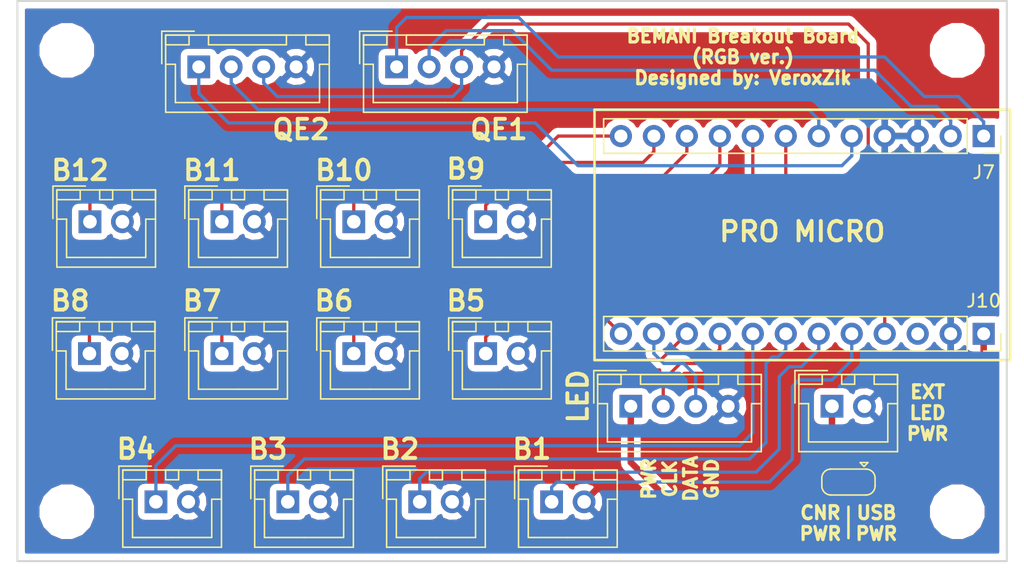
<source format=kicad_pcb>
(kicad_pcb (version 20171130) (host pcbnew "(5.0.0)")

  (general
    (thickness 1.6)
    (drawings 30)
    (tracks 142)
    (zones 0)
    (modules 23)
    (nets 25)
  )

  (page A4)
  (layers
    (0 F.Cu signal)
    (31 B.Cu signal)
    (32 B.Adhes user)
    (33 F.Adhes user)
    (34 B.Paste user)
    (35 F.Paste user)
    (36 B.SilkS user)
    (37 F.SilkS user)
    (38 B.Mask user)
    (39 F.Mask user)
    (40 Dwgs.User user)
    (41 Cmts.User user)
    (42 Eco1.User user)
    (43 Eco2.User user)
    (44 Edge.Cuts user)
    (45 Margin user)
    (46 B.CrtYd user)
    (47 F.CrtYd user)
    (48 B.Fab user)
    (49 F.Fab user)
  )

  (setup
    (last_trace_width 0.5)
    (user_trace_width 0.4)
    (user_trace_width 0.5)
    (trace_clearance 0.2)
    (zone_clearance 0.508)
    (zone_45_only no)
    (trace_min 0.2)
    (segment_width 0.2)
    (edge_width 0.15)
    (via_size 0.8)
    (via_drill 0.4)
    (via_min_size 0.4)
    (via_min_drill 0.3)
    (uvia_size 0.3)
    (uvia_drill 0.1)
    (uvias_allowed no)
    (uvia_min_size 0.2)
    (uvia_min_drill 0.1)
    (pcb_text_width 0.3)
    (pcb_text_size 1.5 1.5)
    (mod_edge_width 0.15)
    (mod_text_size 1 1)
    (mod_text_width 0.15)
    (pad_size 3.2 3.2)
    (pad_drill 3.2)
    (pad_to_mask_clearance 0.2)
    (aux_axis_origin 0 0)
    (visible_elements 7FFFFFFF)
    (pcbplotparams
      (layerselection 0x010fc_ffffffff)
      (usegerberextensions false)
      (usegerberattributes false)
      (usegerberadvancedattributes false)
      (creategerberjobfile false)
      (excludeedgelayer true)
      (linewidth 0.100000)
      (plotframeref false)
      (viasonmask false)
      (mode 1)
      (useauxorigin false)
      (hpglpennumber 1)
      (hpglpenspeed 20)
      (hpglpendiameter 15.000000)
      (psnegative false)
      (psa4output false)
      (plotreference true)
      (plotvalue true)
      (plotinvisibletext false)
      (padsonsilk false)
      (subtractmaskfromsilk false)
      (outputformat 1)
      (mirror false)
      (drillshape 0)
      (scaleselection 1)
      (outputdirectory "./gerbers"))
  )

  (net 0 "")
  (net 1 GND)
  (net 2 /QE1B)
  (net 3 /QE1A)
  (net 4 /B8)
  (net 5 VBUS)
  (net 6 /LED+)
  (net 7 /B4)
  (net 8 +5V)
  (net 9 /B9)
  (net 10 /B7)
  (net 11 /B6)
  (net 12 /B3)
  (net 13 /B2)
  (net 14 /B1)
  (net 15 /QE2A)
  (net 16 /QE2B)
  (net 17 /B5)
  (net 18 "Net-(J10-Pad3)")
  (net 19 +5P)
  (net 20 /LDAT)
  (net 21 /LCLK)
  (net 22 /B10)
  (net 23 /B11)
  (net 24 /B12)

  (net_class Default "This is the default net class."
    (clearance 0.2)
    (trace_width 0.25)
    (via_dia 0.8)
    (via_drill 0.4)
    (uvia_dia 0.3)
    (uvia_drill 0.1)
    (add_net +5P)
    (add_net +5V)
    (add_net /B1)
    (add_net /B10)
    (add_net /B11)
    (add_net /B12)
    (add_net /B2)
    (add_net /B3)
    (add_net /B4)
    (add_net /B5)
    (add_net /B6)
    (add_net /B7)
    (add_net /B8)
    (add_net /B9)
    (add_net /LCLK)
    (add_net /LDAT)
    (add_net /LED+)
    (add_net /QE1A)
    (add_net /QE1B)
    (add_net /QE2A)
    (add_net /QE2B)
    (add_net GND)
    (add_net "Net-(J10-Pad3)")
    (add_net VBUS)
  )

  (module Connectors_JST:JST_XH_B04B-XH-A_04x2.50mm_Straight (layer F.Cu) (tedit 5D2A5136) (tstamp 5D2C1D2C)
    (at 120.65 95.25)
    (descr "JST XH series connector, B04B-XH-A, top entry type, through hole")
    (tags "connector jst xh tht top vertical 2.50mm")
    (path /5D2A010C)
    (fp_text reference J2 (at 9.398 -3.556) (layer F.SilkS) hide
      (effects (font (size 1 1) (thickness 0.15)))
    )
    (fp_text value Conn_01x04 (at 3.75 4.5) (layer F.Fab)
      (effects (font (size 1 1) (thickness 0.15)))
    )
    (fp_text user %R (at 3.75 2.5) (layer F.Fab)
      (effects (font (size 1 1) (thickness 0.15)))
    )
    (fp_line (start -2.85 -2.75) (end -2.85 -0.25) (layer F.Fab) (width 0.1))
    (fp_line (start -0.35 -2.75) (end -2.85 -2.75) (layer F.Fab) (width 0.1))
    (fp_line (start -2.85 -2.75) (end -2.85 -0.25) (layer F.SilkS) (width 0.12))
    (fp_line (start -0.35 -2.75) (end -2.85 -2.75) (layer F.SilkS) (width 0.12))
    (fp_line (start 9.3 2.75) (end 3.75 2.75) (layer F.SilkS) (width 0.12))
    (fp_line (start 9.3 -0.2) (end 9.3 2.75) (layer F.SilkS) (width 0.12))
    (fp_line (start 10.05 -0.2) (end 9.3 -0.2) (layer F.SilkS) (width 0.12))
    (fp_line (start -1.8 2.75) (end 3.75 2.75) (layer F.SilkS) (width 0.12))
    (fp_line (start -1.8 -0.2) (end -1.8 2.75) (layer F.SilkS) (width 0.12))
    (fp_line (start -2.55 -0.2) (end -1.8 -0.2) (layer F.SilkS) (width 0.12))
    (fp_line (start 10.05 -2.45) (end 8.25 -2.45) (layer F.SilkS) (width 0.12))
    (fp_line (start 10.05 -1.7) (end 10.05 -2.45) (layer F.SilkS) (width 0.12))
    (fp_line (start 8.25 -1.7) (end 10.05 -1.7) (layer F.SilkS) (width 0.12))
    (fp_line (start 8.25 -2.45) (end 8.25 -1.7) (layer F.SilkS) (width 0.12))
    (fp_line (start -0.75 -2.45) (end -2.55 -2.45) (layer F.SilkS) (width 0.12))
    (fp_line (start -0.75 -1.7) (end -0.75 -2.45) (layer F.SilkS) (width 0.12))
    (fp_line (start -2.55 -1.7) (end -0.75 -1.7) (layer F.SilkS) (width 0.12))
    (fp_line (start -2.55 -2.45) (end -2.55 -1.7) (layer F.SilkS) (width 0.12))
    (fp_line (start 6.75 -2.45) (end 0.75 -2.45) (layer F.SilkS) (width 0.12))
    (fp_line (start 6.75 -1.7) (end 6.75 -2.45) (layer F.SilkS) (width 0.12))
    (fp_line (start 0.75 -1.7) (end 6.75 -1.7) (layer F.SilkS) (width 0.12))
    (fp_line (start 0.75 -2.45) (end 0.75 -1.7) (layer F.SilkS) (width 0.12))
    (fp_line (start 10.05 -2.45) (end -2.55 -2.45) (layer F.SilkS) (width 0.12))
    (fp_line (start 10.05 3.5) (end 10.05 -2.45) (layer F.SilkS) (width 0.12))
    (fp_line (start -2.55 3.5) (end 10.05 3.5) (layer F.SilkS) (width 0.12))
    (fp_line (start -2.55 -2.45) (end -2.55 3.5) (layer F.SilkS) (width 0.12))
    (fp_line (start 10.45 -2.85) (end -2.95 -2.85) (layer F.CrtYd) (width 0.05))
    (fp_line (start 10.45 3.9) (end 10.45 -2.85) (layer F.CrtYd) (width 0.05))
    (fp_line (start -2.95 3.9) (end 10.45 3.9) (layer F.CrtYd) (width 0.05))
    (fp_line (start -2.95 -2.85) (end -2.95 3.9) (layer F.CrtYd) (width 0.05))
    (fp_line (start 9.95 -2.35) (end -2.45 -2.35) (layer F.Fab) (width 0.1))
    (fp_line (start 9.95 3.4) (end 9.95 -2.35) (layer F.Fab) (width 0.1))
    (fp_line (start -2.45 3.4) (end 9.95 3.4) (layer F.Fab) (width 0.1))
    (fp_line (start -2.45 -2.35) (end -2.45 3.4) (layer F.Fab) (width 0.1))
    (pad 4 thru_hole circle (at 7.5 0) (size 1.75 1.75) (drill 1) (layers *.Cu *.Mask)
      (net 1 GND))
    (pad 3 thru_hole circle (at 5 0) (size 1.75 1.75) (drill 1) (layers *.Cu *.Mask)
      (net 8 +5V))
    (pad 2 thru_hole circle (at 2.5 0) (size 1.75 1.75) (drill 1) (layers *.Cu *.Mask)
      (net 16 /QE2B))
    (pad 1 thru_hole rect (at 0 0) (size 1.75 1.75) (drill 1) (layers *.Cu *.Mask)
      (net 15 /QE2A))
    (model Connectors_JST.3dshapes/JST_XH_B04B-XH-A_04x2.50mm_Straight.wrl
      (at (xyz 0 0 0))
      (scale (xyz 1 1 1))
      (rotate (xyz 0 0 0))
    )
  )

  (module Connectors_JST:JST_XH_B02B-XH-A_02x2.50mm_Straight (layer F.Cu) (tedit 5D646EF2) (tstamp 5D648FE7)
    (at 127.508 128.778)
    (descr "JST XH series connector, B02B-XH-A, top entry type, through hole")
    (tags "connector jst xh tht top vertical 2.50mm")
    (path /5D72A507)
    (fp_text reference J5 (at 1.25 -3.5) (layer F.SilkS) hide
      (effects (font (size 1 1) (thickness 0.15)))
    )
    (fp_text value Conn_01x02 (at 1.25 4.5) (layer F.Fab)
      (effects (font (size 1 1) (thickness 0.15)))
    )
    (fp_text user %R (at 1.25 2.5) (layer F.Fab)
      (effects (font (size 1 1) (thickness 0.15)))
    )
    (fp_line (start -2.85 -2.75) (end -2.85 -0.25) (layer F.Fab) (width 0.1))
    (fp_line (start -0.35 -2.75) (end -2.85 -2.75) (layer F.Fab) (width 0.1))
    (fp_line (start -2.85 -2.75) (end -2.85 -0.25) (layer F.SilkS) (width 0.12))
    (fp_line (start -0.35 -2.75) (end -2.85 -2.75) (layer F.SilkS) (width 0.12))
    (fp_line (start 4.3 2.75) (end 1.25 2.75) (layer F.SilkS) (width 0.12))
    (fp_line (start 4.3 -0.2) (end 4.3 2.75) (layer F.SilkS) (width 0.12))
    (fp_line (start 5.05 -0.2) (end 4.3 -0.2) (layer F.SilkS) (width 0.12))
    (fp_line (start -1.8 2.75) (end 1.25 2.75) (layer F.SilkS) (width 0.12))
    (fp_line (start -1.8 -0.2) (end -1.8 2.75) (layer F.SilkS) (width 0.12))
    (fp_line (start -2.55 -0.2) (end -1.8 -0.2) (layer F.SilkS) (width 0.12))
    (fp_line (start 5.05 -2.45) (end 3.25 -2.45) (layer F.SilkS) (width 0.12))
    (fp_line (start 5.05 -1.7) (end 5.05 -2.45) (layer F.SilkS) (width 0.12))
    (fp_line (start 3.25 -1.7) (end 5.05 -1.7) (layer F.SilkS) (width 0.12))
    (fp_line (start 3.25 -2.45) (end 3.25 -1.7) (layer F.SilkS) (width 0.12))
    (fp_line (start -0.75 -2.45) (end -2.55 -2.45) (layer F.SilkS) (width 0.12))
    (fp_line (start -0.75 -1.7) (end -0.75 -2.45) (layer F.SilkS) (width 0.12))
    (fp_line (start -2.55 -1.7) (end -0.75 -1.7) (layer F.SilkS) (width 0.12))
    (fp_line (start -2.55 -2.45) (end -2.55 -1.7) (layer F.SilkS) (width 0.12))
    (fp_line (start 1.75 -2.45) (end 0.75 -2.45) (layer F.SilkS) (width 0.12))
    (fp_line (start 1.75 -1.7) (end 1.75 -2.45) (layer F.SilkS) (width 0.12))
    (fp_line (start 0.75 -1.7) (end 1.75 -1.7) (layer F.SilkS) (width 0.12))
    (fp_line (start 0.75 -2.45) (end 0.75 -1.7) (layer F.SilkS) (width 0.12))
    (fp_line (start 5.05 -2.45) (end -2.55 -2.45) (layer F.SilkS) (width 0.12))
    (fp_line (start 5.05 3.5) (end 5.05 -2.45) (layer F.SilkS) (width 0.12))
    (fp_line (start -2.55 3.5) (end 5.05 3.5) (layer F.SilkS) (width 0.12))
    (fp_line (start -2.55 -2.45) (end -2.55 3.5) (layer F.SilkS) (width 0.12))
    (fp_line (start 5.45 -2.85) (end -2.95 -2.85) (layer F.CrtYd) (width 0.05))
    (fp_line (start 5.45 3.9) (end 5.45 -2.85) (layer F.CrtYd) (width 0.05))
    (fp_line (start -2.95 3.9) (end 5.45 3.9) (layer F.CrtYd) (width 0.05))
    (fp_line (start -2.95 -2.85) (end -2.95 3.9) (layer F.CrtYd) (width 0.05))
    (fp_line (start 4.95 -2.35) (end -2.45 -2.35) (layer F.Fab) (width 0.1))
    (fp_line (start 4.95 3.4) (end 4.95 -2.35) (layer F.Fab) (width 0.1))
    (fp_line (start -2.45 3.4) (end 4.95 3.4) (layer F.Fab) (width 0.1))
    (fp_line (start -2.45 -2.35) (end -2.45 3.4) (layer F.Fab) (width 0.1))
    (pad 2 thru_hole circle (at 2.5 0) (size 1.75 1.75) (drill 1.05) (layers *.Cu *.Mask)
      (net 1 GND))
    (pad 1 thru_hole rect (at 0 0) (size 1.75 1.75) (drill 1.05) (layers *.Cu *.Mask)
      (net 12 /B3))
    (model Connectors_JST.3dshapes/JST_XH_B02B-XH-A_02x2.50mm_Straight.wrl
      (at (xyz 0 0 0))
      (scale (xyz 1 1 1))
      (rotate (xyz 0 0 0))
    )
  )

  (module Connectors_JST:JST_XH_B02B-XH-A_02x2.50mm_Straight (layer F.Cu) (tedit 5D646ED3) (tstamp 5D64B9D1)
    (at 112.228 117.348)
    (descr "JST XH series connector, B02B-XH-A, top entry type, through hole")
    (tags "connector jst xh tht top vertical 2.50mm")
    (path /5D736ABA)
    (fp_text reference J12 (at 1.25 -3.5) (layer F.SilkS) hide
      (effects (font (size 1 1) (thickness 0.15)))
    )
    (fp_text value Conn_01x02 (at 1.25 4.5) (layer F.Fab)
      (effects (font (size 1 1) (thickness 0.15)))
    )
    (fp_line (start -2.45 -2.35) (end -2.45 3.4) (layer F.Fab) (width 0.1))
    (fp_line (start -2.45 3.4) (end 4.95 3.4) (layer F.Fab) (width 0.1))
    (fp_line (start 4.95 3.4) (end 4.95 -2.35) (layer F.Fab) (width 0.1))
    (fp_line (start 4.95 -2.35) (end -2.45 -2.35) (layer F.Fab) (width 0.1))
    (fp_line (start -2.95 -2.85) (end -2.95 3.9) (layer F.CrtYd) (width 0.05))
    (fp_line (start -2.95 3.9) (end 5.45 3.9) (layer F.CrtYd) (width 0.05))
    (fp_line (start 5.45 3.9) (end 5.45 -2.85) (layer F.CrtYd) (width 0.05))
    (fp_line (start 5.45 -2.85) (end -2.95 -2.85) (layer F.CrtYd) (width 0.05))
    (fp_line (start -2.55 -2.45) (end -2.55 3.5) (layer F.SilkS) (width 0.12))
    (fp_line (start -2.55 3.5) (end 5.05 3.5) (layer F.SilkS) (width 0.12))
    (fp_line (start 5.05 3.5) (end 5.05 -2.45) (layer F.SilkS) (width 0.12))
    (fp_line (start 5.05 -2.45) (end -2.55 -2.45) (layer F.SilkS) (width 0.12))
    (fp_line (start 0.75 -2.45) (end 0.75 -1.7) (layer F.SilkS) (width 0.12))
    (fp_line (start 0.75 -1.7) (end 1.75 -1.7) (layer F.SilkS) (width 0.12))
    (fp_line (start 1.75 -1.7) (end 1.75 -2.45) (layer F.SilkS) (width 0.12))
    (fp_line (start 1.75 -2.45) (end 0.75 -2.45) (layer F.SilkS) (width 0.12))
    (fp_line (start -2.55 -2.45) (end -2.55 -1.7) (layer F.SilkS) (width 0.12))
    (fp_line (start -2.55 -1.7) (end -0.75 -1.7) (layer F.SilkS) (width 0.12))
    (fp_line (start -0.75 -1.7) (end -0.75 -2.45) (layer F.SilkS) (width 0.12))
    (fp_line (start -0.75 -2.45) (end -2.55 -2.45) (layer F.SilkS) (width 0.12))
    (fp_line (start 3.25 -2.45) (end 3.25 -1.7) (layer F.SilkS) (width 0.12))
    (fp_line (start 3.25 -1.7) (end 5.05 -1.7) (layer F.SilkS) (width 0.12))
    (fp_line (start 5.05 -1.7) (end 5.05 -2.45) (layer F.SilkS) (width 0.12))
    (fp_line (start 5.05 -2.45) (end 3.25 -2.45) (layer F.SilkS) (width 0.12))
    (fp_line (start -2.55 -0.2) (end -1.8 -0.2) (layer F.SilkS) (width 0.12))
    (fp_line (start -1.8 -0.2) (end -1.8 2.75) (layer F.SilkS) (width 0.12))
    (fp_line (start -1.8 2.75) (end 1.25 2.75) (layer F.SilkS) (width 0.12))
    (fp_line (start 5.05 -0.2) (end 4.3 -0.2) (layer F.SilkS) (width 0.12))
    (fp_line (start 4.3 -0.2) (end 4.3 2.75) (layer F.SilkS) (width 0.12))
    (fp_line (start 4.3 2.75) (end 1.25 2.75) (layer F.SilkS) (width 0.12))
    (fp_line (start -0.35 -2.75) (end -2.85 -2.75) (layer F.SilkS) (width 0.12))
    (fp_line (start -2.85 -2.75) (end -2.85 -0.25) (layer F.SilkS) (width 0.12))
    (fp_line (start -0.35 -2.75) (end -2.85 -2.75) (layer F.Fab) (width 0.1))
    (fp_line (start -2.85 -2.75) (end -2.85 -0.25) (layer F.Fab) (width 0.1))
    (fp_text user %R (at 1.25 2.5) (layer F.Fab)
      (effects (font (size 1 1) (thickness 0.15)))
    )
    (pad 1 thru_hole rect (at 0 0) (size 1.75 1.75) (drill 1.05) (layers *.Cu *.Mask)
      (net 4 /B8))
    (pad 2 thru_hole circle (at 2.5 0) (size 1.75 1.75) (drill 1.05) (layers *.Cu *.Mask)
      (net 1 GND))
    (model Connectors_JST.3dshapes/JST_XH_B02B-XH-A_02x2.50mm_Straight.wrl
      (at (xyz 0 0 0))
      (scale (xyz 1 1 1))
      (rotate (xyz 0 0 0))
    )
  )

  (module Connectors_JST:JST_XH_B02B-XH-A_02x2.50mm_Straight (layer F.Cu) (tedit 5D646EEF) (tstamp 5D648E7F)
    (at 147.828 128.778)
    (descr "JST XH series connector, B02B-XH-A, top entry type, through hole")
    (tags "connector jst xh tht top vertical 2.50mm")
    (path /5D6CA264)
    (fp_text reference J3 (at 1.25 -3.5) (layer F.SilkS) hide
      (effects (font (size 1 1) (thickness 0.15)))
    )
    (fp_text value Conn_01x02 (at 1.25 4.5) (layer F.Fab)
      (effects (font (size 1 1) (thickness 0.15)))
    )
    (fp_text user %R (at 1.25 2.5) (layer F.Fab)
      (effects (font (size 1 1) (thickness 0.15)))
    )
    (fp_line (start -2.85 -2.75) (end -2.85 -0.25) (layer F.Fab) (width 0.1))
    (fp_line (start -0.35 -2.75) (end -2.85 -2.75) (layer F.Fab) (width 0.1))
    (fp_line (start -2.85 -2.75) (end -2.85 -0.25) (layer F.SilkS) (width 0.12))
    (fp_line (start -0.35 -2.75) (end -2.85 -2.75) (layer F.SilkS) (width 0.12))
    (fp_line (start 4.3 2.75) (end 1.25 2.75) (layer F.SilkS) (width 0.12))
    (fp_line (start 4.3 -0.2) (end 4.3 2.75) (layer F.SilkS) (width 0.12))
    (fp_line (start 5.05 -0.2) (end 4.3 -0.2) (layer F.SilkS) (width 0.12))
    (fp_line (start -1.8 2.75) (end 1.25 2.75) (layer F.SilkS) (width 0.12))
    (fp_line (start -1.8 -0.2) (end -1.8 2.75) (layer F.SilkS) (width 0.12))
    (fp_line (start -2.55 -0.2) (end -1.8 -0.2) (layer F.SilkS) (width 0.12))
    (fp_line (start 5.05 -2.45) (end 3.25 -2.45) (layer F.SilkS) (width 0.12))
    (fp_line (start 5.05 -1.7) (end 5.05 -2.45) (layer F.SilkS) (width 0.12))
    (fp_line (start 3.25 -1.7) (end 5.05 -1.7) (layer F.SilkS) (width 0.12))
    (fp_line (start 3.25 -2.45) (end 3.25 -1.7) (layer F.SilkS) (width 0.12))
    (fp_line (start -0.75 -2.45) (end -2.55 -2.45) (layer F.SilkS) (width 0.12))
    (fp_line (start -0.75 -1.7) (end -0.75 -2.45) (layer F.SilkS) (width 0.12))
    (fp_line (start -2.55 -1.7) (end -0.75 -1.7) (layer F.SilkS) (width 0.12))
    (fp_line (start -2.55 -2.45) (end -2.55 -1.7) (layer F.SilkS) (width 0.12))
    (fp_line (start 1.75 -2.45) (end 0.75 -2.45) (layer F.SilkS) (width 0.12))
    (fp_line (start 1.75 -1.7) (end 1.75 -2.45) (layer F.SilkS) (width 0.12))
    (fp_line (start 0.75 -1.7) (end 1.75 -1.7) (layer F.SilkS) (width 0.12))
    (fp_line (start 0.75 -2.45) (end 0.75 -1.7) (layer F.SilkS) (width 0.12))
    (fp_line (start 5.05 -2.45) (end -2.55 -2.45) (layer F.SilkS) (width 0.12))
    (fp_line (start 5.05 3.5) (end 5.05 -2.45) (layer F.SilkS) (width 0.12))
    (fp_line (start -2.55 3.5) (end 5.05 3.5) (layer F.SilkS) (width 0.12))
    (fp_line (start -2.55 -2.45) (end -2.55 3.5) (layer F.SilkS) (width 0.12))
    (fp_line (start 5.45 -2.85) (end -2.95 -2.85) (layer F.CrtYd) (width 0.05))
    (fp_line (start 5.45 3.9) (end 5.45 -2.85) (layer F.CrtYd) (width 0.05))
    (fp_line (start -2.95 3.9) (end 5.45 3.9) (layer F.CrtYd) (width 0.05))
    (fp_line (start -2.95 -2.85) (end -2.95 3.9) (layer F.CrtYd) (width 0.05))
    (fp_line (start 4.95 -2.35) (end -2.45 -2.35) (layer F.Fab) (width 0.1))
    (fp_line (start 4.95 3.4) (end 4.95 -2.35) (layer F.Fab) (width 0.1))
    (fp_line (start -2.45 3.4) (end 4.95 3.4) (layer F.Fab) (width 0.1))
    (fp_line (start -2.45 -2.35) (end -2.45 3.4) (layer F.Fab) (width 0.1))
    (pad 2 thru_hole circle (at 2.5 0) (size 1.75 1.75) (drill 1.05) (layers *.Cu *.Mask)
      (net 1 GND))
    (pad 1 thru_hole rect (at 0 0) (size 1.75 1.75) (drill 1.05) (layers *.Cu *.Mask)
      (net 14 /B1))
    (model Connectors_JST.3dshapes/JST_XH_B02B-XH-A_02x2.50mm_Straight.wrl
      (at (xyz 0 0 0))
      (scale (xyz 1 1 1))
      (rotate (xyz 0 0 0))
    )
  )

  (module Connectors_JST:JST_XH_B02B-XH-A_02x2.50mm_Straight (layer F.Cu) (tedit 5D646EED) (tstamp 5D648A57)
    (at 137.668 128.778)
    (descr "JST XH series connector, B02B-XH-A, top entry type, through hole")
    (tags "connector jst xh tht top vertical 2.50mm")
    (path /5D728264)
    (fp_text reference J4 (at 1.25 -3.5) (layer F.SilkS) hide
      (effects (font (size 1 1) (thickness 0.15)))
    )
    (fp_text value Conn_01x02 (at 1.25 4.5) (layer F.Fab)
      (effects (font (size 1 1) (thickness 0.15)))
    )
    (fp_line (start -2.45 -2.35) (end -2.45 3.4) (layer F.Fab) (width 0.1))
    (fp_line (start -2.45 3.4) (end 4.95 3.4) (layer F.Fab) (width 0.1))
    (fp_line (start 4.95 3.4) (end 4.95 -2.35) (layer F.Fab) (width 0.1))
    (fp_line (start 4.95 -2.35) (end -2.45 -2.35) (layer F.Fab) (width 0.1))
    (fp_line (start -2.95 -2.85) (end -2.95 3.9) (layer F.CrtYd) (width 0.05))
    (fp_line (start -2.95 3.9) (end 5.45 3.9) (layer F.CrtYd) (width 0.05))
    (fp_line (start 5.45 3.9) (end 5.45 -2.85) (layer F.CrtYd) (width 0.05))
    (fp_line (start 5.45 -2.85) (end -2.95 -2.85) (layer F.CrtYd) (width 0.05))
    (fp_line (start -2.55 -2.45) (end -2.55 3.5) (layer F.SilkS) (width 0.12))
    (fp_line (start -2.55 3.5) (end 5.05 3.5) (layer F.SilkS) (width 0.12))
    (fp_line (start 5.05 3.5) (end 5.05 -2.45) (layer F.SilkS) (width 0.12))
    (fp_line (start 5.05 -2.45) (end -2.55 -2.45) (layer F.SilkS) (width 0.12))
    (fp_line (start 0.75 -2.45) (end 0.75 -1.7) (layer F.SilkS) (width 0.12))
    (fp_line (start 0.75 -1.7) (end 1.75 -1.7) (layer F.SilkS) (width 0.12))
    (fp_line (start 1.75 -1.7) (end 1.75 -2.45) (layer F.SilkS) (width 0.12))
    (fp_line (start 1.75 -2.45) (end 0.75 -2.45) (layer F.SilkS) (width 0.12))
    (fp_line (start -2.55 -2.45) (end -2.55 -1.7) (layer F.SilkS) (width 0.12))
    (fp_line (start -2.55 -1.7) (end -0.75 -1.7) (layer F.SilkS) (width 0.12))
    (fp_line (start -0.75 -1.7) (end -0.75 -2.45) (layer F.SilkS) (width 0.12))
    (fp_line (start -0.75 -2.45) (end -2.55 -2.45) (layer F.SilkS) (width 0.12))
    (fp_line (start 3.25 -2.45) (end 3.25 -1.7) (layer F.SilkS) (width 0.12))
    (fp_line (start 3.25 -1.7) (end 5.05 -1.7) (layer F.SilkS) (width 0.12))
    (fp_line (start 5.05 -1.7) (end 5.05 -2.45) (layer F.SilkS) (width 0.12))
    (fp_line (start 5.05 -2.45) (end 3.25 -2.45) (layer F.SilkS) (width 0.12))
    (fp_line (start -2.55 -0.2) (end -1.8 -0.2) (layer F.SilkS) (width 0.12))
    (fp_line (start -1.8 -0.2) (end -1.8 2.75) (layer F.SilkS) (width 0.12))
    (fp_line (start -1.8 2.75) (end 1.25 2.75) (layer F.SilkS) (width 0.12))
    (fp_line (start 5.05 -0.2) (end 4.3 -0.2) (layer F.SilkS) (width 0.12))
    (fp_line (start 4.3 -0.2) (end 4.3 2.75) (layer F.SilkS) (width 0.12))
    (fp_line (start 4.3 2.75) (end 1.25 2.75) (layer F.SilkS) (width 0.12))
    (fp_line (start -0.35 -2.75) (end -2.85 -2.75) (layer F.SilkS) (width 0.12))
    (fp_line (start -2.85 -2.75) (end -2.85 -0.25) (layer F.SilkS) (width 0.12))
    (fp_line (start -0.35 -2.75) (end -2.85 -2.75) (layer F.Fab) (width 0.1))
    (fp_line (start -2.85 -2.75) (end -2.85 -0.25) (layer F.Fab) (width 0.1))
    (fp_text user %R (at 1.25 2.5) (layer F.Fab)
      (effects (font (size 1 1) (thickness 0.15)))
    )
    (pad 1 thru_hole rect (at 0 0) (size 1.75 1.75) (drill 1.05) (layers *.Cu *.Mask)
      (net 13 /B2))
    (pad 2 thru_hole circle (at 2.5 0) (size 1.75 1.75) (drill 1.05) (layers *.Cu *.Mask)
      (net 1 GND))
    (model Connectors_JST.3dshapes/JST_XH_B02B-XH-A_02x2.50mm_Straight.wrl
      (at (xyz 0 0 0))
      (scale (xyz 1 1 1))
      (rotate (xyz 0 0 0))
    )
  )

  (module Connectors_JST:JST_XH_B02B-XH-A_02x2.50mm_Straight (layer F.Cu) (tedit 5D646EE8) (tstamp 5D647E7C)
    (at 117.348 128.778)
    (descr "JST XH series connector, B02B-XH-A, top entry type, through hole")
    (tags "connector jst xh tht top vertical 2.50mm")
    (path /5D733B55)
    (fp_text reference J6 (at 1.25 -3.5) (layer F.SilkS) hide
      (effects (font (size 1 1) (thickness 0.15)))
    )
    (fp_text value Conn_01x02 (at 1.25 4.5) (layer F.Fab)
      (effects (font (size 1 1) (thickness 0.15)))
    )
    (fp_text user %R (at 1.25 2.5) (layer F.Fab)
      (effects (font (size 1 1) (thickness 0.15)))
    )
    (fp_line (start -2.85 -2.75) (end -2.85 -0.25) (layer F.Fab) (width 0.1))
    (fp_line (start -0.35 -2.75) (end -2.85 -2.75) (layer F.Fab) (width 0.1))
    (fp_line (start -2.85 -2.75) (end -2.85 -0.25) (layer F.SilkS) (width 0.12))
    (fp_line (start -0.35 -2.75) (end -2.85 -2.75) (layer F.SilkS) (width 0.12))
    (fp_line (start 4.3 2.75) (end 1.25 2.75) (layer F.SilkS) (width 0.12))
    (fp_line (start 4.3 -0.2) (end 4.3 2.75) (layer F.SilkS) (width 0.12))
    (fp_line (start 5.05 -0.2) (end 4.3 -0.2) (layer F.SilkS) (width 0.12))
    (fp_line (start -1.8 2.75) (end 1.25 2.75) (layer F.SilkS) (width 0.12))
    (fp_line (start -1.8 -0.2) (end -1.8 2.75) (layer F.SilkS) (width 0.12))
    (fp_line (start -2.55 -0.2) (end -1.8 -0.2) (layer F.SilkS) (width 0.12))
    (fp_line (start 5.05 -2.45) (end 3.25 -2.45) (layer F.SilkS) (width 0.12))
    (fp_line (start 5.05 -1.7) (end 5.05 -2.45) (layer F.SilkS) (width 0.12))
    (fp_line (start 3.25 -1.7) (end 5.05 -1.7) (layer F.SilkS) (width 0.12))
    (fp_line (start 3.25 -2.45) (end 3.25 -1.7) (layer F.SilkS) (width 0.12))
    (fp_line (start -0.75 -2.45) (end -2.55 -2.45) (layer F.SilkS) (width 0.12))
    (fp_line (start -0.75 -1.7) (end -0.75 -2.45) (layer F.SilkS) (width 0.12))
    (fp_line (start -2.55 -1.7) (end -0.75 -1.7) (layer F.SilkS) (width 0.12))
    (fp_line (start -2.55 -2.45) (end -2.55 -1.7) (layer F.SilkS) (width 0.12))
    (fp_line (start 1.75 -2.45) (end 0.75 -2.45) (layer F.SilkS) (width 0.12))
    (fp_line (start 1.75 -1.7) (end 1.75 -2.45) (layer F.SilkS) (width 0.12))
    (fp_line (start 0.75 -1.7) (end 1.75 -1.7) (layer F.SilkS) (width 0.12))
    (fp_line (start 0.75 -2.45) (end 0.75 -1.7) (layer F.SilkS) (width 0.12))
    (fp_line (start 5.05 -2.45) (end -2.55 -2.45) (layer F.SilkS) (width 0.12))
    (fp_line (start 5.05 3.5) (end 5.05 -2.45) (layer F.SilkS) (width 0.12))
    (fp_line (start -2.55 3.5) (end 5.05 3.5) (layer F.SilkS) (width 0.12))
    (fp_line (start -2.55 -2.45) (end -2.55 3.5) (layer F.SilkS) (width 0.12))
    (fp_line (start 5.45 -2.85) (end -2.95 -2.85) (layer F.CrtYd) (width 0.05))
    (fp_line (start 5.45 3.9) (end 5.45 -2.85) (layer F.CrtYd) (width 0.05))
    (fp_line (start -2.95 3.9) (end 5.45 3.9) (layer F.CrtYd) (width 0.05))
    (fp_line (start -2.95 -2.85) (end -2.95 3.9) (layer F.CrtYd) (width 0.05))
    (fp_line (start 4.95 -2.35) (end -2.45 -2.35) (layer F.Fab) (width 0.1))
    (fp_line (start 4.95 3.4) (end 4.95 -2.35) (layer F.Fab) (width 0.1))
    (fp_line (start -2.45 3.4) (end 4.95 3.4) (layer F.Fab) (width 0.1))
    (fp_line (start -2.45 -2.35) (end -2.45 3.4) (layer F.Fab) (width 0.1))
    (pad 2 thru_hole circle (at 2.5 0) (size 1.75 1.75) (drill 1.05) (layers *.Cu *.Mask)
      (net 1 GND))
    (pad 1 thru_hole rect (at 0 0) (size 1.75 1.75) (drill 1.05) (layers *.Cu *.Mask)
      (net 7 /B4))
    (model Connectors_JST.3dshapes/JST_XH_B02B-XH-A_02x2.50mm_Straight.wrl
      (at (xyz 0 0 0))
      (scale (xyz 1 1 1))
      (rotate (xyz 0 0 0))
    )
  )

  (module Connectors_JST:JST_XH_B02B-XH-A_02x2.50mm_Straight (layer F.Cu) (tedit 5D6470EC) (tstamp 5D647E7B)
    (at 112.268 107.188)
    (descr "JST XH series connector, B02B-XH-A, top entry type, through hole")
    (tags "connector jst xh tht top vertical 2.50mm")
    (path /5D736B02)
    (fp_text reference J17 (at 1.25 -3.5) (layer F.SilkS) hide
      (effects (font (size 1 1) (thickness 0.15)))
    )
    (fp_text value Conn_01x02 (at 1.25 4.5) (layer F.Fab)
      (effects (font (size 1 1) (thickness 0.15)))
    )
    (fp_line (start -2.45 -2.35) (end -2.45 3.4) (layer F.Fab) (width 0.1))
    (fp_line (start -2.45 3.4) (end 4.95 3.4) (layer F.Fab) (width 0.1))
    (fp_line (start 4.95 3.4) (end 4.95 -2.35) (layer F.Fab) (width 0.1))
    (fp_line (start 4.95 -2.35) (end -2.45 -2.35) (layer F.Fab) (width 0.1))
    (fp_line (start -2.95 -2.85) (end -2.95 3.9) (layer F.CrtYd) (width 0.05))
    (fp_line (start -2.95 3.9) (end 5.45 3.9) (layer F.CrtYd) (width 0.05))
    (fp_line (start 5.45 3.9) (end 5.45 -2.85) (layer F.CrtYd) (width 0.05))
    (fp_line (start 5.45 -2.85) (end -2.95 -2.85) (layer F.CrtYd) (width 0.05))
    (fp_line (start -2.55 -2.45) (end -2.55 3.5) (layer F.SilkS) (width 0.12))
    (fp_line (start -2.55 3.5) (end 5.05 3.5) (layer F.SilkS) (width 0.12))
    (fp_line (start 5.05 3.5) (end 5.05 -2.45) (layer F.SilkS) (width 0.12))
    (fp_line (start 5.05 -2.45) (end -2.55 -2.45) (layer F.SilkS) (width 0.12))
    (fp_line (start 0.75 -2.45) (end 0.75 -1.7) (layer F.SilkS) (width 0.12))
    (fp_line (start 0.75 -1.7) (end 1.75 -1.7) (layer F.SilkS) (width 0.12))
    (fp_line (start 1.75 -1.7) (end 1.75 -2.45) (layer F.SilkS) (width 0.12))
    (fp_line (start 1.75 -2.45) (end 0.75 -2.45) (layer F.SilkS) (width 0.12))
    (fp_line (start -2.55 -2.45) (end -2.55 -1.7) (layer F.SilkS) (width 0.12))
    (fp_line (start -2.55 -1.7) (end -0.75 -1.7) (layer F.SilkS) (width 0.12))
    (fp_line (start -0.75 -1.7) (end -0.75 -2.45) (layer F.SilkS) (width 0.12))
    (fp_line (start -0.75 -2.45) (end -2.55 -2.45) (layer F.SilkS) (width 0.12))
    (fp_line (start 3.25 -2.45) (end 3.25 -1.7) (layer F.SilkS) (width 0.12))
    (fp_line (start 3.25 -1.7) (end 5.05 -1.7) (layer F.SilkS) (width 0.12))
    (fp_line (start 5.05 -1.7) (end 5.05 -2.45) (layer F.SilkS) (width 0.12))
    (fp_line (start 5.05 -2.45) (end 3.25 -2.45) (layer F.SilkS) (width 0.12))
    (fp_line (start -2.55 -0.2) (end -1.8 -0.2) (layer F.SilkS) (width 0.12))
    (fp_line (start -1.8 -0.2) (end -1.8 2.75) (layer F.SilkS) (width 0.12))
    (fp_line (start -1.8 2.75) (end 1.25 2.75) (layer F.SilkS) (width 0.12))
    (fp_line (start 5.05 -0.2) (end 4.3 -0.2) (layer F.SilkS) (width 0.12))
    (fp_line (start 4.3 -0.2) (end 4.3 2.75) (layer F.SilkS) (width 0.12))
    (fp_line (start 4.3 2.75) (end 1.25 2.75) (layer F.SilkS) (width 0.12))
    (fp_line (start -0.35 -2.75) (end -2.85 -2.75) (layer F.SilkS) (width 0.12))
    (fp_line (start -2.85 -2.75) (end -2.85 -0.25) (layer F.SilkS) (width 0.12))
    (fp_line (start -0.35 -2.75) (end -2.85 -2.75) (layer F.Fab) (width 0.1))
    (fp_line (start -2.85 -2.75) (end -2.85 -0.25) (layer F.Fab) (width 0.1))
    (fp_text user %R (at 1.25 2.5) (layer F.Fab)
      (effects (font (size 1 1) (thickness 0.15)))
    )
    (pad 1 thru_hole rect (at 0 0) (size 1.75 1.75) (drill 1.05) (layers *.Cu *.Mask)
      (net 24 /B12))
    (pad 2 thru_hole circle (at 2.5 0) (size 1.75 1.75) (drill 1.05) (layers *.Cu *.Mask)
      (net 1 GND))
    (model Connectors_JST.3dshapes/JST_XH_B02B-XH-A_02x2.50mm_Straight.wrl
      (at (xyz 0 0 0))
      (scale (xyz 1 1 1))
      (rotate (xyz 0 0 0))
    )
  )

  (module Connectors_JST:JST_XH_B02B-XH-A_02x2.50mm_Straight (layer F.Cu) (tedit 5D6470E8) (tstamp 5D648D39)
    (at 122.428 107.188)
    (descr "JST XH series connector, B02B-XH-A, top entry type, through hole")
    (tags "connector jst xh tht top vertical 2.50mm")
    (path /5D736AF0)
    (fp_text reference J16 (at 1.25 -3.5) (layer F.SilkS) hide
      (effects (font (size 1 1) (thickness 0.15)))
    )
    (fp_text value Conn_01x02 (at 1.25 4.5) (layer F.Fab)
      (effects (font (size 1 1) (thickness 0.15)))
    )
    (fp_text user %R (at 1.25 2.5) (layer F.Fab)
      (effects (font (size 1 1) (thickness 0.15)))
    )
    (fp_line (start -2.85 -2.75) (end -2.85 -0.25) (layer F.Fab) (width 0.1))
    (fp_line (start -0.35 -2.75) (end -2.85 -2.75) (layer F.Fab) (width 0.1))
    (fp_line (start -2.85 -2.75) (end -2.85 -0.25) (layer F.SilkS) (width 0.12))
    (fp_line (start -0.35 -2.75) (end -2.85 -2.75) (layer F.SilkS) (width 0.12))
    (fp_line (start 4.3 2.75) (end 1.25 2.75) (layer F.SilkS) (width 0.12))
    (fp_line (start 4.3 -0.2) (end 4.3 2.75) (layer F.SilkS) (width 0.12))
    (fp_line (start 5.05 -0.2) (end 4.3 -0.2) (layer F.SilkS) (width 0.12))
    (fp_line (start -1.8 2.75) (end 1.25 2.75) (layer F.SilkS) (width 0.12))
    (fp_line (start -1.8 -0.2) (end -1.8 2.75) (layer F.SilkS) (width 0.12))
    (fp_line (start -2.55 -0.2) (end -1.8 -0.2) (layer F.SilkS) (width 0.12))
    (fp_line (start 5.05 -2.45) (end 3.25 -2.45) (layer F.SilkS) (width 0.12))
    (fp_line (start 5.05 -1.7) (end 5.05 -2.45) (layer F.SilkS) (width 0.12))
    (fp_line (start 3.25 -1.7) (end 5.05 -1.7) (layer F.SilkS) (width 0.12))
    (fp_line (start 3.25 -2.45) (end 3.25 -1.7) (layer F.SilkS) (width 0.12))
    (fp_line (start -0.75 -2.45) (end -2.55 -2.45) (layer F.SilkS) (width 0.12))
    (fp_line (start -0.75 -1.7) (end -0.75 -2.45) (layer F.SilkS) (width 0.12))
    (fp_line (start -2.55 -1.7) (end -0.75 -1.7) (layer F.SilkS) (width 0.12))
    (fp_line (start -2.55 -2.45) (end -2.55 -1.7) (layer F.SilkS) (width 0.12))
    (fp_line (start 1.75 -2.45) (end 0.75 -2.45) (layer F.SilkS) (width 0.12))
    (fp_line (start 1.75 -1.7) (end 1.75 -2.45) (layer F.SilkS) (width 0.12))
    (fp_line (start 0.75 -1.7) (end 1.75 -1.7) (layer F.SilkS) (width 0.12))
    (fp_line (start 0.75 -2.45) (end 0.75 -1.7) (layer F.SilkS) (width 0.12))
    (fp_line (start 5.05 -2.45) (end -2.55 -2.45) (layer F.SilkS) (width 0.12))
    (fp_line (start 5.05 3.5) (end 5.05 -2.45) (layer F.SilkS) (width 0.12))
    (fp_line (start -2.55 3.5) (end 5.05 3.5) (layer F.SilkS) (width 0.12))
    (fp_line (start -2.55 -2.45) (end -2.55 3.5) (layer F.SilkS) (width 0.12))
    (fp_line (start 5.45 -2.85) (end -2.95 -2.85) (layer F.CrtYd) (width 0.05))
    (fp_line (start 5.45 3.9) (end 5.45 -2.85) (layer F.CrtYd) (width 0.05))
    (fp_line (start -2.95 3.9) (end 5.45 3.9) (layer F.CrtYd) (width 0.05))
    (fp_line (start -2.95 -2.85) (end -2.95 3.9) (layer F.CrtYd) (width 0.05))
    (fp_line (start 4.95 -2.35) (end -2.45 -2.35) (layer F.Fab) (width 0.1))
    (fp_line (start 4.95 3.4) (end 4.95 -2.35) (layer F.Fab) (width 0.1))
    (fp_line (start -2.45 3.4) (end 4.95 3.4) (layer F.Fab) (width 0.1))
    (fp_line (start -2.45 -2.35) (end -2.45 3.4) (layer F.Fab) (width 0.1))
    (pad 2 thru_hole circle (at 2.5 0) (size 1.75 1.75) (drill 1.05) (layers *.Cu *.Mask)
      (net 1 GND))
    (pad 1 thru_hole rect (at 0 0) (size 1.75 1.75) (drill 1.05) (layers *.Cu *.Mask)
      (net 23 /B11))
    (model Connectors_JST.3dshapes/JST_XH_B02B-XH-A_02x2.50mm_Straight.wrl
      (at (xyz 0 0 0))
      (scale (xyz 1 1 1))
      (rotate (xyz 0 0 0))
    )
  )

  (module Connectors_JST:JST_XH_B02B-XH-A_02x2.50mm_Straight (layer F.Cu) (tedit 5D6470F0) (tstamp 5D647E29)
    (at 132.588 107.188)
    (descr "JST XH series connector, B02B-XH-A, top entry type, through hole")
    (tags "connector jst xh tht top vertical 2.50mm")
    (path /5D736ADE)
    (fp_text reference J15 (at 1.25 -3.5) (layer F.SilkS) hide
      (effects (font (size 1 1) (thickness 0.15)))
    )
    (fp_text value Conn_01x02 (at 1.25 4.5) (layer F.Fab)
      (effects (font (size 1 1) (thickness 0.15)))
    )
    (fp_line (start -2.45 -2.35) (end -2.45 3.4) (layer F.Fab) (width 0.1))
    (fp_line (start -2.45 3.4) (end 4.95 3.4) (layer F.Fab) (width 0.1))
    (fp_line (start 4.95 3.4) (end 4.95 -2.35) (layer F.Fab) (width 0.1))
    (fp_line (start 4.95 -2.35) (end -2.45 -2.35) (layer F.Fab) (width 0.1))
    (fp_line (start -2.95 -2.85) (end -2.95 3.9) (layer F.CrtYd) (width 0.05))
    (fp_line (start -2.95 3.9) (end 5.45 3.9) (layer F.CrtYd) (width 0.05))
    (fp_line (start 5.45 3.9) (end 5.45 -2.85) (layer F.CrtYd) (width 0.05))
    (fp_line (start 5.45 -2.85) (end -2.95 -2.85) (layer F.CrtYd) (width 0.05))
    (fp_line (start -2.55 -2.45) (end -2.55 3.5) (layer F.SilkS) (width 0.12))
    (fp_line (start -2.55 3.5) (end 5.05 3.5) (layer F.SilkS) (width 0.12))
    (fp_line (start 5.05 3.5) (end 5.05 -2.45) (layer F.SilkS) (width 0.12))
    (fp_line (start 5.05 -2.45) (end -2.55 -2.45) (layer F.SilkS) (width 0.12))
    (fp_line (start 0.75 -2.45) (end 0.75 -1.7) (layer F.SilkS) (width 0.12))
    (fp_line (start 0.75 -1.7) (end 1.75 -1.7) (layer F.SilkS) (width 0.12))
    (fp_line (start 1.75 -1.7) (end 1.75 -2.45) (layer F.SilkS) (width 0.12))
    (fp_line (start 1.75 -2.45) (end 0.75 -2.45) (layer F.SilkS) (width 0.12))
    (fp_line (start -2.55 -2.45) (end -2.55 -1.7) (layer F.SilkS) (width 0.12))
    (fp_line (start -2.55 -1.7) (end -0.75 -1.7) (layer F.SilkS) (width 0.12))
    (fp_line (start -0.75 -1.7) (end -0.75 -2.45) (layer F.SilkS) (width 0.12))
    (fp_line (start -0.75 -2.45) (end -2.55 -2.45) (layer F.SilkS) (width 0.12))
    (fp_line (start 3.25 -2.45) (end 3.25 -1.7) (layer F.SilkS) (width 0.12))
    (fp_line (start 3.25 -1.7) (end 5.05 -1.7) (layer F.SilkS) (width 0.12))
    (fp_line (start 5.05 -1.7) (end 5.05 -2.45) (layer F.SilkS) (width 0.12))
    (fp_line (start 5.05 -2.45) (end 3.25 -2.45) (layer F.SilkS) (width 0.12))
    (fp_line (start -2.55 -0.2) (end -1.8 -0.2) (layer F.SilkS) (width 0.12))
    (fp_line (start -1.8 -0.2) (end -1.8 2.75) (layer F.SilkS) (width 0.12))
    (fp_line (start -1.8 2.75) (end 1.25 2.75) (layer F.SilkS) (width 0.12))
    (fp_line (start 5.05 -0.2) (end 4.3 -0.2) (layer F.SilkS) (width 0.12))
    (fp_line (start 4.3 -0.2) (end 4.3 2.75) (layer F.SilkS) (width 0.12))
    (fp_line (start 4.3 2.75) (end 1.25 2.75) (layer F.SilkS) (width 0.12))
    (fp_line (start -0.35 -2.75) (end -2.85 -2.75) (layer F.SilkS) (width 0.12))
    (fp_line (start -2.85 -2.75) (end -2.85 -0.25) (layer F.SilkS) (width 0.12))
    (fp_line (start -0.35 -2.75) (end -2.85 -2.75) (layer F.Fab) (width 0.1))
    (fp_line (start -2.85 -2.75) (end -2.85 -0.25) (layer F.Fab) (width 0.1))
    (fp_text user %R (at 1.25 2.5) (layer F.Fab)
      (effects (font (size 1 1) (thickness 0.15)))
    )
    (pad 1 thru_hole rect (at 0 0) (size 1.75 1.75) (drill 1.05) (layers *.Cu *.Mask)
      (net 22 /B10))
    (pad 2 thru_hole circle (at 2.5 0) (size 1.75 1.75) (drill 1.05) (layers *.Cu *.Mask)
      (net 1 GND))
    (model Connectors_JST.3dshapes/JST_XH_B02B-XH-A_02x2.50mm_Straight.wrl
      (at (xyz 0 0 0))
      (scale (xyz 1 1 1))
      (rotate (xyz 0 0 0))
    )
  )

  (module Connectors_JST:JST_XH_B02B-XH-A_02x2.50mm_Straight (layer F.Cu) (tedit 5D646EE0) (tstamp 5D64905F)
    (at 142.748 107.188)
    (descr "JST XH series connector, B02B-XH-A, top entry type, through hole")
    (tags "connector jst xh tht top vertical 2.50mm")
    (path /5D736ACC)
    (fp_text reference J14 (at 1.25 -3.5) (layer F.SilkS) hide
      (effects (font (size 1 1) (thickness 0.15)))
    )
    (fp_text value Conn_01x02 (at 1.25 4.5) (layer F.Fab)
      (effects (font (size 1 1) (thickness 0.15)))
    )
    (fp_text user %R (at 1.25 2.5) (layer F.Fab)
      (effects (font (size 1 1) (thickness 0.15)))
    )
    (fp_line (start -2.85 -2.75) (end -2.85 -0.25) (layer F.Fab) (width 0.1))
    (fp_line (start -0.35 -2.75) (end -2.85 -2.75) (layer F.Fab) (width 0.1))
    (fp_line (start -2.85 -2.75) (end -2.85 -0.25) (layer F.SilkS) (width 0.12))
    (fp_line (start -0.35 -2.75) (end -2.85 -2.75) (layer F.SilkS) (width 0.12))
    (fp_line (start 4.3 2.75) (end 1.25 2.75) (layer F.SilkS) (width 0.12))
    (fp_line (start 4.3 -0.2) (end 4.3 2.75) (layer F.SilkS) (width 0.12))
    (fp_line (start 5.05 -0.2) (end 4.3 -0.2) (layer F.SilkS) (width 0.12))
    (fp_line (start -1.8 2.75) (end 1.25 2.75) (layer F.SilkS) (width 0.12))
    (fp_line (start -1.8 -0.2) (end -1.8 2.75) (layer F.SilkS) (width 0.12))
    (fp_line (start -2.55 -0.2) (end -1.8 -0.2) (layer F.SilkS) (width 0.12))
    (fp_line (start 5.05 -2.45) (end 3.25 -2.45) (layer F.SilkS) (width 0.12))
    (fp_line (start 5.05 -1.7) (end 5.05 -2.45) (layer F.SilkS) (width 0.12))
    (fp_line (start 3.25 -1.7) (end 5.05 -1.7) (layer F.SilkS) (width 0.12))
    (fp_line (start 3.25 -2.45) (end 3.25 -1.7) (layer F.SilkS) (width 0.12))
    (fp_line (start -0.75 -2.45) (end -2.55 -2.45) (layer F.SilkS) (width 0.12))
    (fp_line (start -0.75 -1.7) (end -0.75 -2.45) (layer F.SilkS) (width 0.12))
    (fp_line (start -2.55 -1.7) (end -0.75 -1.7) (layer F.SilkS) (width 0.12))
    (fp_line (start -2.55 -2.45) (end -2.55 -1.7) (layer F.SilkS) (width 0.12))
    (fp_line (start 1.75 -2.45) (end 0.75 -2.45) (layer F.SilkS) (width 0.12))
    (fp_line (start 1.75 -1.7) (end 1.75 -2.45) (layer F.SilkS) (width 0.12))
    (fp_line (start 0.75 -1.7) (end 1.75 -1.7) (layer F.SilkS) (width 0.12))
    (fp_line (start 0.75 -2.45) (end 0.75 -1.7) (layer F.SilkS) (width 0.12))
    (fp_line (start 5.05 -2.45) (end -2.55 -2.45) (layer F.SilkS) (width 0.12))
    (fp_line (start 5.05 3.5) (end 5.05 -2.45) (layer F.SilkS) (width 0.12))
    (fp_line (start -2.55 3.5) (end 5.05 3.5) (layer F.SilkS) (width 0.12))
    (fp_line (start -2.55 -2.45) (end -2.55 3.5) (layer F.SilkS) (width 0.12))
    (fp_line (start 5.45 -2.85) (end -2.95 -2.85) (layer F.CrtYd) (width 0.05))
    (fp_line (start 5.45 3.9) (end 5.45 -2.85) (layer F.CrtYd) (width 0.05))
    (fp_line (start -2.95 3.9) (end 5.45 3.9) (layer F.CrtYd) (width 0.05))
    (fp_line (start -2.95 -2.85) (end -2.95 3.9) (layer F.CrtYd) (width 0.05))
    (fp_line (start 4.95 -2.35) (end -2.45 -2.35) (layer F.Fab) (width 0.1))
    (fp_line (start 4.95 3.4) (end 4.95 -2.35) (layer F.Fab) (width 0.1))
    (fp_line (start -2.45 3.4) (end 4.95 3.4) (layer F.Fab) (width 0.1))
    (fp_line (start -2.45 -2.35) (end -2.45 3.4) (layer F.Fab) (width 0.1))
    (pad 2 thru_hole circle (at 2.5 0) (size 1.75 1.75) (drill 1.05) (layers *.Cu *.Mask)
      (net 1 GND))
    (pad 1 thru_hole rect (at 0 0) (size 1.75 1.75) (drill 1.05) (layers *.Cu *.Mask)
      (net 9 /B9))
    (model Connectors_JST.3dshapes/JST_XH_B02B-XH-A_02x2.50mm_Straight.wrl
      (at (xyz 0 0 0))
      (scale (xyz 1 1 1))
      (rotate (xyz 0 0 0))
    )
  )

  (module Connectors_JST:JST_XH_B02B-XH-A_02x2.50mm_Straight (layer F.Cu) (tedit 5D646ED9) (tstamp 5D64BA49)
    (at 122.428 117.348)
    (descr "JST XH series connector, B02B-XH-A, top entry type, through hole")
    (tags "connector jst xh tht top vertical 2.50mm")
    (path /5D736AA8)
    (fp_text reference J11 (at 1.25 -3.5) (layer F.SilkS) hide
      (effects (font (size 1 1) (thickness 0.15)))
    )
    (fp_text value Conn_01x02 (at 1.25 4.5) (layer F.Fab)
      (effects (font (size 1 1) (thickness 0.15)))
    )
    (fp_line (start -2.45 -2.35) (end -2.45 3.4) (layer F.Fab) (width 0.1))
    (fp_line (start -2.45 3.4) (end 4.95 3.4) (layer F.Fab) (width 0.1))
    (fp_line (start 4.95 3.4) (end 4.95 -2.35) (layer F.Fab) (width 0.1))
    (fp_line (start 4.95 -2.35) (end -2.45 -2.35) (layer F.Fab) (width 0.1))
    (fp_line (start -2.95 -2.85) (end -2.95 3.9) (layer F.CrtYd) (width 0.05))
    (fp_line (start -2.95 3.9) (end 5.45 3.9) (layer F.CrtYd) (width 0.05))
    (fp_line (start 5.45 3.9) (end 5.45 -2.85) (layer F.CrtYd) (width 0.05))
    (fp_line (start 5.45 -2.85) (end -2.95 -2.85) (layer F.CrtYd) (width 0.05))
    (fp_line (start -2.55 -2.45) (end -2.55 3.5) (layer F.SilkS) (width 0.12))
    (fp_line (start -2.55 3.5) (end 5.05 3.5) (layer F.SilkS) (width 0.12))
    (fp_line (start 5.05 3.5) (end 5.05 -2.45) (layer F.SilkS) (width 0.12))
    (fp_line (start 5.05 -2.45) (end -2.55 -2.45) (layer F.SilkS) (width 0.12))
    (fp_line (start 0.75 -2.45) (end 0.75 -1.7) (layer F.SilkS) (width 0.12))
    (fp_line (start 0.75 -1.7) (end 1.75 -1.7) (layer F.SilkS) (width 0.12))
    (fp_line (start 1.75 -1.7) (end 1.75 -2.45) (layer F.SilkS) (width 0.12))
    (fp_line (start 1.75 -2.45) (end 0.75 -2.45) (layer F.SilkS) (width 0.12))
    (fp_line (start -2.55 -2.45) (end -2.55 -1.7) (layer F.SilkS) (width 0.12))
    (fp_line (start -2.55 -1.7) (end -0.75 -1.7) (layer F.SilkS) (width 0.12))
    (fp_line (start -0.75 -1.7) (end -0.75 -2.45) (layer F.SilkS) (width 0.12))
    (fp_line (start -0.75 -2.45) (end -2.55 -2.45) (layer F.SilkS) (width 0.12))
    (fp_line (start 3.25 -2.45) (end 3.25 -1.7) (layer F.SilkS) (width 0.12))
    (fp_line (start 3.25 -1.7) (end 5.05 -1.7) (layer F.SilkS) (width 0.12))
    (fp_line (start 5.05 -1.7) (end 5.05 -2.45) (layer F.SilkS) (width 0.12))
    (fp_line (start 5.05 -2.45) (end 3.25 -2.45) (layer F.SilkS) (width 0.12))
    (fp_line (start -2.55 -0.2) (end -1.8 -0.2) (layer F.SilkS) (width 0.12))
    (fp_line (start -1.8 -0.2) (end -1.8 2.75) (layer F.SilkS) (width 0.12))
    (fp_line (start -1.8 2.75) (end 1.25 2.75) (layer F.SilkS) (width 0.12))
    (fp_line (start 5.05 -0.2) (end 4.3 -0.2) (layer F.SilkS) (width 0.12))
    (fp_line (start 4.3 -0.2) (end 4.3 2.75) (layer F.SilkS) (width 0.12))
    (fp_line (start 4.3 2.75) (end 1.25 2.75) (layer F.SilkS) (width 0.12))
    (fp_line (start -0.35 -2.75) (end -2.85 -2.75) (layer F.SilkS) (width 0.12))
    (fp_line (start -2.85 -2.75) (end -2.85 -0.25) (layer F.SilkS) (width 0.12))
    (fp_line (start -0.35 -2.75) (end -2.85 -2.75) (layer F.Fab) (width 0.1))
    (fp_line (start -2.85 -2.75) (end -2.85 -0.25) (layer F.Fab) (width 0.1))
    (fp_text user %R (at 1.25 2.5) (layer F.Fab)
      (effects (font (size 1 1) (thickness 0.15)))
    )
    (pad 1 thru_hole rect (at 0 0) (size 1.75 1.75) (drill 1.05) (layers *.Cu *.Mask)
      (net 10 /B7))
    (pad 2 thru_hole circle (at 2.5 0) (size 1.75 1.75) (drill 1.05) (layers *.Cu *.Mask)
      (net 1 GND))
    (model Connectors_JST.3dshapes/JST_XH_B02B-XH-A_02x2.50mm_Straight.wrl
      (at (xyz 0 0 0))
      (scale (xyz 1 1 1))
      (rotate (xyz 0 0 0))
    )
  )

  (module Connectors_JST:JST_XH_B02B-XH-A_02x2.50mm_Straight (layer F.Cu) (tedit 5D646EE4) (tstamp 5D64BB39)
    (at 132.588 117.348)
    (descr "JST XH series connector, B02B-XH-A, top entry type, through hole")
    (tags "connector jst xh tht top vertical 2.50mm")
    (path /5D733B79)
    (fp_text reference J9 (at 1.25 -3.5) (layer F.SilkS) hide
      (effects (font (size 1 1) (thickness 0.15)))
    )
    (fp_text value Conn_01x02 (at 1.25 4.5) (layer F.Fab)
      (effects (font (size 1 1) (thickness 0.15)))
    )
    (fp_text user %R (at 1.25 2.5) (layer F.Fab)
      (effects (font (size 1 1) (thickness 0.15)))
    )
    (fp_line (start -2.85 -2.75) (end -2.85 -0.25) (layer F.Fab) (width 0.1))
    (fp_line (start -0.35 -2.75) (end -2.85 -2.75) (layer F.Fab) (width 0.1))
    (fp_line (start -2.85 -2.75) (end -2.85 -0.25) (layer F.SilkS) (width 0.12))
    (fp_line (start -0.35 -2.75) (end -2.85 -2.75) (layer F.SilkS) (width 0.12))
    (fp_line (start 4.3 2.75) (end 1.25 2.75) (layer F.SilkS) (width 0.12))
    (fp_line (start 4.3 -0.2) (end 4.3 2.75) (layer F.SilkS) (width 0.12))
    (fp_line (start 5.05 -0.2) (end 4.3 -0.2) (layer F.SilkS) (width 0.12))
    (fp_line (start -1.8 2.75) (end 1.25 2.75) (layer F.SilkS) (width 0.12))
    (fp_line (start -1.8 -0.2) (end -1.8 2.75) (layer F.SilkS) (width 0.12))
    (fp_line (start -2.55 -0.2) (end -1.8 -0.2) (layer F.SilkS) (width 0.12))
    (fp_line (start 5.05 -2.45) (end 3.25 -2.45) (layer F.SilkS) (width 0.12))
    (fp_line (start 5.05 -1.7) (end 5.05 -2.45) (layer F.SilkS) (width 0.12))
    (fp_line (start 3.25 -1.7) (end 5.05 -1.7) (layer F.SilkS) (width 0.12))
    (fp_line (start 3.25 -2.45) (end 3.25 -1.7) (layer F.SilkS) (width 0.12))
    (fp_line (start -0.75 -2.45) (end -2.55 -2.45) (layer F.SilkS) (width 0.12))
    (fp_line (start -0.75 -1.7) (end -0.75 -2.45) (layer F.SilkS) (width 0.12))
    (fp_line (start -2.55 -1.7) (end -0.75 -1.7) (layer F.SilkS) (width 0.12))
    (fp_line (start -2.55 -2.45) (end -2.55 -1.7) (layer F.SilkS) (width 0.12))
    (fp_line (start 1.75 -2.45) (end 0.75 -2.45) (layer F.SilkS) (width 0.12))
    (fp_line (start 1.75 -1.7) (end 1.75 -2.45) (layer F.SilkS) (width 0.12))
    (fp_line (start 0.75 -1.7) (end 1.75 -1.7) (layer F.SilkS) (width 0.12))
    (fp_line (start 0.75 -2.45) (end 0.75 -1.7) (layer F.SilkS) (width 0.12))
    (fp_line (start 5.05 -2.45) (end -2.55 -2.45) (layer F.SilkS) (width 0.12))
    (fp_line (start 5.05 3.5) (end 5.05 -2.45) (layer F.SilkS) (width 0.12))
    (fp_line (start -2.55 3.5) (end 5.05 3.5) (layer F.SilkS) (width 0.12))
    (fp_line (start -2.55 -2.45) (end -2.55 3.5) (layer F.SilkS) (width 0.12))
    (fp_line (start 5.45 -2.85) (end -2.95 -2.85) (layer F.CrtYd) (width 0.05))
    (fp_line (start 5.45 3.9) (end 5.45 -2.85) (layer F.CrtYd) (width 0.05))
    (fp_line (start -2.95 3.9) (end 5.45 3.9) (layer F.CrtYd) (width 0.05))
    (fp_line (start -2.95 -2.85) (end -2.95 3.9) (layer F.CrtYd) (width 0.05))
    (fp_line (start 4.95 -2.35) (end -2.45 -2.35) (layer F.Fab) (width 0.1))
    (fp_line (start 4.95 3.4) (end 4.95 -2.35) (layer F.Fab) (width 0.1))
    (fp_line (start -2.45 3.4) (end 4.95 3.4) (layer F.Fab) (width 0.1))
    (fp_line (start -2.45 -2.35) (end -2.45 3.4) (layer F.Fab) (width 0.1))
    (pad 2 thru_hole circle (at 2.5 0) (size 1.75 1.75) (drill 1.05) (layers *.Cu *.Mask)
      (net 1 GND))
    (pad 1 thru_hole rect (at 0 0) (size 1.75 1.75) (drill 1.05) (layers *.Cu *.Mask)
      (net 11 /B6))
    (model Connectors_JST.3dshapes/JST_XH_B02B-XH-A_02x2.50mm_Straight.wrl
      (at (xyz 0 0 0))
      (scale (xyz 1 1 1))
      (rotate (xyz 0 0 0))
    )
  )

  (module Connectors_JST:JST_XH_B02B-XH-A_02x2.50mm_Straight (layer F.Cu) (tedit 5D646EF6) (tstamp 5D64BAC1)
    (at 142.748 117.348)
    (descr "JST XH series connector, B02B-XH-A, top entry type, through hole")
    (tags "connector jst xh tht top vertical 2.50mm")
    (path /5D733B67)
    (fp_text reference J8 (at 1.25 -3.5) (layer F.SilkS) hide
      (effects (font (size 1 1) (thickness 0.15)))
    )
    (fp_text value Conn_01x02 (at 1.25 4.5) (layer F.Fab)
      (effects (font (size 1 1) (thickness 0.15)))
    )
    (fp_line (start -2.45 -2.35) (end -2.45 3.4) (layer F.Fab) (width 0.1))
    (fp_line (start -2.45 3.4) (end 4.95 3.4) (layer F.Fab) (width 0.1))
    (fp_line (start 4.95 3.4) (end 4.95 -2.35) (layer F.Fab) (width 0.1))
    (fp_line (start 4.95 -2.35) (end -2.45 -2.35) (layer F.Fab) (width 0.1))
    (fp_line (start -2.95 -2.85) (end -2.95 3.9) (layer F.CrtYd) (width 0.05))
    (fp_line (start -2.95 3.9) (end 5.45 3.9) (layer F.CrtYd) (width 0.05))
    (fp_line (start 5.45 3.9) (end 5.45 -2.85) (layer F.CrtYd) (width 0.05))
    (fp_line (start 5.45 -2.85) (end -2.95 -2.85) (layer F.CrtYd) (width 0.05))
    (fp_line (start -2.55 -2.45) (end -2.55 3.5) (layer F.SilkS) (width 0.12))
    (fp_line (start -2.55 3.5) (end 5.05 3.5) (layer F.SilkS) (width 0.12))
    (fp_line (start 5.05 3.5) (end 5.05 -2.45) (layer F.SilkS) (width 0.12))
    (fp_line (start 5.05 -2.45) (end -2.55 -2.45) (layer F.SilkS) (width 0.12))
    (fp_line (start 0.75 -2.45) (end 0.75 -1.7) (layer F.SilkS) (width 0.12))
    (fp_line (start 0.75 -1.7) (end 1.75 -1.7) (layer F.SilkS) (width 0.12))
    (fp_line (start 1.75 -1.7) (end 1.75 -2.45) (layer F.SilkS) (width 0.12))
    (fp_line (start 1.75 -2.45) (end 0.75 -2.45) (layer F.SilkS) (width 0.12))
    (fp_line (start -2.55 -2.45) (end -2.55 -1.7) (layer F.SilkS) (width 0.12))
    (fp_line (start -2.55 -1.7) (end -0.75 -1.7) (layer F.SilkS) (width 0.12))
    (fp_line (start -0.75 -1.7) (end -0.75 -2.45) (layer F.SilkS) (width 0.12))
    (fp_line (start -0.75 -2.45) (end -2.55 -2.45) (layer F.SilkS) (width 0.12))
    (fp_line (start 3.25 -2.45) (end 3.25 -1.7) (layer F.SilkS) (width 0.12))
    (fp_line (start 3.25 -1.7) (end 5.05 -1.7) (layer F.SilkS) (width 0.12))
    (fp_line (start 5.05 -1.7) (end 5.05 -2.45) (layer F.SilkS) (width 0.12))
    (fp_line (start 5.05 -2.45) (end 3.25 -2.45) (layer F.SilkS) (width 0.12))
    (fp_line (start -2.55 -0.2) (end -1.8 -0.2) (layer F.SilkS) (width 0.12))
    (fp_line (start -1.8 -0.2) (end -1.8 2.75) (layer F.SilkS) (width 0.12))
    (fp_line (start -1.8 2.75) (end 1.25 2.75) (layer F.SilkS) (width 0.12))
    (fp_line (start 5.05 -0.2) (end 4.3 -0.2) (layer F.SilkS) (width 0.12))
    (fp_line (start 4.3 -0.2) (end 4.3 2.75) (layer F.SilkS) (width 0.12))
    (fp_line (start 4.3 2.75) (end 1.25 2.75) (layer F.SilkS) (width 0.12))
    (fp_line (start -0.35 -2.75) (end -2.85 -2.75) (layer F.SilkS) (width 0.12))
    (fp_line (start -2.85 -2.75) (end -2.85 -0.25) (layer F.SilkS) (width 0.12))
    (fp_line (start -0.35 -2.75) (end -2.85 -2.75) (layer F.Fab) (width 0.1))
    (fp_line (start -2.85 -2.75) (end -2.85 -0.25) (layer F.Fab) (width 0.1))
    (fp_text user %R (at 1.25 2.5) (layer F.Fab)
      (effects (font (size 1 1) (thickness 0.15)))
    )
    (pad 1 thru_hole rect (at 0 0) (size 1.75 1.75) (drill 1.05) (layers *.Cu *.Mask)
      (net 17 /B5))
    (pad 2 thru_hole circle (at 2.5 0) (size 1.75 1.75) (drill 1.05) (layers *.Cu *.Mask)
      (net 1 GND))
    (model Connectors_JST.3dshapes/JST_XH_B02B-XH-A_02x2.50mm_Straight.wrl
      (at (xyz 0 0 0))
      (scale (xyz 1 1 1))
      (rotate (xyz 0 0 0))
    )
  )

  (module Connectors_JST:JST_XH_B04B-XH-A_04x2.50mm_Straight (layer F.Cu) (tedit 5D647047) (tstamp 5D647C94)
    (at 153.924 121.412)
    (descr "JST XH series connector, B04B-XH-A, top entry type, through hole")
    (tags "connector jst xh tht top vertical 2.50mm")
    (path /5D67A5B2)
    (fp_text reference J18 (at 3.75 -3.5) (layer F.SilkS) hide
      (effects (font (size 1 1) (thickness 0.15)))
    )
    (fp_text value Conn_01x04 (at 3.75 4.5) (layer F.Fab)
      (effects (font (size 1 1) (thickness 0.15)))
    )
    (fp_text user %R (at 3.75 2.5) (layer F.Fab)
      (effects (font (size 1 1) (thickness 0.15)))
    )
    (fp_line (start -2.85 -2.75) (end -2.85 -0.25) (layer F.Fab) (width 0.1))
    (fp_line (start -0.35 -2.75) (end -2.85 -2.75) (layer F.Fab) (width 0.1))
    (fp_line (start -2.85 -2.75) (end -2.85 -0.25) (layer F.SilkS) (width 0.12))
    (fp_line (start -0.35 -2.75) (end -2.85 -2.75) (layer F.SilkS) (width 0.12))
    (fp_line (start 9.3 2.75) (end 3.75 2.75) (layer F.SilkS) (width 0.12))
    (fp_line (start 9.3 -0.2) (end 9.3 2.75) (layer F.SilkS) (width 0.12))
    (fp_line (start 10.05 -0.2) (end 9.3 -0.2) (layer F.SilkS) (width 0.12))
    (fp_line (start -1.8 2.75) (end 3.75 2.75) (layer F.SilkS) (width 0.12))
    (fp_line (start -1.8 -0.2) (end -1.8 2.75) (layer F.SilkS) (width 0.12))
    (fp_line (start -2.55 -0.2) (end -1.8 -0.2) (layer F.SilkS) (width 0.12))
    (fp_line (start 10.05 -2.45) (end 8.25 -2.45) (layer F.SilkS) (width 0.12))
    (fp_line (start 10.05 -1.7) (end 10.05 -2.45) (layer F.SilkS) (width 0.12))
    (fp_line (start 8.25 -1.7) (end 10.05 -1.7) (layer F.SilkS) (width 0.12))
    (fp_line (start 8.25 -2.45) (end 8.25 -1.7) (layer F.SilkS) (width 0.12))
    (fp_line (start -0.75 -2.45) (end -2.55 -2.45) (layer F.SilkS) (width 0.12))
    (fp_line (start -0.75 -1.7) (end -0.75 -2.45) (layer F.SilkS) (width 0.12))
    (fp_line (start -2.55 -1.7) (end -0.75 -1.7) (layer F.SilkS) (width 0.12))
    (fp_line (start -2.55 -2.45) (end -2.55 -1.7) (layer F.SilkS) (width 0.12))
    (fp_line (start 6.75 -2.45) (end 0.75 -2.45) (layer F.SilkS) (width 0.12))
    (fp_line (start 6.75 -1.7) (end 6.75 -2.45) (layer F.SilkS) (width 0.12))
    (fp_line (start 0.75 -1.7) (end 6.75 -1.7) (layer F.SilkS) (width 0.12))
    (fp_line (start 0.75 -2.45) (end 0.75 -1.7) (layer F.SilkS) (width 0.12))
    (fp_line (start 10.05 -2.45) (end -2.55 -2.45) (layer F.SilkS) (width 0.12))
    (fp_line (start 10.05 3.5) (end 10.05 -2.45) (layer F.SilkS) (width 0.12))
    (fp_line (start -2.55 3.5) (end 10.05 3.5) (layer F.SilkS) (width 0.12))
    (fp_line (start -2.55 -2.45) (end -2.55 3.5) (layer F.SilkS) (width 0.12))
    (fp_line (start 10.45 -2.85) (end -2.95 -2.85) (layer F.CrtYd) (width 0.05))
    (fp_line (start 10.45 3.9) (end 10.45 -2.85) (layer F.CrtYd) (width 0.05))
    (fp_line (start -2.95 3.9) (end 10.45 3.9) (layer F.CrtYd) (width 0.05))
    (fp_line (start -2.95 -2.85) (end -2.95 3.9) (layer F.CrtYd) (width 0.05))
    (fp_line (start 9.95 -2.35) (end -2.45 -2.35) (layer F.Fab) (width 0.1))
    (fp_line (start 9.95 3.4) (end 9.95 -2.35) (layer F.Fab) (width 0.1))
    (fp_line (start -2.45 3.4) (end 9.95 3.4) (layer F.Fab) (width 0.1))
    (fp_line (start -2.45 -2.35) (end -2.45 3.4) (layer F.Fab) (width 0.1))
    (pad 4 thru_hole circle (at 7.5 0) (size 1.75 1.75) (drill 1) (layers *.Cu *.Mask)
      (net 1 GND))
    (pad 3 thru_hole circle (at 5 0) (size 1.75 1.75) (drill 1) (layers *.Cu *.Mask)
      (net 20 /LDAT))
    (pad 2 thru_hole circle (at 2.5 0) (size 1.75 1.75) (drill 1) (layers *.Cu *.Mask)
      (net 21 /LCLK))
    (pad 1 thru_hole rect (at 0 0) (size 1.75 1.75) (drill 1) (layers *.Cu *.Mask)
      (net 6 /LED+))
    (model Connectors_JST.3dshapes/JST_XH_B04B-XH-A_04x2.50mm_Straight.wrl
      (at (xyz 0 0 0))
      (scale (xyz 1 1 1))
      (rotate (xyz 0 0 0))
    )
  )

  (module Connector_PinSocket_2.54mm:PinSocket_1x12_P2.54mm_Vertical (layer F.Cu) (tedit 5A19A41D) (tstamp 5D2C1DC0)
    (at 181.102 100.584 270)
    (descr "Through hole straight socket strip, 1x12, 2.54mm pitch, single row (from Kicad 4.0.7), script generated")
    (tags "Through hole socket strip THT 1x12 2.54mm single row")
    (path /5D29F4F8)
    (fp_text reference J7 (at 2.794 0) (layer F.SilkS)
      (effects (font (size 1 1) (thickness 0.15)))
    )
    (fp_text value Conn_01x12 (at 0 30.71 270) (layer F.Fab)
      (effects (font (size 1 1) (thickness 0.15)))
    )
    (fp_text user %R (at 0 13.97) (layer F.Fab)
      (effects (font (size 1 1) (thickness 0.15)))
    )
    (fp_line (start -1.8 29.7) (end -1.8 -1.8) (layer F.CrtYd) (width 0.05))
    (fp_line (start 1.75 29.7) (end -1.8 29.7) (layer F.CrtYd) (width 0.05))
    (fp_line (start 1.75 -1.8) (end 1.75 29.7) (layer F.CrtYd) (width 0.05))
    (fp_line (start -1.8 -1.8) (end 1.75 -1.8) (layer F.CrtYd) (width 0.05))
    (fp_line (start 0 -1.33) (end 1.33 -1.33) (layer F.SilkS) (width 0.12))
    (fp_line (start 1.33 -1.33) (end 1.33 0) (layer F.SilkS) (width 0.12))
    (fp_line (start 1.33 1.27) (end 1.33 29.27) (layer F.SilkS) (width 0.12))
    (fp_line (start -1.33 29.27) (end 1.33 29.27) (layer F.SilkS) (width 0.12))
    (fp_line (start -1.33 1.27) (end -1.33 29.27) (layer F.SilkS) (width 0.12))
    (fp_line (start -1.33 1.27) (end 1.33 1.27) (layer F.SilkS) (width 0.12))
    (fp_line (start -1.27 29.21) (end -1.27 -1.27) (layer F.Fab) (width 0.1))
    (fp_line (start 1.27 29.21) (end -1.27 29.21) (layer F.Fab) (width 0.1))
    (fp_line (start 1.27 -0.635) (end 1.27 29.21) (layer F.Fab) (width 0.1))
    (fp_line (start 0.635 -1.27) (end 1.27 -0.635) (layer F.Fab) (width 0.1))
    (fp_line (start -1.27 -1.27) (end 0.635 -1.27) (layer F.Fab) (width 0.1))
    (pad 12 thru_hole oval (at 0 27.94 270) (size 1.7 1.7) (drill 1) (layers *.Cu *.Mask)
      (net 24 /B12))
    (pad 11 thru_hole oval (at 0 25.4 270) (size 1.7 1.7) (drill 1) (layers *.Cu *.Mask)
      (net 23 /B11))
    (pad 10 thru_hole oval (at 0 22.86 270) (size 1.7 1.7) (drill 1) (layers *.Cu *.Mask)
      (net 22 /B10))
    (pad 9 thru_hole oval (at 0 20.32 270) (size 1.7 1.7) (drill 1) (layers *.Cu *.Mask)
      (net 9 /B9))
    (pad 8 thru_hole oval (at 0 17.78 270) (size 1.7 1.7) (drill 1) (layers *.Cu *.Mask)
      (net 4 /B8))
    (pad 7 thru_hole oval (at 0 15.24 270) (size 1.7 1.7) (drill 1) (layers *.Cu *.Mask)
      (net 10 /B7))
    (pad 6 thru_hole oval (at 0 12.7 270) (size 1.7 1.7) (drill 1) (layers *.Cu *.Mask)
      (net 16 /QE2B))
    (pad 5 thru_hole oval (at 0 10.16 270) (size 1.7 1.7) (drill 1) (layers *.Cu *.Mask)
      (net 15 /QE2A))
    (pad 4 thru_hole oval (at 0 7.62 270) (size 1.7 1.7) (drill 1) (layers *.Cu *.Mask)
      (net 1 GND))
    (pad 3 thru_hole oval (at 0 5.08 270) (size 1.7 1.7) (drill 1) (layers *.Cu *.Mask)
      (net 1 GND))
    (pad 2 thru_hole oval (at 0 2.54 270) (size 1.7 1.7) (drill 1) (layers *.Cu *.Mask)
      (net 2 /QE1B))
    (pad 1 thru_hole rect (at 0 0 270) (size 1.7 1.7) (drill 1) (layers *.Cu *.Mask)
      (net 3 /QE1A))
    (model ${KISYS3DMOD}/Connector_PinSocket_2.54mm.3dshapes/PinSocket_1x12_P2.54mm_Vertical.wrl
      (at (xyz 0 0 0))
      (scale (xyz 1 1 1))
      (rotate (xyz 0 0 0))
    )
  )

  (module Connector_PinSocket_2.54mm:PinSocket_1x12_P2.54mm_Vertical (layer F.Cu) (tedit 5A19A41D) (tstamp 5D2C5E8F)
    (at 181.102 115.824 270)
    (descr "Through hole straight socket strip, 1x12, 2.54mm pitch, single row (from Kicad 4.0.7), script generated")
    (tags "Through hole socket strip THT 1x12 2.54mm single row")
    (path /5D29F60D)
    (fp_text reference J10 (at -2.54 0) (layer F.SilkS)
      (effects (font (size 1 1) (thickness 0.15)))
    )
    (fp_text value Conn_01x12 (at 0 30.71 270) (layer F.Fab)
      (effects (font (size 1 1) (thickness 0.15)))
    )
    (fp_line (start -1.27 -1.27) (end 0.635 -1.27) (layer F.Fab) (width 0.1))
    (fp_line (start 0.635 -1.27) (end 1.27 -0.635) (layer F.Fab) (width 0.1))
    (fp_line (start 1.27 -0.635) (end 1.27 29.21) (layer F.Fab) (width 0.1))
    (fp_line (start 1.27 29.21) (end -1.27 29.21) (layer F.Fab) (width 0.1))
    (fp_line (start -1.27 29.21) (end -1.27 -1.27) (layer F.Fab) (width 0.1))
    (fp_line (start -1.33 1.27) (end 1.33 1.27) (layer F.SilkS) (width 0.12))
    (fp_line (start -1.33 1.27) (end -1.33 29.27) (layer F.SilkS) (width 0.12))
    (fp_line (start -1.33 29.27) (end 1.33 29.27) (layer F.SilkS) (width 0.12))
    (fp_line (start 1.33 1.27) (end 1.33 29.27) (layer F.SilkS) (width 0.12))
    (fp_line (start 1.33 -1.33) (end 1.33 0) (layer F.SilkS) (width 0.12))
    (fp_line (start 0 -1.33) (end 1.33 -1.33) (layer F.SilkS) (width 0.12))
    (fp_line (start -1.8 -1.8) (end 1.75 -1.8) (layer F.CrtYd) (width 0.05))
    (fp_line (start 1.75 -1.8) (end 1.75 29.7) (layer F.CrtYd) (width 0.05))
    (fp_line (start 1.75 29.7) (end -1.8 29.7) (layer F.CrtYd) (width 0.05))
    (fp_line (start -1.8 29.7) (end -1.8 -1.8) (layer F.CrtYd) (width 0.05))
    (fp_text user %R (at 0 13.97) (layer F.Fab)
      (effects (font (size 1 1) (thickness 0.15)))
    )
    (pad 1 thru_hole rect (at 0 0 270) (size 1.7 1.7) (drill 1) (layers *.Cu *.Mask)
      (net 5 VBUS))
    (pad 2 thru_hole oval (at 0 2.54 270) (size 1.7 1.7) (drill 1) (layers *.Cu *.Mask)
      (net 1 GND))
    (pad 3 thru_hole oval (at 0 5.08 270) (size 1.7 1.7) (drill 1) (layers *.Cu *.Mask)
      (net 18 "Net-(J10-Pad3)"))
    (pad 4 thru_hole oval (at 0 7.62 270) (size 1.7 1.7) (drill 1) (layers *.Cu *.Mask)
      (net 8 +5V))
    (pad 5 thru_hole oval (at 0 10.16 270) (size 1.7 1.7) (drill 1) (layers *.Cu *.Mask)
      (net 14 /B1))
    (pad 6 thru_hole oval (at 0 12.7 270) (size 1.7 1.7) (drill 1) (layers *.Cu *.Mask)
      (net 13 /B2))
    (pad 7 thru_hole oval (at 0 15.24 270) (size 1.7 1.7) (drill 1) (layers *.Cu *.Mask)
      (net 12 /B3))
    (pad 8 thru_hole oval (at 0 17.78 270) (size 1.7 1.7) (drill 1) (layers *.Cu *.Mask)
      (net 7 /B4))
    (pad 9 thru_hole oval (at 0 20.32 270) (size 1.7 1.7) (drill 1) (layers *.Cu *.Mask)
      (net 21 /LCLK))
    (pad 10 thru_hole oval (at 0 22.86 270) (size 1.7 1.7) (drill 1) (layers *.Cu *.Mask)
      (net 17 /B5))
    (pad 11 thru_hole oval (at 0 25.4 270) (size 1.7 1.7) (drill 1) (layers *.Cu *.Mask)
      (net 20 /LDAT))
    (pad 12 thru_hole oval (at 0 27.94 270) (size 1.7 1.7) (drill 1) (layers *.Cu *.Mask)
      (net 11 /B6))
    (model ${KISYS3DMOD}/Connector_PinSocket_2.54mm.3dshapes/PinSocket_1x12_P2.54mm_Vertical.wrl
      (at (xyz 0 0 0))
      (scale (xyz 1 1 1))
      (rotate (xyz 0 0 0))
    )
  )

  (module Connectors_JST:JST_XH_B02B-XH-A_02x2.50mm_Straight (layer F.Cu) (tedit 5D2A6741) (tstamp 5D64C4C8)
    (at 169.418 121.412)
    (descr "JST XH series connector, B02B-XH-A, top entry type, through hole")
    (tags "connector jst xh tht top vertical 2.50mm")
    (path /5D302300)
    (fp_text reference J13 (at -4.445 -2.032) (layer F.SilkS) hide
      (effects (font (size 1 1) (thickness 0.15)))
    )
    (fp_text value Conn_01x02 (at 1.25 4.5) (layer F.Fab)
      (effects (font (size 1 1) (thickness 0.15)))
    )
    (fp_text user %R (at 1.25 2.5) (layer F.Fab)
      (effects (font (size 1 1) (thickness 0.15)))
    )
    (fp_line (start -2.85 -2.75) (end -2.85 -0.25) (layer F.Fab) (width 0.1))
    (fp_line (start -0.35 -2.75) (end -2.85 -2.75) (layer F.Fab) (width 0.1))
    (fp_line (start -2.85 -2.75) (end -2.85 -0.25) (layer F.SilkS) (width 0.12))
    (fp_line (start -0.35 -2.75) (end -2.85 -2.75) (layer F.SilkS) (width 0.12))
    (fp_line (start 4.3 2.75) (end 1.25 2.75) (layer F.SilkS) (width 0.12))
    (fp_line (start 4.3 -0.2) (end 4.3 2.75) (layer F.SilkS) (width 0.12))
    (fp_line (start 5.05 -0.2) (end 4.3 -0.2) (layer F.SilkS) (width 0.12))
    (fp_line (start -1.8 2.75) (end 1.25 2.75) (layer F.SilkS) (width 0.12))
    (fp_line (start -1.8 -0.2) (end -1.8 2.75) (layer F.SilkS) (width 0.12))
    (fp_line (start -2.55 -0.2) (end -1.8 -0.2) (layer F.SilkS) (width 0.12))
    (fp_line (start 5.05 -2.45) (end 3.25 -2.45) (layer F.SilkS) (width 0.12))
    (fp_line (start 5.05 -1.7) (end 5.05 -2.45) (layer F.SilkS) (width 0.12))
    (fp_line (start 3.25 -1.7) (end 5.05 -1.7) (layer F.SilkS) (width 0.12))
    (fp_line (start 3.25 -2.45) (end 3.25 -1.7) (layer F.SilkS) (width 0.12))
    (fp_line (start -0.75 -2.45) (end -2.55 -2.45) (layer F.SilkS) (width 0.12))
    (fp_line (start -0.75 -1.7) (end -0.75 -2.45) (layer F.SilkS) (width 0.12))
    (fp_line (start -2.55 -1.7) (end -0.75 -1.7) (layer F.SilkS) (width 0.12))
    (fp_line (start -2.55 -2.45) (end -2.55 -1.7) (layer F.SilkS) (width 0.12))
    (fp_line (start 1.75 -2.45) (end 0.75 -2.45) (layer F.SilkS) (width 0.12))
    (fp_line (start 1.75 -1.7) (end 1.75 -2.45) (layer F.SilkS) (width 0.12))
    (fp_line (start 0.75 -1.7) (end 1.75 -1.7) (layer F.SilkS) (width 0.12))
    (fp_line (start 0.75 -2.45) (end 0.75 -1.7) (layer F.SilkS) (width 0.12))
    (fp_line (start 5.05 -2.45) (end -2.55 -2.45) (layer F.SilkS) (width 0.12))
    (fp_line (start 5.05 3.5) (end 5.05 -2.45) (layer F.SilkS) (width 0.12))
    (fp_line (start -2.55 3.5) (end 5.05 3.5) (layer F.SilkS) (width 0.12))
    (fp_line (start -2.55 -2.45) (end -2.55 3.5) (layer F.SilkS) (width 0.12))
    (fp_line (start 5.45 -2.85) (end -2.95 -2.85) (layer F.CrtYd) (width 0.05))
    (fp_line (start 5.45 3.9) (end 5.45 -2.85) (layer F.CrtYd) (width 0.05))
    (fp_line (start -2.95 3.9) (end 5.45 3.9) (layer F.CrtYd) (width 0.05))
    (fp_line (start -2.95 -2.85) (end -2.95 3.9) (layer F.CrtYd) (width 0.05))
    (fp_line (start 4.95 -2.35) (end -2.45 -2.35) (layer F.Fab) (width 0.1))
    (fp_line (start 4.95 3.4) (end 4.95 -2.35) (layer F.Fab) (width 0.1))
    (fp_line (start -2.45 3.4) (end 4.95 3.4) (layer F.Fab) (width 0.1))
    (fp_line (start -2.45 -2.35) (end -2.45 3.4) (layer F.Fab) (width 0.1))
    (pad 2 thru_hole circle (at 2.5 0) (size 1.75 1.75) (drill 1.05) (layers *.Cu *.Mask)
      (net 1 GND))
    (pad 1 thru_hole rect (at 0 0) (size 1.75 1.75) (drill 1.05) (layers *.Cu *.Mask)
      (net 19 +5P))
    (model Connectors_JST.3dshapes/JST_XH_B02B-XH-A_02x2.50mm_Straight.wrl
      (at (xyz 0 0 0))
      (scale (xyz 1 1 1))
      (rotate (xyz 0 0 0))
    )
  )

  (module Connectors_JST:JST_XH_B04B-XH-A_04x2.50mm_Straight (layer F.Cu) (tedit 5D2A5132) (tstamp 5D2C1BD4)
    (at 135.89 95.25)
    (descr "JST XH series connector, B04B-XH-A, top entry type, through hole")
    (tags "connector jst xh tht top vertical 2.50mm")
    (path /5D29F73D)
    (fp_text reference J1 (at 9.398 -3.556) (layer F.SilkS) hide
      (effects (font (size 1 1) (thickness 0.15)))
    )
    (fp_text value Conn_01x04 (at 3.75 4.5) (layer F.Fab)
      (effects (font (size 1 1) (thickness 0.15)))
    )
    (fp_line (start -2.45 -2.35) (end -2.45 3.4) (layer F.Fab) (width 0.1))
    (fp_line (start -2.45 3.4) (end 9.95 3.4) (layer F.Fab) (width 0.1))
    (fp_line (start 9.95 3.4) (end 9.95 -2.35) (layer F.Fab) (width 0.1))
    (fp_line (start 9.95 -2.35) (end -2.45 -2.35) (layer F.Fab) (width 0.1))
    (fp_line (start -2.95 -2.85) (end -2.95 3.9) (layer F.CrtYd) (width 0.05))
    (fp_line (start -2.95 3.9) (end 10.45 3.9) (layer F.CrtYd) (width 0.05))
    (fp_line (start 10.45 3.9) (end 10.45 -2.85) (layer F.CrtYd) (width 0.05))
    (fp_line (start 10.45 -2.85) (end -2.95 -2.85) (layer F.CrtYd) (width 0.05))
    (fp_line (start -2.55 -2.45) (end -2.55 3.5) (layer F.SilkS) (width 0.12))
    (fp_line (start -2.55 3.5) (end 10.05 3.5) (layer F.SilkS) (width 0.12))
    (fp_line (start 10.05 3.5) (end 10.05 -2.45) (layer F.SilkS) (width 0.12))
    (fp_line (start 10.05 -2.45) (end -2.55 -2.45) (layer F.SilkS) (width 0.12))
    (fp_line (start 0.75 -2.45) (end 0.75 -1.7) (layer F.SilkS) (width 0.12))
    (fp_line (start 0.75 -1.7) (end 6.75 -1.7) (layer F.SilkS) (width 0.12))
    (fp_line (start 6.75 -1.7) (end 6.75 -2.45) (layer F.SilkS) (width 0.12))
    (fp_line (start 6.75 -2.45) (end 0.75 -2.45) (layer F.SilkS) (width 0.12))
    (fp_line (start -2.55 -2.45) (end -2.55 -1.7) (layer F.SilkS) (width 0.12))
    (fp_line (start -2.55 -1.7) (end -0.75 -1.7) (layer F.SilkS) (width 0.12))
    (fp_line (start -0.75 -1.7) (end -0.75 -2.45) (layer F.SilkS) (width 0.12))
    (fp_line (start -0.75 -2.45) (end -2.55 -2.45) (layer F.SilkS) (width 0.12))
    (fp_line (start 8.25 -2.45) (end 8.25 -1.7) (layer F.SilkS) (width 0.12))
    (fp_line (start 8.25 -1.7) (end 10.05 -1.7) (layer F.SilkS) (width 0.12))
    (fp_line (start 10.05 -1.7) (end 10.05 -2.45) (layer F.SilkS) (width 0.12))
    (fp_line (start 10.05 -2.45) (end 8.25 -2.45) (layer F.SilkS) (width 0.12))
    (fp_line (start -2.55 -0.2) (end -1.8 -0.2) (layer F.SilkS) (width 0.12))
    (fp_line (start -1.8 -0.2) (end -1.8 2.75) (layer F.SilkS) (width 0.12))
    (fp_line (start -1.8 2.75) (end 3.75 2.75) (layer F.SilkS) (width 0.12))
    (fp_line (start 10.05 -0.2) (end 9.3 -0.2) (layer F.SilkS) (width 0.12))
    (fp_line (start 9.3 -0.2) (end 9.3 2.75) (layer F.SilkS) (width 0.12))
    (fp_line (start 9.3 2.75) (end 3.75 2.75) (layer F.SilkS) (width 0.12))
    (fp_line (start -0.35 -2.75) (end -2.85 -2.75) (layer F.SilkS) (width 0.12))
    (fp_line (start -2.85 -2.75) (end -2.85 -0.25) (layer F.SilkS) (width 0.12))
    (fp_line (start -0.35 -2.75) (end -2.85 -2.75) (layer F.Fab) (width 0.1))
    (fp_line (start -2.85 -2.75) (end -2.85 -0.25) (layer F.Fab) (width 0.1))
    (fp_text user %R (at 3.75 2.5) (layer F.Fab)
      (effects (font (size 1 1) (thickness 0.15)))
    )
    (pad 1 thru_hole rect (at 0 0) (size 1.75 1.75) (drill 1) (layers *.Cu *.Mask)
      (net 3 /QE1A))
    (pad 2 thru_hole circle (at 2.5 0) (size 1.75 1.75) (drill 1) (layers *.Cu *.Mask)
      (net 2 /QE1B))
    (pad 3 thru_hole circle (at 5 0) (size 1.75 1.75) (drill 1) (layers *.Cu *.Mask)
      (net 8 +5V))
    (pad 4 thru_hole circle (at 7.5 0) (size 1.75 1.75) (drill 1) (layers *.Cu *.Mask)
      (net 1 GND))
    (model Connectors_JST.3dshapes/JST_XH_B04B-XH-A_04x2.50mm_Straight.wrl
      (at (xyz 0 0 0))
      (scale (xyz 1 1 1))
      (rotate (xyz 0 0 0))
    )
  )

  (module Jumper:SolderJumper-3_P1.3mm_Open_RoundedPad1.0x1.5mm (layer F.Cu) (tedit 5D647029) (tstamp 5D64C476)
    (at 170.688 127.254 180)
    (descr "SMD Solder 3-pad Jumper, 1x1.5mm rounded Pads, 0.3mm gap, open")
    (tags "solder jumper open")
    (path /5D2C1B5B)
    (attr virtual)
    (fp_text reference JP1 (at 3.81 0 180) (layer F.SilkS) hide
      (effects (font (size 1 1) (thickness 0.15)))
    )
    (fp_text value SolderJumper_3_Open (at 0 1.9 180) (layer F.Fab)
      (effects (font (size 1 1) (thickness 0.15)))
    )
    (fp_line (start -1.2 1.2) (end -0.9 1.5) (layer F.SilkS) (width 0.12))
    (fp_line (start -1.5 1.5) (end -0.9 1.5) (layer F.SilkS) (width 0.12))
    (fp_line (start -1.2 1.2) (end -1.5 1.5) (layer F.SilkS) (width 0.12))
    (fp_line (start -2.05 0.3) (end -2.05 -0.3) (layer F.SilkS) (width 0.12))
    (fp_line (start 1.4 1) (end -1.4 1) (layer F.SilkS) (width 0.12))
    (fp_line (start 2.05 -0.3) (end 2.05 0.3) (layer F.SilkS) (width 0.12))
    (fp_line (start -1.4 -1) (end 1.4 -1) (layer F.SilkS) (width 0.12))
    (fp_line (start -2.3 -1.25) (end 2.3 -1.25) (layer F.CrtYd) (width 0.05))
    (fp_line (start -2.3 -1.25) (end -2.3 1.25) (layer F.CrtYd) (width 0.05))
    (fp_line (start 2.3 1.25) (end 2.3 -1.25) (layer F.CrtYd) (width 0.05))
    (fp_line (start 2.3 1.25) (end -2.3 1.25) (layer F.CrtYd) (width 0.05))
    (fp_arc (start 1.35 -0.3) (end 2.05 -0.3) (angle -90) (layer F.SilkS) (width 0.12))
    (fp_arc (start 1.35 0.3) (end 1.35 1) (angle -90) (layer F.SilkS) (width 0.12))
    (fp_arc (start -1.35 0.3) (end -2.05 0.3) (angle -90) (layer F.SilkS) (width 0.12))
    (fp_arc (start -1.35 -0.3) (end -1.35 -1) (angle -90) (layer F.SilkS) (width 0.12))
    (pad 1 smd custom (at -1.3 0 180) (size 1 0.5) (layers F.Cu F.Mask)
      (net 5 VBUS) (zone_connect 0)
      (options (clearance outline) (anchor rect))
      (primitives
        (gr_circle (center 0 0.25) (end 0.5 0.25) (width 0))
        (gr_circle (center 0 -0.25) (end 0.5 -0.25) (width 0))
        (gr_poly (pts
           (xy 0.55 -0.75) (xy 0 -0.75) (xy 0 0.75) (xy 0.55 0.75)) (width 0))
      ))
    (pad 3 smd custom (at 1.3 0 180) (size 1 0.5) (layers F.Cu F.Mask)
      (net 19 +5P) (zone_connect 0)
      (options (clearance outline) (anchor rect))
      (primitives
        (gr_circle (center 0 0.25) (end 0.5 0.25) (width 0))
        (gr_circle (center 0 -0.25) (end 0.5 -0.25) (width 0))
        (gr_poly (pts
           (xy -0.55 -0.75) (xy 0 -0.75) (xy 0 0.75) (xy -0.55 0.75)) (width 0))
      ))
    (pad 2 smd rect (at 0 0 180) (size 1 1.5) (layers F.Cu F.Mask)
      (net 6 /LED+))
  )

  (module Mounting_Holes:MountingHole_3.2mm_M3 (layer F.Cu) (tedit 5D2A4FA8) (tstamp 5D2CAD7F)
    (at 110.49 129.54)
    (descr "Mounting Hole 3.2mm, no annular, M3")
    (tags "mounting hole 3.2mm no annular m3")
    (path /5D3205A2)
    (attr virtual)
    (fp_text reference MH1 (at 0 -4.2) (layer F.SilkS) hide
      (effects (font (size 1 1) (thickness 0.15)))
    )
    (fp_text value MountingHole (at 0 4.2) (layer F.Fab)
      (effects (font (size 1 1) (thickness 0.15)))
    )
    (fp_text user %R (at 0.3 0) (layer F.Fab)
      (effects (font (size 1 1) (thickness 0.15)))
    )
    (fp_circle (center 0 0) (end 3.2 0) (layer Cmts.User) (width 0.15))
    (fp_circle (center 0 0) (end 3.45 0) (layer F.CrtYd) (width 0.05))
    (pad 1 np_thru_hole circle (at 0 0) (size 3.2 3.2) (drill 3.2) (layers *.Cu *.Mask))
  )

  (module Mounting_Holes:MountingHole_3.2mm_M3 (layer F.Cu) (tedit 5D2A4FA4) (tstamp 5D2CAD94)
    (at 110.49 93.98)
    (descr "Mounting Hole 3.2mm, no annular, M3")
    (tags "mounting hole 3.2mm no annular m3")
    (path /5D3207FA)
    (attr virtual)
    (fp_text reference MH2 (at 0 -4.2) (layer F.SilkS) hide
      (effects (font (size 1 1) (thickness 0.15)))
    )
    (fp_text value MountingHole (at 0 4.2) (layer F.Fab)
      (effects (font (size 1 1) (thickness 0.15)))
    )
    (fp_circle (center 0 0) (end 3.45 0) (layer F.CrtYd) (width 0.05))
    (fp_circle (center 0 0) (end 3.2 0) (layer Cmts.User) (width 0.15))
    (fp_text user %R (at 0.3 0) (layer F.Fab)
      (effects (font (size 1 1) (thickness 0.15)))
    )
    (pad 1 np_thru_hole circle (at 0 0) (size 3.2 3.2) (drill 3.2) (layers *.Cu *.Mask))
  )

  (module Mounting_Holes:MountingHole_3.2mm_M3 (layer F.Cu) (tedit 5D2A4FAD) (tstamp 5D2CAD6A)
    (at 179.07 129.54)
    (descr "Mounting Hole 3.2mm, no annular, M3")
    (tags "mounting hole 3.2mm no annular m3")
    (path /5D3244C5)
    (attr virtual)
    (fp_text reference MH3 (at 0 -4.2) (layer F.SilkS) hide
      (effects (font (size 1 1) (thickness 0.15)))
    )
    (fp_text value MountingHole (at 0 4.2) (layer F.Fab)
      (effects (font (size 1 1) (thickness 0.15)))
    )
    (fp_text user %R (at 0.3 0) (layer F.Fab)
      (effects (font (size 1 1) (thickness 0.15)))
    )
    (fp_circle (center 0 0) (end 3.2 0) (layer Cmts.User) (width 0.15))
    (fp_circle (center 0 0) (end 3.45 0) (layer F.CrtYd) (width 0.05))
    (pad 1 np_thru_hole circle (at 0 0) (size 3.2 3.2) (drill 3.2) (layers *.Cu *.Mask))
  )

  (module Mounting_Holes:MountingHole_3.2mm_M3 (layer F.Cu) (tedit 5D2A4FB3) (tstamp 5D2CADA9)
    (at 179.07 93.98)
    (descr "Mounting Hole 3.2mm, no annular, M3")
    (tags "mounting hole 3.2mm no annular m3")
    (path /5D3244CC)
    (attr virtual)
    (fp_text reference MH4 (at 0 -4.2) (layer F.SilkS) hide
      (effects (font (size 1 1) (thickness 0.15)))
    )
    (fp_text value MountingHole (at 0 4.2) (layer F.Fab)
      (effects (font (size 1 1) (thickness 0.15)))
    )
    (fp_circle (center 0 0) (end 3.45 0) (layer F.CrtYd) (width 0.05))
    (fp_circle (center 0 0) (end 3.2 0) (layer Cmts.User) (width 0.15))
    (fp_text user %R (at 0.3 0) (layer F.Fab)
      (effects (font (size 1 1) (thickness 0.15)))
    )
    (pad 1 np_thru_hole circle (at 0 0) (size 3.2 3.2) (drill 3.2) (layers *.Cu *.Mask))
  )

  (gr_text "PWR\nCLK\nDATA\nGND" (at 157.734 127 90) (layer F.SilkS) (tstamp 5D64B542)
    (effects (font (size 1 1) (thickness 0.25)))
  )
  (gr_text B10 (at 131.826 103.224) (layer F.SilkS) (tstamp 5D6490C4)
    (effects (font (size 1.5 1.5) (thickness 0.3)))
  )
  (gr_text B12 (at 111.506 103.224) (layer F.SilkS) (tstamp 5D6490C4)
    (effects (font (size 1.5 1.5) (thickness 0.3)))
  )
  (gr_text B11 (at 121.666 103.224) (layer F.SilkS) (tstamp 5D6490C4)
    (effects (font (size 1.5 1.5) (thickness 0.3)))
  )
  (gr_text LED (at 149.86 120.65 90) (layer F.SilkS) (tstamp 5D6489D1)
    (effects (font (size 1.5 1.5) (thickness 0.3)))
  )
  (gr_text QE2 (at 128.524 100.076) (layer F.SilkS)
    (effects (font (size 1.5 1.5) (thickness 0.3)))
  )
  (gr_text "EXT\nLED\nPWR" (at 176.784 121.92) (layer F.SilkS) (tstamp 5D64C51C)
    (effects (font (size 1 1) (thickness 0.25)))
  )
  (gr_line (start 170.688 129.159) (end 170.688 131.572) (layer F.SilkS) (width 0.2) (tstamp 5D64C522))
  (gr_text "CNR\nPWR" (at 168.529 130.429) (layer F.SilkS) (tstamp 5D64C51F)
    (effects (font (size 1 1) (thickness 0.25)))
  )
  (gr_text "USB\nPWR" (at 172.847 130.429) (layer F.SilkS) (tstamp 5D64C519)
    (effects (font (size 1 1) (thickness 0.25)))
  )
  (gr_text "BEMANI Breakout Board\n(RGB ver.)\nDesigned by: VeroxZik" (at 162.56 94.488) (layer F.SilkS)
    (effects (font (size 1 1) (thickness 0.25)))
  )
  (gr_text QE1 (at 143.764 100.076) (layer F.SilkS)
    (effects (font (size 1.5 1.5) (thickness 0.3)))
  )
  (gr_text B9 (at 141.224 103.124) (layer F.SilkS) (tstamp 5D6490B0)
    (effects (font (size 1.5 1.5) (thickness 0.3)))
  )
  (gr_text B8 (at 110.744 113.284) (layer F.SilkS) (tstamp 5D64BB93)
    (effects (font (size 1.5 1.5) (thickness 0.3)))
  )
  (gr_text B7 (at 120.904 113.284) (layer F.SilkS) (tstamp 5D64BB8D)
    (effects (font (size 1.5 1.5) (thickness 0.3)))
  )
  (gr_text B6 (at 131.064 113.284) (layer F.SilkS) (tstamp 5D64BB8A)
    (effects (font (size 1.5 1.5) (thickness 0.3)))
  )
  (gr_text B5 (at 141.224 113.284) (layer F.SilkS) (tstamp 5D64BB90)
    (effects (font (size 1.5 1.5) (thickness 0.3)))
  )
  (gr_text B4 (at 115.824 124.714) (layer F.SilkS)
    (effects (font (size 1.5 1.5) (thickness 0.3)))
  )
  (gr_text B3 (at 125.984 124.714) (layer F.SilkS) (tstamp 5D6490B3)
    (effects (font (size 1.5 1.5) (thickness 0.3)))
  )
  (gr_text B2 (at 136.144 124.714) (layer F.SilkS) (tstamp 5D648AA8)
    (effects (font (size 1.5 1.5) (thickness 0.3)))
  )
  (gr_text B1 (at 146.304 124.714) (layer F.SilkS) (tstamp 5D6490B6)
    (effects (font (size 1.5 1.5) (thickness 0.3)))
  )
  (gr_line (start 151.13 117.856) (end 151.13 98.552) (layer F.SilkS) (width 0.2))
  (gr_line (start 183.134 117.856) (end 151.13 117.856) (layer F.SilkS) (width 0.2))
  (gr_line (start 183.134 98.552) (end 183.134 117.856) (layer F.SilkS) (width 0.2))
  (gr_line (start 151.13 98.552) (end 183.134 98.552) (layer F.SilkS) (width 0.2))
  (gr_text "PRO MICRO" (at 167.132 107.95) (layer F.SilkS)
    (effects (font (size 1.5 1.5) (thickness 0.3)))
  )
  (gr_line (start 106.68 133.35) (end 106.68 90.17) (layer Edge.Cuts) (width 0.15))
  (gr_line (start 182.88 133.35) (end 106.68 133.35) (layer Edge.Cuts) (width 0.15))
  (gr_line (start 182.88 90.17) (end 182.88 133.35) (layer Edge.Cuts) (width 0.15))
  (gr_line (start 106.68 90.17) (end 182.88 90.17) (layer Edge.Cuts) (width 0.15) (tstamp 5D64C86D))

  (segment (start 124.968 107.148) (end 124.928 107.188) (width 0.5) (layer F.Cu) (net 1) (tstamp 5D6490BF))
  (segment (start 147.828 95.504) (end 144.78 92.456) (width 0.25) (layer B.Cu) (net 2))
  (segment (start 138.39 93.766) (end 138.39 95.25) (width 0.25) (layer B.Cu) (net 2))
  (segment (start 144.78 92.456) (end 139.7 92.456) (width 0.25) (layer B.Cu) (net 2))
  (segment (start 139.7 92.456) (end 138.39 93.766) (width 0.25) (layer B.Cu) (net 2))
  (segment (start 178.562 99.381919) (end 177.478081 98.298) (width 0.25) (layer B.Cu) (net 2))
  (segment (start 178.562 100.584) (end 178.562 99.381919) (width 0.25) (layer B.Cu) (net 2))
  (segment (start 175.514 98.298) (end 172.72 95.504) (width 0.25) (layer B.Cu) (net 2))
  (segment (start 177.478081 98.298) (end 175.514 98.298) (width 0.25) (layer B.Cu) (net 2))
  (segment (start 172.72 95.504) (end 147.828 95.504) (width 0.25) (layer B.Cu) (net 2))
  (segment (start 135.89 92.202) (end 135.89 95.25) (width 0.25) (layer B.Cu) (net 3))
  (segment (start 136.652 91.44) (end 135.89 92.202) (width 0.25) (layer B.Cu) (net 3))
  (segment (start 145.288 91.44) (end 136.652 91.44) (width 0.25) (layer B.Cu) (net 3))
  (segment (start 181.102 100.584) (end 181.102 99.484) (width 0.25) (layer B.Cu) (net 3))
  (segment (start 181.102 99.484) (end 179.154 97.536) (width 0.25) (layer B.Cu) (net 3))
  (segment (start 179.154 97.536) (end 176.53 97.536) (width 0.25) (layer B.Cu) (net 3))
  (segment (start 176.53 97.536) (end 173.482 94.488) (width 0.25) (layer B.Cu) (net 3))
  (segment (start 173.482 94.488) (end 148.336 94.488) (width 0.25) (layer B.Cu) (net 3))
  (segment (start 148.336 94.488) (end 145.288 91.44) (width 0.25) (layer B.Cu) (net 3))
  (segment (start 163.322 105.918) (end 160.528 108.712) (width 0.25) (layer F.Cu) (net 4))
  (segment (start 160.528 108.712) (end 151.892 108.712) (width 0.25) (layer F.Cu) (net 4))
  (segment (start 151.892 108.712) (end 149.352 111.252) (width 0.25) (layer F.Cu) (net 4))
  (segment (start 112.228 114.594) (end 112.228 117.348) (width 0.25) (layer F.Cu) (net 4))
  (segment (start 149.352 111.252) (end 115.57 111.252) (width 0.25) (layer F.Cu) (net 4))
  (segment (start 115.57 111.252) (end 112.228 114.594) (width 0.25) (layer F.Cu) (net 4))
  (segment (start 163.322 105.918) (end 163.322 100.584) (width 0.25) (layer F.Cu) (net 4))
  (segment (start 181.102 119.634) (end 181.102 115.824) (width 0.5) (layer F.Cu) (net 5))
  (segment (start 171.988 127.254) (end 173.482 127.254) (width 0.5) (layer F.Cu) (net 5))
  (segment (start 173.482 127.254) (end 181.102 119.634) (width 0.5) (layer F.Cu) (net 5))
  (segment (start 153.924 125.73) (end 157.734 129.54) (width 0.5) (layer F.Cu) (net 6))
  (segment (start 153.924 125.73) (end 153.924 121.412) (width 0.5) (layer F.Cu) (net 6))
  (segment (start 169.672 129.52) (end 169.672 129.54) (width 0.5) (layer F.Cu) (net 6))
  (segment (start 170.688 128.504) (end 169.672 129.52) (width 0.5) (layer F.Cu) (net 6))
  (segment (start 170.688 127.254) (end 170.688 128.504) (width 0.5) (layer F.Cu) (net 6))
  (segment (start 157.734 129.54) (end 169.672 129.54) (width 0.5) (layer F.Cu) (net 6))
  (segment (start 117.348 125.984) (end 117.348 128.778) (width 0.25) (layer B.Cu) (net 7))
  (segment (start 118.872 124.46) (end 117.348 125.984) (width 0.25) (layer B.Cu) (net 7))
  (segment (start 162.306 124.46) (end 118.872 124.46) (width 0.25) (layer B.Cu) (net 7))
  (segment (start 163.322 123.444) (end 162.306 124.46) (width 0.25) (layer B.Cu) (net 7))
  (segment (start 163.322 115.824) (end 163.322 123.444) (width 0.25) (layer B.Cu) (net 7))
  (segment (start 140.89 96.854) (end 140.89 95.25) (width 0.25) (layer B.Cu) (net 8))
  (segment (start 140.208 97.536) (end 140.89 96.854) (width 0.25) (layer B.Cu) (net 8))
  (segment (start 126.698564 97.536) (end 140.208 97.536) (width 0.25) (layer B.Cu) (net 8))
  (segment (start 125.65 95.25) (end 125.65 96.487436) (width 0.25) (layer B.Cu) (net 8))
  (segment (start 125.65 96.487436) (end 126.698564 97.536) (width 0.25) (layer B.Cu) (net 8))
  (segment (start 140.89 94.012564) (end 140.89 95.25) (width 0.25) (layer F.Cu) (net 8))
  (segment (start 173.482 108.552999) (end 172.212 107.282999) (width 0.25) (layer F.Cu) (net 8))
  (segment (start 173.482 115.824) (end 173.482 108.552999) (width 0.25) (layer F.Cu) (net 8))
  (segment (start 172.212 107.282999) (end 172.212 93.472) (width 0.25) (layer F.Cu) (net 8))
  (segment (start 172.212 93.472) (end 170.688 91.948) (width 0.25) (layer F.Cu) (net 8))
  (segment (start 170.688 91.948) (end 142.954564 91.948) (width 0.25) (layer F.Cu) (net 8))
  (segment (start 142.954564 91.948) (end 140.89 94.012564) (width 0.25) (layer F.Cu) (net 8))
  (segment (start 142.748 105.918) (end 142.748 107.188) (width 0.25) (layer F.Cu) (net 9))
  (segment (start 144.018 104.648) (end 142.748 105.918) (width 0.25) (layer F.Cu) (net 9))
  (segment (start 159.004 104.648) (end 144.018 104.648) (width 0.25) (layer F.Cu) (net 9))
  (segment (start 160.782 100.584) (end 160.782 102.87) (width 0.25) (layer F.Cu) (net 9))
  (segment (start 160.782 102.87) (end 159.004 104.648) (width 0.25) (layer F.Cu) (net 9))
  (segment (start 165.862 107.95) (end 164.084 109.728) (width 0.25) (layer F.Cu) (net 10))
  (segment (start 122.428 115.062) (end 122.428 117.348) (width 0.25) (layer F.Cu) (net 10))
  (segment (start 165.862 100.584) (end 165.862 107.95) (width 0.25) (layer F.Cu) (net 10))
  (segment (start 164.084 109.728) (end 152.4 109.728) (width 0.25) (layer F.Cu) (net 10))
  (segment (start 152.4 109.728) (end 149.86 112.268) (width 0.25) (layer F.Cu) (net 10))
  (segment (start 149.86 112.268) (end 125.222 112.268) (width 0.25) (layer F.Cu) (net 10))
  (segment (start 125.222 112.268) (end 122.428 115.062) (width 0.25) (layer F.Cu) (net 10))
  (segment (start 132.588 114.808) (end 132.588 117.348) (width 0.25) (layer F.Cu) (net 11))
  (segment (start 134.112 113.284) (end 132.588 114.808) (width 0.25) (layer F.Cu) (net 11))
  (segment (start 152.312001 114.974001) (end 150.622 113.284) (width 0.25) (layer F.Cu) (net 11))
  (segment (start 153.162 115.824) (end 152.312001 114.974001) (width 0.25) (layer F.Cu) (net 11))
  (segment (start 150.622 113.284) (end 134.112 113.284) (width 0.25) (layer F.Cu) (net 11))
  (segment (start 127.508 126.746) (end 127.508 128.778) (width 0.25) (layer B.Cu) (net 12))
  (segment (start 128.778 125.476) (end 127.508 126.746) (width 0.25) (layer B.Cu) (net 12))
  (segment (start 164.338 124.206) (end 163.068 125.476) (width 0.25) (layer B.Cu) (net 12))
  (segment (start 163.068 125.476) (end 128.778 125.476) (width 0.25) (layer B.Cu) (net 12))
  (segment (start 165.862 117.026081) (end 165.286081 117.602) (width 0.25) (layer B.Cu) (net 12))
  (segment (start 165.862 115.824) (end 165.862 117.026081) (width 0.25) (layer B.Cu) (net 12))
  (segment (start 165.286081 117.602) (end 164.846 117.602) (width 0.25) (layer B.Cu) (net 12))
  (segment (start 164.338 118.11) (end 164.338 124.206) (width 0.25) (layer B.Cu) (net 12))
  (segment (start 164.846 117.602) (end 164.338 118.11) (width 0.25) (layer B.Cu) (net 12))
  (segment (start 137.668 127) (end 138.176 126.492) (width 0.25) (layer B.Cu) (net 13))
  (segment (start 138.176 126.492) (end 163.576 126.492) (width 0.25) (layer B.Cu) (net 13))
  (segment (start 163.576 126.492) (end 165.354 124.714) (width 0.25) (layer B.Cu) (net 13))
  (segment (start 137.668 128.778) (end 137.668 127) (width 0.25) (layer B.Cu) (net 13))
  (segment (start 168.402 117.026081) (end 167.064081 118.364) (width 0.25) (layer B.Cu) (net 13))
  (segment (start 168.402 115.824) (end 168.402 117.026081) (width 0.25) (layer B.Cu) (net 13))
  (segment (start 167.064081 118.364) (end 166.116 118.364) (width 0.25) (layer B.Cu) (net 13))
  (segment (start 165.354 119.126) (end 165.354 124.714) (width 0.25) (layer B.Cu) (net 13))
  (segment (start 166.116 118.364) (end 165.354 119.126) (width 0.25) (layer B.Cu) (net 13))
  (segment (start 147.828 127.653) (end 147.828 128.778) (width 0.25) (layer B.Cu) (net 14))
  (segment (start 148.227 127.254) (end 147.828 127.653) (width 0.25) (layer B.Cu) (net 14))
  (segment (start 164.592 127.254) (end 148.227 127.254) (width 0.25) (layer B.Cu) (net 14))
  (segment (start 170.942 117.856) (end 169.418 119.38) (width 0.25) (layer B.Cu) (net 14))
  (segment (start 170.942 115.824) (end 170.942 117.856) (width 0.25) (layer B.Cu) (net 14))
  (segment (start 169.418 119.38) (end 166.878 119.38) (width 0.25) (layer B.Cu) (net 14))
  (segment (start 166.878 119.38) (end 166.37 119.888) (width 0.25) (layer B.Cu) (net 14))
  (segment (start 166.37 119.888) (end 166.37 125.476) (width 0.25) (layer B.Cu) (net 14))
  (segment (start 166.37 125.476) (end 164.592 127.254) (width 0.25) (layer B.Cu) (net 14))
  (segment (start 120.65 97.282) (end 120.65 95.25) (width 0.25) (layer B.Cu) (net 15))
  (segment (start 170.942 102.108) (end 170.18 102.87) (width 0.25) (layer B.Cu) (net 15))
  (segment (start 170.942 100.584) (end 170.942 102.108) (width 0.25) (layer B.Cu) (net 15))
  (segment (start 170.18 102.87) (end 149.86 102.87) (width 0.25) (layer B.Cu) (net 15))
  (segment (start 149.86 102.87) (end 146.558 99.568) (width 0.25) (layer B.Cu) (net 15))
  (segment (start 146.558 99.568) (end 122.936 99.568) (width 0.25) (layer B.Cu) (net 15))
  (segment (start 122.936 99.568) (end 120.65 97.282) (width 0.25) (layer B.Cu) (net 15))
  (segment (start 168.402 99.314) (end 168.402 100.584) (width 0.25) (layer B.Cu) (net 16))
  (segment (start 167.64 98.552) (end 168.402 99.314) (width 0.25) (layer B.Cu) (net 16))
  (segment (start 125.214564 98.552) (end 167.64 98.552) (width 0.25) (layer B.Cu) (net 16))
  (segment (start 123.15 95.25) (end 123.15 96.487436) (width 0.25) (layer B.Cu) (net 16))
  (segment (start 123.15 96.487436) (end 125.214564 98.552) (width 0.25) (layer B.Cu) (net 16))
  (segment (start 142.748 116.078) (end 142.748 117.348) (width 0.25) (layer F.Cu) (net 17) (tstamp 5D64B9A7))
  (segment (start 157.734 115.57) (end 158.242 115.062) (width 0.25) (layer F.Cu) (net 17))
  (segment (start 143.256 115.57) (end 142.748 116.078) (width 0.25) (layer F.Cu) (net 17))
  (segment (start 151.638 117.856) (end 149.352 115.57) (width 0.25) (layer F.Cu) (net 17))
  (segment (start 156.21 117.856) (end 151.638 117.856) (width 0.25) (layer F.Cu) (net 17))
  (segment (start 158.242 115.824) (end 156.21 117.856) (width 0.25) (layer F.Cu) (net 17))
  (segment (start 143.256 115.57) (end 149.352 115.57) (width 0.25) (layer F.Cu) (net 17))
  (segment (start 169.418 127.224) (end 169.388 127.254) (width 0.5) (layer F.Cu) (net 19))
  (segment (start 169.418 121.412) (end 169.418 127.224) (width 0.5) (layer F.Cu) (net 19))
  (segment (start 158.924 119.046) (end 157.988 118.11) (width 0.25) (layer B.Cu) (net 20))
  (segment (start 158.924 121.412) (end 158.924 119.046) (width 0.25) (layer B.Cu) (net 20))
  (segment (start 157.988 118.11) (end 156.464 118.11) (width 0.25) (layer B.Cu) (net 20))
  (segment (start 155.702 117.348) (end 155.702 115.824) (width 0.25) (layer B.Cu) (net 20))
  (segment (start 156.464 118.11) (end 155.702 117.348) (width 0.25) (layer B.Cu) (net 20))
  (segment (start 160.782 117.026081) (end 159.698081 118.11) (width 0.25) (layer F.Cu) (net 21))
  (segment (start 160.782 115.824) (end 160.782 117.026081) (width 0.25) (layer F.Cu) (net 21))
  (segment (start 159.698081 118.11) (end 157.734 118.11) (width 0.25) (layer F.Cu) (net 21))
  (segment (start 156.424 119.42) (end 156.424 121.412) (width 0.25) (layer F.Cu) (net 21))
  (segment (start 157.734 118.11) (end 156.424 119.42) (width 0.25) (layer F.Cu) (net 21))
  (segment (start 132.588 104.902) (end 132.588 107.188) (width 0.25) (layer F.Cu) (net 22))
  (segment (start 156.464 103.632) (end 133.858 103.632) (width 0.25) (layer F.Cu) (net 22))
  (segment (start 133.858 103.632) (end 132.588 104.902) (width 0.25) (layer F.Cu) (net 22))
  (segment (start 158.242 101.854) (end 156.464 103.632) (width 0.25) (layer F.Cu) (net 22))
  (segment (start 158.242 100.584) (end 158.242 101.854) (width 0.25) (layer F.Cu) (net 22))
  (segment (start 122.428 103.886) (end 122.428 107.188) (width 0.25) (layer F.Cu) (net 23))
  (segment (start 123.698 102.616) (end 122.428 103.886) (width 0.25) (layer F.Cu) (net 23))
  (segment (start 154.872081 102.616) (end 123.698 102.616) (width 0.25) (layer F.Cu) (net 23))
  (segment (start 155.702 101.786081) (end 154.872081 102.616) (width 0.25) (layer F.Cu) (net 23))
  (segment (start 155.702 100.584) (end 155.702 101.786081) (width 0.25) (layer F.Cu) (net 23))
  (segment (start 112.268 103.124) (end 113.792 101.6) (width 0.25) (layer F.Cu) (net 24))
  (segment (start 112.268 107.188) (end 112.268 103.124) (width 0.25) (layer F.Cu) (net 24))
  (segment (start 148.336 100.584) (end 147.32 101.6) (width 0.25) (layer F.Cu) (net 24))
  (segment (start 153.162 100.584) (end 148.336 100.584) (width 0.25) (layer F.Cu) (net 24))
  (segment (start 147.32 101.6) (end 113.792 101.6) (width 0.25) (layer F.Cu) (net 24))

  (zone (net 1) (net_name GND) (layer B.Cu) (tstamp 5D64C86A) (hatch edge 0.508)
    (connect_pads (clearance 0.508))
    (min_thickness 0.254)
    (fill yes (arc_segments 16) (thermal_gap 0.508) (thermal_bridge_width 0.508))
    (polygon
      (pts
        (xy 106.68 90.17) (xy 182.88 90.17) (xy 182.88 133.35) (xy 106.68 133.35)
      )
    )
    (filled_polygon
      (pts
        (xy 136.104071 90.892071) (xy 136.061671 90.955527) (xy 135.40553 91.611669) (xy 135.342071 91.654071) (xy 135.174096 91.905464)
        (xy 135.13 92.127149) (xy 135.13 92.127153) (xy 135.115112 92.202) (xy 135.13 92.276847) (xy 135.130001 93.72756)
        (xy 135.015 93.72756) (xy 134.767235 93.776843) (xy 134.557191 93.917191) (xy 134.416843 94.127235) (xy 134.36756 94.375)
        (xy 134.36756 96.125) (xy 134.416843 96.372765) (xy 134.557191 96.582809) (xy 134.767235 96.723157) (xy 135.015 96.77244)
        (xy 136.765 96.77244) (xy 137.012765 96.723157) (xy 137.222809 96.582809) (xy 137.363157 96.372765) (xy 137.365504 96.360966)
        (xy 137.534654 96.530116) (xy 138.089642 96.76) (xy 138.690358 96.76) (xy 139.245346 96.530116) (xy 139.64 96.135462)
        (xy 140.034654 96.530116) (xy 140.108496 96.560702) (xy 139.893199 96.776) (xy 127.013367 96.776) (xy 126.636414 96.399048)
        (xy 126.723402 96.31206) (xy 127.267545 96.31206) (xy 127.350884 96.565953) (xy 127.915306 96.77159) (xy 128.515458 96.745579)
        (xy 128.949116 96.565953) (xy 129.032455 96.31206) (xy 128.15 95.429605) (xy 127.267545 96.31206) (xy 126.723402 96.31206)
        (xy 126.930116 96.105346) (xy 126.939121 96.083606) (xy 127.08794 96.132455) (xy 127.970395 95.25) (xy 128.329605 95.25)
        (xy 129.21206 96.132455) (xy 129.465953 96.049116) (xy 129.67159 95.484694) (xy 129.645579 94.884542) (xy 129.465953 94.450884)
        (xy 129.21206 94.367545) (xy 128.329605 95.25) (xy 127.970395 95.25) (xy 127.08794 94.367545) (xy 126.939121 94.416394)
        (xy 126.930116 94.394654) (xy 126.723402 94.18794) (xy 127.267545 94.18794) (xy 128.15 95.070395) (xy 129.032455 94.18794)
        (xy 128.949116 93.934047) (xy 128.384694 93.72841) (xy 127.784542 93.754421) (xy 127.350884 93.934047) (xy 127.267545 94.18794)
        (xy 126.723402 94.18794) (xy 126.505346 93.969884) (xy 125.950358 93.74) (xy 125.349642 93.74) (xy 124.794654 93.969884)
        (xy 124.4 94.364538) (xy 124.005346 93.969884) (xy 123.450358 93.74) (xy 122.849642 93.74) (xy 122.294654 93.969884)
        (xy 122.125504 94.139034) (xy 122.123157 94.127235) (xy 121.982809 93.917191) (xy 121.772765 93.776843) (xy 121.525 93.72756)
        (xy 119.775 93.72756) (xy 119.527235 93.776843) (xy 119.317191 93.917191) (xy 119.176843 94.127235) (xy 119.12756 94.375)
        (xy 119.12756 96.125) (xy 119.176843 96.372765) (xy 119.317191 96.582809) (xy 119.527235 96.723157) (xy 119.775 96.77244)
        (xy 119.89 96.77244) (xy 119.89 97.207153) (xy 119.875112 97.282) (xy 119.89 97.356847) (xy 119.89 97.356851)
        (xy 119.934096 97.578536) (xy 120.102071 97.829929) (xy 120.16553 97.872331) (xy 122.34567 100.052472) (xy 122.388071 100.115929)
        (xy 122.639463 100.283904) (xy 122.861148 100.328) (xy 122.861152 100.328) (xy 122.935999 100.342888) (xy 123.010846 100.328)
        (xy 146.243199 100.328) (xy 149.269671 103.354473) (xy 149.312071 103.417929) (xy 149.563463 103.585904) (xy 149.785148 103.63)
        (xy 149.785152 103.63) (xy 149.859999 103.644888) (xy 149.934846 103.63) (xy 170.105153 103.63) (xy 170.18 103.644888)
        (xy 170.254847 103.63) (xy 170.254852 103.63) (xy 170.476537 103.585904) (xy 170.727929 103.417929) (xy 170.770331 103.35447)
        (xy 171.426473 102.698329) (xy 171.489929 102.655929) (xy 171.545032 102.573462) (xy 171.657904 102.404538) (xy 171.66748 102.356395)
        (xy 171.702 102.182852) (xy 171.702 102.182848) (xy 171.716888 102.108) (xy 171.702 102.033152) (xy 171.702 101.862178)
        (xy 172.012625 101.654625) (xy 172.225843 101.335522) (xy 172.286817 101.465358) (xy 172.715076 101.855645) (xy 173.12511 102.025476)
        (xy 173.355 101.904155) (xy 173.355 100.711) (xy 173.609 100.711) (xy 173.609 101.904155) (xy 173.83889 102.025476)
        (xy 174.248924 101.855645) (xy 174.677183 101.465358) (xy 174.752 101.306046) (xy 174.826817 101.465358) (xy 175.255076 101.855645)
        (xy 175.66511 102.025476) (xy 175.895 101.904155) (xy 175.895 100.711) (xy 173.609 100.711) (xy 173.355 100.711)
        (xy 173.335 100.711) (xy 173.335 100.457) (xy 173.355 100.457) (xy 173.355 99.263845) (xy 173.609 99.263845)
        (xy 173.609 100.457) (xy 175.895 100.457) (xy 175.895 99.263845) (xy 175.66511 99.142524) (xy 175.255076 99.312355)
        (xy 174.826817 99.702642) (xy 174.752 99.861954) (xy 174.677183 99.702642) (xy 174.248924 99.312355) (xy 173.83889 99.142524)
        (xy 173.609 99.263845) (xy 173.355 99.263845) (xy 173.12511 99.142524) (xy 172.715076 99.312355) (xy 172.286817 99.702642)
        (xy 172.225843 99.832478) (xy 172.012625 99.513375) (xy 171.521418 99.185161) (xy 171.088256 99.099) (xy 170.795744 99.099)
        (xy 170.362582 99.185161) (xy 169.871375 99.513375) (xy 169.672 99.811761) (xy 169.472625 99.513375) (xy 169.176577 99.315562)
        (xy 169.176888 99.314) (xy 169.162 99.239152) (xy 169.162 99.239148) (xy 169.117904 99.017463) (xy 169.117904 99.017462)
        (xy 168.992329 98.829527) (xy 168.949929 98.766071) (xy 168.886473 98.723671) (xy 168.230331 98.06753) (xy 168.187929 98.004071)
        (xy 167.936537 97.836096) (xy 167.714852 97.792) (xy 167.714847 97.792) (xy 167.64 97.777112) (xy 167.565153 97.792)
        (xy 141.026801 97.792) (xy 141.374473 97.444329) (xy 141.437929 97.401929) (xy 141.53121 97.262325) (xy 141.605904 97.150538)
        (xy 141.625598 97.051527) (xy 141.65 96.928852) (xy 141.65 96.928848) (xy 141.664888 96.854) (xy 141.65 96.779152)
        (xy 141.65 96.56961) (xy 141.745346 96.530116) (xy 141.963402 96.31206) (xy 142.507545 96.31206) (xy 142.590884 96.565953)
        (xy 143.155306 96.77159) (xy 143.755458 96.745579) (xy 144.189116 96.565953) (xy 144.272455 96.31206) (xy 143.39 95.429605)
        (xy 142.507545 96.31206) (xy 141.963402 96.31206) (xy 142.170116 96.105346) (xy 142.179121 96.083606) (xy 142.32794 96.132455)
        (xy 143.210395 95.25) (xy 143.569605 95.25) (xy 144.45206 96.132455) (xy 144.705953 96.049116) (xy 144.91159 95.484694)
        (xy 144.885579 94.884542) (xy 144.705953 94.450884) (xy 144.45206 94.367545) (xy 143.569605 95.25) (xy 143.210395 95.25)
        (xy 142.32794 94.367545) (xy 142.179121 94.416394) (xy 142.170116 94.394654) (xy 141.963402 94.18794) (xy 142.507545 94.18794)
        (xy 143.39 95.070395) (xy 144.272455 94.18794) (xy 144.189116 93.934047) (xy 143.624694 93.72841) (xy 143.024542 93.754421)
        (xy 142.590884 93.934047) (xy 142.507545 94.18794) (xy 141.963402 94.18794) (xy 141.745346 93.969884) (xy 141.190358 93.74)
        (xy 140.589642 93.74) (xy 140.034654 93.969884) (xy 139.64 94.364538) (xy 139.253132 93.97767) (xy 140.014802 93.216)
        (xy 144.465199 93.216) (xy 147.23767 95.988472) (xy 147.280071 96.051929) (xy 147.531463 96.219904) (xy 147.753148 96.264)
        (xy 147.753153 96.264) (xy 147.828 96.278888) (xy 147.902847 96.264) (xy 172.405199 96.264) (xy 174.92367 98.782472)
        (xy 174.966071 98.845929) (xy 175.029527 98.888329) (xy 175.217462 99.013904) (xy 175.265605 99.02348) (xy 175.439148 99.058)
        (xy 175.439152 99.058) (xy 175.514 99.072888) (xy 175.588848 99.058) (xy 177.16328 99.058) (xy 177.567673 99.462394)
        (xy 177.491375 99.513375) (xy 177.278157 99.832478) (xy 177.217183 99.702642) (xy 176.788924 99.312355) (xy 176.37889 99.142524)
        (xy 176.149 99.263845) (xy 176.149 100.457) (xy 176.169 100.457) (xy 176.169 100.711) (xy 176.149 100.711)
        (xy 176.149 101.904155) (xy 176.37889 102.025476) (xy 176.788924 101.855645) (xy 177.217183 101.465358) (xy 177.278157 101.335522)
        (xy 177.491375 101.654625) (xy 177.982582 101.982839) (xy 178.415744 102.069) (xy 178.708256 102.069) (xy 179.141418 101.982839)
        (xy 179.632625 101.654625) (xy 179.644816 101.636381) (xy 179.653843 101.681765) (xy 179.794191 101.891809) (xy 180.004235 102.032157)
        (xy 180.252 102.08144) (xy 181.952 102.08144) (xy 182.17 102.038078) (xy 182.170001 114.369923) (xy 181.952 114.32656)
        (xy 180.252 114.32656) (xy 180.004235 114.375843) (xy 179.794191 114.516191) (xy 179.653843 114.726235) (xy 179.633261 114.829708)
        (xy 179.328924 114.552355) (xy 178.91889 114.382524) (xy 178.689 114.503845) (xy 178.689 115.697) (xy 178.709 115.697)
        (xy 178.709 115.951) (xy 178.689 115.951) (xy 178.689 117.144155) (xy 178.91889 117.265476) (xy 179.328924 117.095645)
        (xy 179.633261 116.818292) (xy 179.653843 116.921765) (xy 179.794191 117.131809) (xy 180.004235 117.272157) (xy 180.252 117.32144)
        (xy 181.952 117.32144) (xy 182.170001 117.278077) (xy 182.170001 132.64) (xy 107.39 132.64) (xy 107.39 129.095431)
        (xy 108.255 129.095431) (xy 108.255 129.984569) (xy 108.595259 130.806026) (xy 109.223974 131.434741) (xy 110.045431 131.775)
        (xy 110.934569 131.775) (xy 111.756026 131.434741) (xy 112.384741 130.806026) (xy 112.725 129.984569) (xy 112.725 129.095431)
        (xy 112.384741 128.273974) (xy 112.013767 127.903) (xy 115.82556 127.903) (xy 115.82556 129.653) (xy 115.874843 129.900765)
        (xy 116.015191 130.110809) (xy 116.225235 130.251157) (xy 116.473 130.30044) (xy 118.223 130.30044) (xy 118.470765 130.251157)
        (xy 118.680809 130.110809) (xy 118.811475 129.915255) (xy 118.850914 129.954694) (xy 118.965546 129.840062) (xy 119.048884 130.093953)
        (xy 119.613306 130.29959) (xy 120.213458 130.273579) (xy 120.647116 130.093953) (xy 120.730455 129.84006) (xy 119.848 128.957605)
        (xy 119.833858 128.971748) (xy 119.654253 128.792143) (xy 119.668395 128.778) (xy 120.027605 128.778) (xy 120.91006 129.660455)
        (xy 121.163953 129.577116) (xy 121.36959 129.012694) (xy 121.343579 128.412542) (xy 121.163953 127.978884) (xy 120.91006 127.895545)
        (xy 120.027605 128.778) (xy 119.668395 128.778) (xy 119.654253 128.763858) (xy 119.833858 128.584253) (xy 119.848 128.598395)
        (xy 120.730455 127.71594) (xy 120.647116 127.462047) (xy 120.082694 127.25641) (xy 119.482542 127.282421) (xy 119.048884 127.462047)
        (xy 118.965546 127.715938) (xy 118.850914 127.601306) (xy 118.811475 127.640745) (xy 118.680809 127.445191) (xy 118.470765 127.304843)
        (xy 118.223 127.25556) (xy 118.108 127.25556) (xy 118.108 126.298801) (xy 119.186803 125.22) (xy 127.959198 125.22)
        (xy 127.02353 126.155669) (xy 126.960071 126.198071) (xy 126.792096 126.449464) (xy 126.748 126.671149) (xy 126.748 126.671153)
        (xy 126.733112 126.746) (xy 126.748 126.820847) (xy 126.748 127.25556) (xy 126.633 127.25556) (xy 126.385235 127.304843)
        (xy 126.175191 127.445191) (xy 126.034843 127.655235) (xy 125.98556 127.903) (xy 125.98556 129.653) (xy 126.034843 129.900765)
        (xy 126.175191 130.110809) (xy 126.385235 130.251157) (xy 126.633 130.30044) (xy 128.383 130.30044) (xy 128.630765 130.251157)
        (xy 128.840809 130.110809) (xy 128.971475 129.915255) (xy 129.010914 129.954694) (xy 129.125546 129.840062) (xy 129.208884 130.093953)
        (xy 129.773306 130.29959) (xy 130.373458 130.273579) (xy 130.807116 130.093953) (xy 130.890455 129.84006) (xy 130.008 128.957605)
        (xy 129.993858 128.971748) (xy 129.814253 128.792143) (xy 129.828395 128.778) (xy 130.187605 128.778) (xy 131.07006 129.660455)
        (xy 131.323953 129.577116) (xy 131.52959 129.012694) (xy 131.503579 128.412542) (xy 131.323953 127.978884) (xy 131.07006 127.895545)
        (xy 130.187605 128.778) (xy 129.828395 128.778) (xy 129.814253 128.763858) (xy 129.993858 128.584253) (xy 130.008 128.598395)
        (xy 130.890455 127.71594) (xy 130.807116 127.462047) (xy 130.242694 127.25641) (xy 129.642542 127.282421) (xy 129.208884 127.462047)
        (xy 129.125546 127.715938) (xy 129.010914 127.601306) (xy 128.971475 127.640745) (xy 128.840809 127.445191) (xy 128.630765 127.304843)
        (xy 128.383 127.25556) (xy 128.268 127.25556) (xy 128.268 127.060801) (xy 129.092802 126.236) (xy 137.357198 126.236)
        (xy 137.183527 126.409672) (xy 137.120072 126.452071) (xy 137.077672 126.515527) (xy 137.077671 126.515528) (xy 136.952097 126.703463)
        (xy 136.893112 127) (xy 136.908001 127.074852) (xy 136.908001 127.25556) (xy 136.793 127.25556) (xy 136.545235 127.304843)
        (xy 136.335191 127.445191) (xy 136.194843 127.655235) (xy 136.14556 127.903) (xy 136.14556 129.653) (xy 136.194843 129.900765)
        (xy 136.335191 130.110809) (xy 136.545235 130.251157) (xy 136.793 130.30044) (xy 138.543 130.30044) (xy 138.790765 130.251157)
        (xy 139.000809 130.110809) (xy 139.131475 129.915255) (xy 139.170914 129.954694) (xy 139.285546 129.840062) (xy 139.368884 130.093953)
        (xy 139.933306 130.29959) (xy 140.533458 130.273579) (xy 140.967116 130.093953) (xy 141.050455 129.84006) (xy 140.168 128.957605)
        (xy 140.153858 128.971748) (xy 139.974253 128.792143) (xy 139.988395 128.778) (xy 140.347605 128.778) (xy 141.23006 129.660455)
        (xy 141.483953 129.577116) (xy 141.68959 129.012694) (xy 141.663579 128.412542) (xy 141.483953 127.978884) (xy 141.23006 127.895545)
        (xy 140.347605 128.778) (xy 139.988395 128.778) (xy 139.974253 128.763858) (xy 140.153858 128.584253) (xy 140.168 128.598395)
        (xy 141.050455 127.71594) (xy 140.967116 127.462047) (xy 140.402694 127.25641) (xy 139.802542 127.282421) (xy 139.368884 127.462047)
        (xy 139.285546 127.715938) (xy 139.170914 127.601306) (xy 139.131475 127.640745) (xy 139.000809 127.445191) (xy 138.790765 127.304843)
        (xy 138.543 127.25556) (xy 138.487242 127.25556) (xy 138.490802 127.252) (xy 147.181896 127.252) (xy 147.179518 127.25556)
        (xy 146.953 127.25556) (xy 146.705235 127.304843) (xy 146.495191 127.445191) (xy 146.354843 127.655235) (xy 146.30556 127.903)
        (xy 146.30556 129.653) (xy 146.354843 129.900765) (xy 146.495191 130.110809) (xy 146.705235 130.251157) (xy 146.953 130.30044)
        (xy 148.703 130.30044) (xy 148.950765 130.251157) (xy 149.160809 130.110809) (xy 149.291475 129.915255) (xy 149.330914 129.954694)
        (xy 149.445546 129.840062) (xy 149.528884 130.093953) (xy 150.093306 130.29959) (xy 150.693458 130.273579) (xy 151.127116 130.093953)
        (xy 151.210455 129.84006) (xy 150.328 128.957605) (xy 150.313858 128.971748) (xy 150.134253 128.792143) (xy 150.148395 128.778)
        (xy 150.134253 128.763858) (xy 150.313858 128.584253) (xy 150.328 128.598395) (xy 150.342143 128.584253) (xy 150.521748 128.763858)
        (xy 150.507605 128.778) (xy 151.39006 129.660455) (xy 151.643953 129.577116) (xy 151.819446 129.095431) (xy 176.835 129.095431)
        (xy 176.835 129.984569) (xy 177.175259 130.806026) (xy 177.803974 131.434741) (xy 178.625431 131.775) (xy 179.514569 131.775)
        (xy 180.336026 131.434741) (xy 180.964741 130.806026) (xy 181.305 129.984569) (xy 181.305 129.095431) (xy 180.964741 128.273974)
        (xy 180.336026 127.645259) (xy 179.514569 127.305) (xy 178.625431 127.305) (xy 177.803974 127.645259) (xy 177.175259 128.273974)
        (xy 176.835 129.095431) (xy 151.819446 129.095431) (xy 151.84959 129.012694) (xy 151.823579 128.412542) (xy 151.658498 128.014)
        (xy 164.517153 128.014) (xy 164.592 128.028888) (xy 164.666847 128.014) (xy 164.666852 128.014) (xy 164.888537 127.969904)
        (xy 165.139929 127.801929) (xy 165.182331 127.73847) (xy 166.854473 126.066329) (xy 166.917929 126.023929) (xy 166.971288 125.944072)
        (xy 167.085904 125.772538) (xy 167.102826 125.687463) (xy 167.13 125.550852) (xy 167.13 125.550848) (xy 167.144888 125.476)
        (xy 167.13 125.401152) (xy 167.13 120.202802) (xy 167.192802 120.14) (xy 168.044559 120.14) (xy 167.944843 120.289235)
        (xy 167.89556 120.537) (xy 167.89556 122.287) (xy 167.944843 122.534765) (xy 168.085191 122.744809) (xy 168.295235 122.885157)
        (xy 168.543 122.93444) (xy 170.293 122.93444) (xy 170.540765 122.885157) (xy 170.750809 122.744809) (xy 170.881475 122.549255)
        (xy 170.920914 122.588694) (xy 171.035546 122.474062) (xy 171.118884 122.727953) (xy 171.683306 122.93359) (xy 172.283458 122.907579)
        (xy 172.717116 122.727953) (xy 172.800455 122.47406) (xy 171.918 121.591605) (xy 171.903858 121.605748) (xy 171.724253 121.426143)
        (xy 171.738395 121.412) (xy 172.097605 121.412) (xy 172.98006 122.294455) (xy 173.233953 122.211116) (xy 173.43959 121.646694)
        (xy 173.413579 121.046542) (xy 173.233953 120.612884) (xy 172.98006 120.529545) (xy 172.097605 121.412) (xy 171.738395 121.412)
        (xy 171.724253 121.397858) (xy 171.903858 121.218253) (xy 171.918 121.232395) (xy 172.800455 120.34994) (xy 172.717116 120.096047)
        (xy 172.152694 119.89041) (xy 171.552542 119.916421) (xy 171.118884 120.096047) (xy 171.035546 120.349938) (xy 170.920914 120.235306)
        (xy 170.881475 120.274745) (xy 170.750809 120.079191) (xy 170.540765 119.938843) (xy 170.293 119.88956) (xy 169.991566 119.88956)
        (xy 170.008331 119.86447) (xy 171.426476 118.446327) (xy 171.489929 118.403929) (xy 171.532327 118.340476) (xy 171.532329 118.340474)
        (xy 171.657903 118.152538) (xy 171.657904 118.152537) (xy 171.702 117.930852) (xy 171.702 117.930848) (xy 171.716888 117.856001)
        (xy 171.702 117.781154) (xy 171.702 117.102178) (xy 172.012625 116.894625) (xy 172.212 116.596239) (xy 172.411375 116.894625)
        (xy 172.902582 117.222839) (xy 173.335744 117.309) (xy 173.628256 117.309) (xy 174.061418 117.222839) (xy 174.552625 116.894625)
        (xy 174.752 116.596239) (xy 174.951375 116.894625) (xy 175.442582 117.222839) (xy 175.875744 117.309) (xy 176.168256 117.309)
        (xy 176.601418 117.222839) (xy 177.092625 116.894625) (xy 177.305843 116.575522) (xy 177.366817 116.705358) (xy 177.795076 117.095645)
        (xy 178.20511 117.265476) (xy 178.435 117.144155) (xy 178.435 115.951) (xy 178.415 115.951) (xy 178.415 115.697)
        (xy 178.435 115.697) (xy 178.435 114.503845) (xy 178.20511 114.382524) (xy 177.795076 114.552355) (xy 177.366817 114.942642)
        (xy 177.305843 115.072478) (xy 177.092625 114.753375) (xy 176.601418 114.425161) (xy 176.168256 114.339) (xy 175.875744 114.339)
        (xy 175.442582 114.425161) (xy 174.951375 114.753375) (xy 174.752 115.051761) (xy 174.552625 114.753375) (xy 174.061418 114.425161)
        (xy 173.628256 114.339) (xy 173.335744 114.339) (xy 172.902582 114.425161) (xy 172.411375 114.753375) (xy 172.212 115.051761)
        (xy 172.012625 114.753375) (xy 171.521418 114.425161) (xy 171.088256 114.339) (xy 170.795744 114.339) (xy 170.362582 114.425161)
        (xy 169.871375 114.753375) (xy 169.672 115.051761) (xy 169.472625 114.753375) (xy 168.981418 114.425161) (xy 168.548256 114.339)
        (xy 168.255744 114.339) (xy 167.822582 114.425161) (xy 167.331375 114.753375) (xy 167.132 115.051761) (xy 166.932625 114.753375)
        (xy 166.441418 114.425161) (xy 166.008256 114.339) (xy 165.715744 114.339) (xy 165.282582 114.425161) (xy 164.791375 114.753375)
        (xy 164.592 115.051761) (xy 164.392625 114.753375) (xy 163.901418 114.425161) (xy 163.468256 114.339) (xy 163.175744 114.339)
        (xy 162.742582 114.425161) (xy 162.251375 114.753375) (xy 162.052 115.051761) (xy 161.852625 114.753375) (xy 161.361418 114.425161)
        (xy 160.928256 114.339) (xy 160.635744 114.339) (xy 160.202582 114.425161) (xy 159.711375 114.753375) (xy 159.512 115.051761)
        (xy 159.312625 114.753375) (xy 158.821418 114.425161) (xy 158.388256 114.339) (xy 158.095744 114.339) (xy 157.662582 114.425161)
        (xy 157.171375 114.753375) (xy 156.972 115.051761) (xy 156.772625 114.753375) (xy 156.281418 114.425161) (xy 155.848256 114.339)
        (xy 155.555744 114.339) (xy 155.122582 114.425161) (xy 154.631375 114.753375) (xy 154.432 115.051761) (xy 154.232625 114.753375)
        (xy 153.741418 114.425161) (xy 153.308256 114.339) (xy 153.015744 114.339) (xy 152.582582 114.425161) (xy 152.091375 114.753375)
        (xy 151.763161 115.244582) (xy 151.647908 115.824) (xy 151.763161 116.403418) (xy 152.091375 116.894625) (xy 152.582582 117.222839)
        (xy 153.015744 117.309) (xy 153.308256 117.309) (xy 153.741418 117.222839) (xy 154.232625 116.894625) (xy 154.432 116.596239)
        (xy 154.631375 116.894625) (xy 154.942 117.102178) (xy 154.942 117.273153) (xy 154.927112 117.348) (xy 154.942 117.422847)
        (xy 154.942 117.422851) (xy 154.986096 117.644536) (xy 155.154071 117.895929) (xy 155.21753 117.938331) (xy 155.87367 118.594472)
        (xy 155.916071 118.657929) (xy 155.979527 118.700329) (xy 156.167462 118.825904) (xy 156.215605 118.83548) (xy 156.389148 118.87)
        (xy 156.389152 118.87) (xy 156.464 118.884888) (xy 156.538848 118.87) (xy 157.673199 118.87) (xy 158.164001 119.360803)
        (xy 158.164001 120.09239) (xy 158.068654 120.131884) (xy 157.674 120.526538) (xy 157.279346 120.131884) (xy 156.724358 119.902)
        (xy 156.123642 119.902) (xy 155.568654 120.131884) (xy 155.399504 120.301034) (xy 155.397157 120.289235) (xy 155.256809 120.079191)
        (xy 155.046765 119.938843) (xy 154.799 119.88956) (xy 153.049 119.88956) (xy 152.801235 119.938843) (xy 152.591191 120.079191)
        (xy 152.450843 120.289235) (xy 152.40156 120.537) (xy 152.40156 122.287) (xy 152.450843 122.534765) (xy 152.591191 122.744809)
        (xy 152.801235 122.885157) (xy 153.049 122.93444) (xy 154.799 122.93444) (xy 155.046765 122.885157) (xy 155.256809 122.744809)
        (xy 155.397157 122.534765) (xy 155.399504 122.522966) (xy 155.568654 122.692116) (xy 156.123642 122.922) (xy 156.724358 122.922)
        (xy 157.279346 122.692116) (xy 157.674 122.297462) (xy 158.068654 122.692116) (xy 158.623642 122.922) (xy 159.224358 122.922)
        (xy 159.779346 122.692116) (xy 159.997402 122.47406) (xy 160.541545 122.47406) (xy 160.624884 122.727953) (xy 161.189306 122.93359)
        (xy 161.789458 122.907579) (xy 162.223116 122.727953) (xy 162.306455 122.47406) (xy 161.424 121.591605) (xy 160.541545 122.47406)
        (xy 159.997402 122.47406) (xy 160.204116 122.267346) (xy 160.213121 122.245606) (xy 160.36194 122.294455) (xy 161.244395 121.412)
        (xy 160.36194 120.529545) (xy 160.213121 120.578394) (xy 160.204116 120.556654) (xy 159.997402 120.34994) (xy 160.541545 120.34994)
        (xy 161.424 121.232395) (xy 162.306455 120.34994) (xy 162.223116 120.096047) (xy 161.658694 119.89041) (xy 161.058542 119.916421)
        (xy 160.624884 120.096047) (xy 160.541545 120.34994) (xy 159.997402 120.34994) (xy 159.779346 120.131884) (xy 159.684 120.09239)
        (xy 159.684 119.120847) (xy 159.698888 119.046) (xy 159.684 118.971153) (xy 159.684 118.971148) (xy 159.639904 118.749463)
        (xy 159.471929 118.498071) (xy 159.408473 118.455671) (xy 158.578331 117.62553) (xy 158.535929 117.562071) (xy 158.284537 117.394096)
        (xy 158.062852 117.35) (xy 158.062847 117.35) (xy 157.988 117.335112) (xy 157.913153 117.35) (xy 156.778802 117.35)
        (xy 156.50335 117.074549) (xy 156.772625 116.894625) (xy 156.972 116.596239) (xy 157.171375 116.894625) (xy 157.662582 117.222839)
        (xy 158.095744 117.309) (xy 158.388256 117.309) (xy 158.821418 117.222839) (xy 159.312625 116.894625) (xy 159.512 116.596239)
        (xy 159.711375 116.894625) (xy 160.202582 117.222839) (xy 160.635744 117.309) (xy 160.928256 117.309) (xy 161.361418 117.222839)
        (xy 161.852625 116.894625) (xy 162.052 116.596239) (xy 162.251375 116.894625) (xy 162.562 117.102178) (xy 162.562001 120.554472)
        (xy 162.48606 120.529545) (xy 161.603605 121.412) (xy 162.48606 122.294455) (xy 162.562001 122.269528) (xy 162.562001 123.129197)
        (xy 161.991199 123.7) (xy 118.946846 123.7) (xy 118.871999 123.685112) (xy 118.797152 123.7) (xy 118.797148 123.7)
        (xy 118.575463 123.744096) (xy 118.575461 123.744097) (xy 118.575462 123.744097) (xy 118.387526 123.869671) (xy 118.387524 123.869673)
        (xy 118.324071 123.912071) (xy 118.281673 123.975524) (xy 116.86353 125.393669) (xy 116.800071 125.436071) (xy 116.632096 125.687464)
        (xy 116.588 125.909149) (xy 116.588 125.909153) (xy 116.573112 125.984) (xy 116.588 126.058847) (xy 116.588 127.25556)
        (xy 116.473 127.25556) (xy 116.225235 127.304843) (xy 116.015191 127.445191) (xy 115.874843 127.655235) (xy 115.82556 127.903)
        (xy 112.013767 127.903) (xy 111.756026 127.645259) (xy 110.934569 127.305) (xy 110.045431 127.305) (xy 109.223974 127.645259)
        (xy 108.595259 128.273974) (xy 108.255 129.095431) (xy 107.39 129.095431) (xy 107.39 116.473) (xy 110.70556 116.473)
        (xy 110.70556 118.223) (xy 110.754843 118.470765) (xy 110.895191 118.680809) (xy 111.105235 118.821157) (xy 111.353 118.87044)
        (xy 113.103 118.87044) (xy 113.350765 118.821157) (xy 113.560809 118.680809) (xy 113.691475 118.485255) (xy 113.730914 118.524694)
        (xy 113.845546 118.410062) (xy 113.928884 118.663953) (xy 114.493306 118.86959) (xy 115.093458 118.843579) (xy 115.527116 118.663953)
        (xy 115.610455 118.41006) (xy 114.728 117.527605) (xy 114.713858 117.541748) (xy 114.534253 117.362143) (xy 114.548395 117.348)
        (xy 114.907605 117.348) (xy 115.79006 118.230455) (xy 116.043953 118.147116) (xy 116.24959 117.582694) (xy 116.223579 116.982542)
        (xy 116.043953 116.548884) (xy 115.812772 116.473) (xy 120.90556 116.473) (xy 120.90556 118.223) (xy 120.954843 118.470765)
        (xy 121.095191 118.680809) (xy 121.305235 118.821157) (xy 121.553 118.87044) (xy 123.303 118.87044) (xy 123.550765 118.821157)
        (xy 123.760809 118.680809) (xy 123.891475 118.485255) (xy 123.930914 118.524694) (xy 124.045546 118.410062) (xy 124.128884 118.663953)
        (xy 124.693306 118.86959) (xy 125.293458 118.843579) (xy 125.727116 118.663953) (xy 125.810455 118.41006) (xy 124.928 117.527605)
        (xy 124.913858 117.541748) (xy 124.734253 117.362143) (xy 124.748395 117.348) (xy 125.107605 117.348) (xy 125.99006 118.230455)
        (xy 126.243953 118.147116) (xy 126.44959 117.582694) (xy 126.423579 116.982542) (xy 126.243953 116.548884) (xy 126.012772 116.473)
        (xy 131.06556 116.473) (xy 131.06556 118.223) (xy 131.114843 118.470765) (xy 131.255191 118.680809) (xy 131.465235 118.821157)
        (xy 131.713 118.87044) (xy 133.463 118.87044) (xy 133.710765 118.821157) (xy 133.920809 118.680809) (xy 134.051475 118.485255)
        (xy 134.090914 118.524694) (xy 134.205546 118.410062) (xy 134.288884 118.663953) (xy 134.853306 118.86959) (xy 135.453458 118.843579)
        (xy 135.887116 118.663953) (xy 135.970455 118.41006) (xy 135.088 117.527605) (xy 135.073858 117.541748) (xy 134.894253 117.362143)
        (xy 134.908395 117.348) (xy 135.267605 117.348) (xy 136.15006 118.230455) (xy 136.403953 118.147116) (xy 136.60959 117.582694)
        (xy 136.583579 116.982542) (xy 136.403953 116.548884) (xy 136.172772 116.473) (xy 141.22556 116.473) (xy 141.22556 118.223)
        (xy 141.274843 118.470765) (xy 141.415191 118.680809) (xy 141.625235 118.821157) (xy 141.873 118.87044) (xy 143.623 118.87044)
        (xy 143.870765 118.821157) (xy 144.080809 118.680809) (xy 144.211475 118.485255) (xy 144.250914 118.524694) (xy 144.365546 118.410062)
        (xy 144.448884 118.663953) (xy 145.013306 118.86959) (xy 145.613458 118.843579) (xy 146.047116 118.663953) (xy 146.130455 118.41006)
        (xy 145.248 117.527605) (xy 145.233858 117.541748) (xy 145.054253 117.362143) (xy 145.068395 117.348) (xy 145.427605 117.348)
        (xy 146.31006 118.230455) (xy 146.563953 118.147116) (xy 146.76959 117.582694) (xy 146.743579 116.982542) (xy 146.563953 116.548884)
        (xy 146.31006 116.465545) (xy 145.427605 117.348) (xy 145.068395 117.348) (xy 145.054253 117.333858) (xy 145.233858 117.154253)
        (xy 145.248 117.168395) (xy 146.130455 116.28594) (xy 146.047116 116.032047) (xy 145.482694 115.82641) (xy 144.882542 115.852421)
        (xy 144.448884 116.032047) (xy 144.365546 116.285938) (xy 144.250914 116.171306) (xy 144.211475 116.210745) (xy 144.080809 116.015191)
        (xy 143.870765 115.874843) (xy 143.623 115.82556) (xy 141.873 115.82556) (xy 141.625235 115.874843) (xy 141.415191 116.015191)
        (xy 141.274843 116.225235) (xy 141.22556 116.473) (xy 136.172772 116.473) (xy 136.15006 116.465545) (xy 135.267605 117.348)
        (xy 134.908395 117.348) (xy 134.894253 117.333858) (xy 135.073858 117.154253) (xy 135.088 117.168395) (xy 135.970455 116.28594)
        (xy 135.887116 116.032047) (xy 135.322694 115.82641) (xy 134.722542 115.852421) (xy 134.288884 116.032047) (xy 134.205546 116.285938)
        (xy 134.090914 116.171306) (xy 134.051475 116.210745) (xy 133.920809 116.015191) (xy 133.710765 115.874843) (xy 133.463 115.82556)
        (xy 131.713 115.82556) (xy 131.465235 115.874843) (xy 131.255191 116.015191) (xy 131.114843 116.225235) (xy 131.06556 116.473)
        (xy 126.012772 116.473) (xy 125.99006 116.465545) (xy 125.107605 117.348) (xy 124.748395 117.348) (xy 124.734253 117.333858)
        (xy 124.913858 117.154253) (xy 124.928 117.168395) (xy 125.810455 116.28594) (xy 125.727116 116.032047) (xy 125.162694 115.82641)
        (xy 124.562542 115.852421) (xy 124.128884 116.032047) (xy 124.045546 116.285938) (xy 123.930914 116.171306) (xy 123.891475 116.210745)
        (xy 123.760809 116.015191) (xy 123.550765 115.874843) (xy 123.303 115.82556) (xy 121.553 115.82556) (xy 121.305235 115.874843)
        (xy 121.095191 116.015191) (xy 120.954843 116.225235) (xy 120.90556 116.473) (xy 115.812772 116.473) (xy 115.79006 116.465545)
        (xy 114.907605 117.348) (xy 114.548395 117.348) (xy 114.534253 117.333858) (xy 114.713858 117.154253) (xy 114.728 117.168395)
        (xy 115.610455 116.28594) (xy 115.527116 116.032047) (xy 114.962694 115.82641) (xy 114.362542 115.852421) (xy 113.928884 116.032047)
        (xy 113.845546 116.285938) (xy 113.730914 116.171306) (xy 113.691475 116.210745) (xy 113.560809 116.015191) (xy 113.350765 115.874843)
        (xy 113.103 115.82556) (xy 111.353 115.82556) (xy 111.105235 115.874843) (xy 110.895191 116.015191) (xy 110.754843 116.225235)
        (xy 110.70556 116.473) (xy 107.39 116.473) (xy 107.39 106.313) (xy 110.74556 106.313) (xy 110.74556 108.063)
        (xy 110.794843 108.310765) (xy 110.935191 108.520809) (xy 111.145235 108.661157) (xy 111.393 108.71044) (xy 113.143 108.71044)
        (xy 113.390765 108.661157) (xy 113.600809 108.520809) (xy 113.731475 108.325255) (xy 113.770914 108.364694) (xy 113.885546 108.250062)
        (xy 113.968884 108.503953) (xy 114.533306 108.70959) (xy 115.133458 108.683579) (xy 115.567116 108.503953) (xy 115.650455 108.25006)
        (xy 114.768 107.367605) (xy 114.753858 107.381748) (xy 114.574253 107.202143) (xy 114.588395 107.188) (xy 114.947605 107.188)
        (xy 115.83006 108.070455) (xy 116.083953 107.987116) (xy 116.28959 107.422694) (xy 116.263579 106.822542) (xy 116.083953 106.388884)
        (xy 115.852772 106.313) (xy 120.90556 106.313) (xy 120.90556 108.063) (xy 120.954843 108.310765) (xy 121.095191 108.520809)
        (xy 121.305235 108.661157) (xy 121.553 108.71044) (xy 123.303 108.71044) (xy 123.550765 108.661157) (xy 123.760809 108.520809)
        (xy 123.891475 108.325255) (xy 123.930914 108.364694) (xy 124.045546 108.250062) (xy 124.128884 108.503953) (xy 124.693306 108.70959)
        (xy 125.293458 108.683579) (xy 125.727116 108.503953) (xy 125.810455 108.25006) (xy 124.928 107.367605) (xy 124.913858 107.381748)
        (xy 124.734253 107.202143) (xy 124.748395 107.188) (xy 125.107605 107.188) (xy 125.99006 108.070455) (xy 126.243953 107.987116)
        (xy 126.44959 107.422694) (xy 126.423579 106.822542) (xy 126.243953 106.388884) (xy 126.012772 106.313) (xy 131.06556 106.313)
        (xy 131.06556 108.063) (xy 131.114843 108.310765) (xy 131.255191 108.520809) (xy 131.465235 108.661157) (xy 131.713 108.71044)
        (xy 133.463 108.71044) (xy 133.710765 108.661157) (xy 133.920809 108.520809) (xy 134.051475 108.325255) (xy 134.090914 108.364694)
        (xy 134.205546 108.250062) (xy 134.288884 108.503953) (xy 134.853306 108.70959) (xy 135.453458 108.683579) (xy 135.887116 108.503953)
        (xy 135.970455 108.25006) (xy 135.088 107.367605) (xy 135.073858 107.381748) (xy 134.894253 107.202143) (xy 134.908395 107.188)
        (xy 135.267605 107.188) (xy 136.15006 108.070455) (xy 136.403953 107.987116) (xy 136.60959 107.422694) (xy 136.583579 106.822542)
        (xy 136.403953 106.388884) (xy 136.172772 106.313) (xy 141.22556 106.313) (xy 141.22556 108.063) (xy 141.274843 108.310765)
        (xy 141.415191 108.520809) (xy 141.625235 108.661157) (xy 141.873 108.71044) (xy 143.623 108.71044) (xy 143.870765 108.661157)
        (xy 144.080809 108.520809) (xy 144.211475 108.325255) (xy 144.250914 108.364694) (xy 144.365546 108.250062) (xy 144.448884 108.503953)
        (xy 145.013306 108.70959) (xy 145.613458 108.683579) (xy 146.047116 108.503953) (xy 146.130455 108.25006) (xy 145.248 107.367605)
        (xy 145.233858 107.381748) (xy 145.054253 107.202143) (xy 145.068395 107.188) (xy 145.427605 107.188) (xy 146.31006 108.070455)
        (xy 146.563953 107.987116) (xy 146.76959 107.422694) (xy 146.743579 106.822542) (xy 146.563953 106.388884) (xy 146.31006 106.305545)
        (xy 145.427605 107.188) (xy 145.068395 107.188) (xy 145.054253 107.173858) (xy 145.233858 106.994253) (xy 145.248 107.008395)
        (xy 146.130455 106.12594) (xy 146.047116 105.872047) (xy 145.482694 105.66641) (xy 144.882542 105.692421) (xy 144.448884 105.872047)
        (xy 144.365546 106.125938) (xy 144.250914 106.011306) (xy 144.211475 106.050745) (xy 144.080809 105.855191) (xy 143.870765 105.714843)
        (xy 143.623 105.66556) (xy 141.873 105.66556) (xy 141.625235 105.714843) (xy 141.415191 105.855191) (xy 141.274843 106.065235)
        (xy 141.22556 106.313) (xy 136.172772 106.313) (xy 136.15006 106.305545) (xy 135.267605 107.188) (xy 134.908395 107.188)
        (xy 134.894253 107.173858) (xy 135.073858 106.994253) (xy 135.088 107.008395) (xy 135.970455 106.12594) (xy 135.887116 105.872047)
        (xy 135.322694 105.66641) (xy 134.722542 105.692421) (xy 134.288884 105.872047) (xy 134.205546 106.125938) (xy 134.090914 106.011306)
        (xy 134.051475 106.050745) (xy 133.920809 105.855191) (xy 133.710765 105.714843) (xy 133.463 105.66556) (xy 131.713 105.66556)
        (xy 131.465235 105.714843) (xy 131.255191 105.855191) (xy 131.114843 106.065235) (xy 131.06556 106.313) (xy 126.012772 106.313)
        (xy 125.99006 106.305545) (xy 125.107605 107.188) (xy 124.748395 107.188) (xy 124.734253 107.173858) (xy 124.913858 106.994253)
        (xy 124.928 107.008395) (xy 125.810455 106.12594) (xy 125.727116 105.872047) (xy 125.162694 105.66641) (xy 124.562542 105.692421)
        (xy 124.128884 105.872047) (xy 124.045546 106.125938) (xy 123.930914 106.011306) (xy 123.891475 106.050745) (xy 123.760809 105.855191)
        (xy 123.550765 105.714843) (xy 123.303 105.66556) (xy 121.553 105.66556) (xy 121.305235 105.714843) (xy 121.095191 105.855191)
        (xy 120.954843 106.065235) (xy 120.90556 106.313) (xy 115.852772 106.313) (xy 115.83006 106.305545) (xy 114.947605 107.188)
        (xy 114.588395 107.188) (xy 114.574253 107.173858) (xy 114.753858 106.994253) (xy 114.768 107.008395) (xy 115.650455 106.12594)
        (xy 115.567116 105.872047) (xy 115.002694 105.66641) (xy 114.402542 105.692421) (xy 113.968884 105.872047) (xy 113.885546 106.125938)
        (xy 113.770914 106.011306) (xy 113.731475 106.050745) (xy 113.600809 105.855191) (xy 113.390765 105.714843) (xy 113.143 105.66556)
        (xy 111.393 105.66556) (xy 111.145235 105.714843) (xy 110.935191 105.855191) (xy 110.794843 106.065235) (xy 110.74556 106.313)
        (xy 107.39 106.313) (xy 107.39 93.535431) (xy 108.255 93.535431) (xy 108.255 94.424569) (xy 108.595259 95.246026)
        (xy 109.223974 95.874741) (xy 110.045431 96.215) (xy 110.934569 96.215) (xy 111.756026 95.874741) (xy 112.384741 95.246026)
        (xy 112.725 94.424569) (xy 112.725 93.535431) (xy 112.384741 92.713974) (xy 111.756026 92.085259) (xy 110.934569 91.745)
        (xy 110.045431 91.745) (xy 109.223974 92.085259) (xy 108.595259 92.713974) (xy 108.255 93.535431) (xy 107.39 93.535431)
        (xy 107.39 90.88) (xy 136.122137 90.88)
      )
    )
  )
  (zone (net 1) (net_name GND) (layer F.Cu) (tstamp 5D64C867) (hatch edge 0.508)
    (connect_pads (clearance 0.508))
    (min_thickness 0.254)
    (fill yes (arc_segments 16) (thermal_gap 0.508) (thermal_bridge_width 0.508))
    (polygon
      (pts
        (xy 106.68 90.17) (xy 182.88 90.17) (xy 182.88 133.35) (xy 106.68 133.35)
      )
    )
    (filled_polygon
      (pts
        (xy 182.17 99.129922) (xy 181.952 99.08656) (xy 180.252 99.08656) (xy 180.004235 99.135843) (xy 179.794191 99.276191)
        (xy 179.653843 99.486235) (xy 179.644816 99.531619) (xy 179.632625 99.513375) (xy 179.141418 99.185161) (xy 178.708256 99.099)
        (xy 178.415744 99.099) (xy 177.982582 99.185161) (xy 177.491375 99.513375) (xy 177.278157 99.832478) (xy 177.217183 99.702642)
        (xy 176.788924 99.312355) (xy 176.37889 99.142524) (xy 176.149 99.263845) (xy 176.149 100.457) (xy 176.169 100.457)
        (xy 176.169 100.711) (xy 176.149 100.711) (xy 176.149 101.904155) (xy 176.37889 102.025476) (xy 176.788924 101.855645)
        (xy 177.217183 101.465358) (xy 177.278157 101.335522) (xy 177.491375 101.654625) (xy 177.982582 101.982839) (xy 178.415744 102.069)
        (xy 178.708256 102.069) (xy 179.141418 101.982839) (xy 179.632625 101.654625) (xy 179.644816 101.636381) (xy 179.653843 101.681765)
        (xy 179.794191 101.891809) (xy 180.004235 102.032157) (xy 180.252 102.08144) (xy 181.952 102.08144) (xy 182.17 102.038078)
        (xy 182.170001 114.369923) (xy 181.952 114.32656) (xy 180.252 114.32656) (xy 180.004235 114.375843) (xy 179.794191 114.516191)
        (xy 179.653843 114.726235) (xy 179.633261 114.829708) (xy 179.328924 114.552355) (xy 178.91889 114.382524) (xy 178.689 114.503845)
        (xy 178.689 115.697) (xy 178.709 115.697) (xy 178.709 115.951) (xy 178.689 115.951) (xy 178.689 117.144155)
        (xy 178.91889 117.265476) (xy 179.328924 117.095645) (xy 179.633261 116.818292) (xy 179.653843 116.921765) (xy 179.794191 117.131809)
        (xy 180.004235 117.272157) (xy 180.217001 117.314478) (xy 180.217 119.267421) (xy 173.115422 126.369) (xy 172.940825 126.369)
        (xy 172.912831 126.327104) (xy 172.832314 126.228994) (xy 172.763006 126.159686) (xy 172.664896 126.079169) (xy 172.583397 126.024713)
        (xy 172.47146 125.964881) (xy 172.380904 125.927372) (xy 172.259451 125.89053) (xy 172.163318 125.871408) (xy 172.037009 125.858968)
        (xy 172.000106 125.858968) (xy 171.988 125.85656) (xy 171.438 125.85656) (xy 171.313 125.881424) (xy 171.188 125.85656)
        (xy 170.303 125.85656) (xy 170.303 122.932451) (xy 170.540765 122.885157) (xy 170.750809 122.744809) (xy 170.881475 122.549255)
        (xy 170.920914 122.588694) (xy 171.035546 122.474062) (xy 171.118884 122.727953) (xy 171.683306 122.93359) (xy 172.283458 122.907579)
        (xy 172.717116 122.727953) (xy 172.800455 122.47406) (xy 171.918 121.591605) (xy 171.903858 121.605748) (xy 171.724253 121.426143)
        (xy 171.738395 121.412) (xy 172.097605 121.412) (xy 172.98006 122.294455) (xy 173.233953 122.211116) (xy 173.43959 121.646694)
        (xy 173.413579 121.046542) (xy 173.233953 120.612884) (xy 172.98006 120.529545) (xy 172.097605 121.412) (xy 171.738395 121.412)
        (xy 171.724253 121.397858) (xy 171.903858 121.218253) (xy 171.918 121.232395) (xy 172.800455 120.34994) (xy 172.717116 120.096047)
        (xy 172.152694 119.89041) (xy 171.552542 119.916421) (xy 171.118884 120.096047) (xy 171.035546 120.349938) (xy 170.920914 120.235306)
        (xy 170.881475 120.274745) (xy 170.750809 120.079191) (xy 170.540765 119.938843) (xy 170.293 119.88956) (xy 168.543 119.88956)
        (xy 168.295235 119.938843) (xy 168.085191 120.079191) (xy 167.944843 120.289235) (xy 167.89556 120.537) (xy 167.89556 122.287)
        (xy 167.944843 122.534765) (xy 168.085191 122.744809) (xy 168.295235 122.885157) (xy 168.533 122.932451) (xy 168.533001 126.242014)
        (xy 168.463169 126.327104) (xy 168.408713 126.408603) (xy 168.348881 126.52054) (xy 168.311372 126.611096) (xy 168.27453 126.732549)
        (xy 168.255408 126.828682) (xy 168.242968 126.954991) (xy 168.242968 126.991894) (xy 168.24056 127.004) (xy 168.24056 127.504)
        (xy 168.242968 127.516106) (xy 168.242968 127.553009) (xy 168.255408 127.679318) (xy 168.27453 127.775451) (xy 168.311372 127.896904)
        (xy 168.348881 127.98746) (xy 168.408713 128.099397) (xy 168.463169 128.180896) (xy 168.543686 128.279006) (xy 168.612994 128.348314)
        (xy 168.711104 128.428831) (xy 168.792603 128.483287) (xy 168.90454 128.543119) (xy 168.995096 128.580628) (xy 169.116549 128.61747)
        (xy 169.212682 128.636592) (xy 169.295658 128.644764) (xy 169.285422 128.655) (xy 158.100579 128.655) (xy 154.809 125.363422)
        (xy 154.809 122.932451) (xy 155.046765 122.885157) (xy 155.256809 122.744809) (xy 155.397157 122.534765) (xy 155.399504 122.522966)
        (xy 155.568654 122.692116) (xy 156.123642 122.922) (xy 156.724358 122.922) (xy 157.279346 122.692116) (xy 157.674 122.297462)
        (xy 158.068654 122.692116) (xy 158.623642 122.922) (xy 159.224358 122.922) (xy 159.779346 122.692116) (xy 159.997402 122.47406)
        (xy 160.541545 122.47406) (xy 160.624884 122.727953) (xy 161.189306 122.93359) (xy 161.789458 122.907579) (xy 162.223116 122.727953)
        (xy 162.306455 122.47406) (xy 161.424 121.591605) (xy 160.541545 122.47406) (xy 159.997402 122.47406) (xy 160.204116 122.267346)
        (xy 160.213121 122.245606) (xy 160.36194 122.294455) (xy 161.244395 121.412) (xy 161.603605 121.412) (xy 162.48606 122.294455)
        (xy 162.739953 122.211116) (xy 162.94559 121.646694) (xy 162.919579 121.046542) (xy 162.739953 120.612884) (xy 162.48606 120.529545)
        (xy 161.603605 121.412) (xy 161.244395 121.412) (xy 160.36194 120.529545) (xy 160.213121 120.578394) (xy 160.204116 120.556654)
        (xy 159.997402 120.34994) (xy 160.541545 120.34994) (xy 161.424 121.232395) (xy 162.306455 120.34994) (xy 162.223116 120.096047)
        (xy 161.658694 119.89041) (xy 161.058542 119.916421) (xy 160.624884 120.096047) (xy 160.541545 120.34994) (xy 159.997402 120.34994)
        (xy 159.779346 120.131884) (xy 159.224358 119.902) (xy 158.623642 119.902) (xy 158.068654 120.131884) (xy 157.674 120.526538)
        (xy 157.279346 120.131884) (xy 157.184 120.09239) (xy 157.184 119.734801) (xy 158.048802 118.87) (xy 159.623234 118.87)
        (xy 159.698081 118.884888) (xy 159.772928 118.87) (xy 159.772933 118.87) (xy 159.994618 118.825904) (xy 160.24601 118.657929)
        (xy 160.288412 118.59447) (xy 161.266473 117.61641) (xy 161.329929 117.57401) (xy 161.497904 117.322618) (xy 161.541714 117.102369)
        (xy 161.852625 116.894625) (xy 162.052 116.596239) (xy 162.251375 116.894625) (xy 162.742582 117.222839) (xy 163.175744 117.309)
        (xy 163.468256 117.309) (xy 163.901418 117.222839) (xy 164.392625 116.894625) (xy 164.592 116.596239) (xy 164.791375 116.894625)
        (xy 165.282582 117.222839) (xy 165.715744 117.309) (xy 166.008256 117.309) (xy 166.441418 117.222839) (xy 166.932625 116.894625)
        (xy 167.132 116.596239) (xy 167.331375 116.894625) (xy 167.822582 117.222839) (xy 168.255744 117.309) (xy 168.548256 117.309)
        (xy 168.981418 117.222839) (xy 169.472625 116.894625) (xy 169.672 116.596239) (xy 169.871375 116.894625) (xy 170.362582 117.222839)
        (xy 170.795744 117.309) (xy 171.088256 117.309) (xy 171.521418 117.222839) (xy 172.012625 116.894625) (xy 172.212 116.596239)
        (xy 172.411375 116.894625) (xy 172.902582 117.222839) (xy 173.335744 117.309) (xy 173.628256 117.309) (xy 174.061418 117.222839)
        (xy 174.552625 116.894625) (xy 174.752 116.596239) (xy 174.951375 116.894625) (xy 175.442582 117.222839) (xy 175.875744 117.309)
        (xy 176.168256 117.309) (xy 176.601418 117.222839) (xy 177.092625 116.894625) (xy 177.305843 116.575522) (xy 177.366817 116.705358)
        (xy 177.795076 117.095645) (xy 178.20511 117.265476) (xy 178.435 117.144155) (xy 178.435 115.951) (xy 178.415 115.951)
        (xy 178.415 115.697) (xy 178.435 115.697) (xy 178.435 114.503845) (xy 178.20511 114.382524) (xy 177.795076 114.552355)
        (xy 177.366817 114.942642) (xy 177.305843 115.072478) (xy 177.092625 114.753375) (xy 176.601418 114.425161) (xy 176.168256 114.339)
        (xy 175.875744 114.339) (xy 175.442582 114.425161) (xy 174.951375 114.753375) (xy 174.752 115.051761) (xy 174.552625 114.753375)
        (xy 174.242 114.545822) (xy 174.242 108.627845) (xy 174.256888 108.552998) (xy 174.242 108.478151) (xy 174.242 108.478147)
        (xy 174.197904 108.256462) (xy 174.029929 108.00507) (xy 173.966473 107.96267) (xy 172.972 106.968198) (xy 172.972 101.96206)
        (xy 173.12511 102.025476) (xy 173.355 101.904155) (xy 173.355 100.711) (xy 173.609 100.711) (xy 173.609 101.904155)
        (xy 173.83889 102.025476) (xy 174.248924 101.855645) (xy 174.677183 101.465358) (xy 174.752 101.306046) (xy 174.826817 101.465358)
        (xy 175.255076 101.855645) (xy 175.66511 102.025476) (xy 175.895 101.904155) (xy 175.895 100.711) (xy 173.609 100.711)
        (xy 173.355 100.711) (xy 173.335 100.711) (xy 173.335 100.457) (xy 173.355 100.457) (xy 173.355 99.263845)
        (xy 173.609 99.263845) (xy 173.609 100.457) (xy 175.895 100.457) (xy 175.895 99.263845) (xy 175.66511 99.142524)
        (xy 175.255076 99.312355) (xy 174.826817 99.702642) (xy 174.752 99.861954) (xy 174.677183 99.702642) (xy 174.248924 99.312355)
        (xy 173.83889 99.142524) (xy 173.609 99.263845) (xy 173.355 99.263845) (xy 173.12511 99.142524) (xy 172.972 99.20594)
        (xy 172.972 93.546846) (xy 172.97427 93.535431) (xy 176.835 93.535431) (xy 176.835 94.424569) (xy 177.175259 95.246026)
        (xy 177.803974 95.874741) (xy 178.625431 96.215) (xy 179.514569 96.215) (xy 180.336026 95.874741) (xy 180.964741 95.246026)
        (xy 181.305 94.424569) (xy 181.305 93.535431) (xy 180.964741 92.713974) (xy 180.336026 92.085259) (xy 179.514569 91.745)
        (xy 178.625431 91.745) (xy 177.803974 92.085259) (xy 177.175259 92.713974) (xy 176.835 93.535431) (xy 172.97427 93.535431)
        (xy 172.986888 93.471999) (xy 172.972 93.397152) (xy 172.972 93.397148) (xy 172.927904 93.175463) (xy 172.886102 93.112902)
        (xy 172.802329 92.987526) (xy 172.802327 92.987524) (xy 172.759929 92.924071) (xy 172.696476 92.881673) (xy 171.278331 91.46353)
        (xy 171.235929 91.400071) (xy 170.984537 91.232096) (xy 170.762852 91.188) (xy 170.762847 91.188) (xy 170.688 91.173112)
        (xy 170.613153 91.188) (xy 143.02941 91.188) (xy 142.954563 91.173112) (xy 142.879716 91.188) (xy 142.879712 91.188)
        (xy 142.658027 91.232096) (xy 142.658025 91.232097) (xy 142.658026 91.232097) (xy 142.47009 91.357671) (xy 142.470088 91.357673)
        (xy 142.406635 91.400071) (xy 142.364237 91.463524) (xy 140.40553 93.422233) (xy 140.342071 93.464635) (xy 140.174096 93.716028)
        (xy 140.131587 93.929733) (xy 140.034654 93.969884) (xy 139.64 94.364538) (xy 139.245346 93.969884) (xy 138.690358 93.74)
        (xy 138.089642 93.74) (xy 137.534654 93.969884) (xy 137.365504 94.139034) (xy 137.363157 94.127235) (xy 137.222809 93.917191)
        (xy 137.012765 93.776843) (xy 136.765 93.72756) (xy 135.015 93.72756) (xy 134.767235 93.776843) (xy 134.557191 93.917191)
        (xy 134.416843 94.127235) (xy 134.36756 94.375) (xy 134.36756 96.125) (xy 134.416843 96.372765) (xy 134.557191 96.582809)
        (xy 134.767235 96.723157) (xy 135.015 96.77244) (xy 136.765 96.77244) (xy 137.012765 96.723157) (xy 137.222809 96.582809)
        (xy 137.363157 96.372765) (xy 137.365504 96.360966) (xy 137.534654 96.530116) (xy 138.089642 96.76) (xy 138.690358 96.76)
        (xy 139.245346 96.530116) (xy 139.64 96.135462) (xy 140.034654 96.530116) (xy 140.589642 96.76) (xy 141.190358 96.76)
        (xy 141.745346 96.530116) (xy 141.963402 96.31206) (xy 142.507545 96.31206) (xy 142.590884 96.565953) (xy 143.155306 96.77159)
        (xy 143.755458 96.745579) (xy 144.189116 96.565953) (xy 144.272455 96.31206) (xy 143.39 95.429605) (xy 142.507545 96.31206)
        (xy 141.963402 96.31206) (xy 142.170116 96.105346) (xy 142.179121 96.083606) (xy 142.32794 96.132455) (xy 143.210395 95.25)
        (xy 143.569605 95.25) (xy 144.45206 96.132455) (xy 144.705953 96.049116) (xy 144.91159 95.484694) (xy 144.885579 94.884542)
        (xy 144.705953 94.450884) (xy 144.45206 94.367545) (xy 143.569605 95.25) (xy 143.210395 95.25) (xy 142.32794 94.367545)
        (xy 142.179121 94.416394) (xy 142.170116 94.394654) (xy 141.963402 94.18794) (xy 142.507545 94.18794) (xy 143.39 95.070395)
        (xy 144.272455 94.18794) (xy 144.189116 93.934047) (xy 143.624694 93.72841) (xy 143.024542 93.754421) (xy 142.590884 93.934047)
        (xy 142.507545 94.18794) (xy 141.963402 94.18794) (xy 141.876414 94.100952) (xy 143.269367 92.708) (xy 170.373199 92.708)
        (xy 171.452001 93.786804) (xy 171.452001 99.171353) (xy 171.088256 99.099) (xy 170.795744 99.099) (xy 170.362582 99.185161)
        (xy 169.871375 99.513375) (xy 169.672 99.811761) (xy 169.472625 99.513375) (xy 168.981418 99.185161) (xy 168.548256 99.099)
        (xy 168.255744 99.099) (xy 167.822582 99.185161) (xy 167.331375 99.513375) (xy 167.132 99.811761) (xy 166.932625 99.513375)
        (xy 166.441418 99.185161) (xy 166.008256 99.099) (xy 165.715744 99.099) (xy 165.282582 99.185161) (xy 164.791375 99.513375)
        (xy 164.592 99.811761) (xy 164.392625 99.513375) (xy 163.901418 99.185161) (xy 163.468256 99.099) (xy 163.175744 99.099)
        (xy 162.742582 99.185161) (xy 162.251375 99.513375) (xy 162.052 99.811761) (xy 161.852625 99.513375) (xy 161.361418 99.185161)
        (xy 160.928256 99.099) (xy 160.635744 99.099) (xy 160.202582 99.185161) (xy 159.711375 99.513375) (xy 159.512 99.811761)
        (xy 159.312625 99.513375) (xy 158.821418 99.185161) (xy 158.388256 99.099) (xy 158.095744 99.099) (xy 157.662582 99.185161)
        (xy 157.171375 99.513375) (xy 156.972 99.811761) (xy 156.772625 99.513375) (xy 156.281418 99.185161) (xy 155.848256 99.099)
        (xy 155.555744 99.099) (xy 155.122582 99.185161) (xy 154.631375 99.513375) (xy 154.432 99.811761) (xy 154.232625 99.513375)
        (xy 153.741418 99.185161) (xy 153.308256 99.099) (xy 153.015744 99.099) (xy 152.582582 99.185161) (xy 152.091375 99.513375)
        (xy 151.883822 99.824) (xy 148.410847 99.824) (xy 148.336 99.809112) (xy 148.261153 99.824) (xy 148.261148 99.824)
        (xy 148.039463 99.868096) (xy 147.788071 100.036071) (xy 147.745671 100.099527) (xy 147.005199 100.84) (xy 113.866846 100.84)
        (xy 113.791999 100.825112) (xy 113.717152 100.84) (xy 113.717148 100.84) (xy 113.495463 100.884096) (xy 113.495461 100.884097)
        (xy 113.495462 100.884097) (xy 113.307526 101.009671) (xy 113.307524 101.009673) (xy 113.244071 101.052071) (xy 113.201673 101.115524)
        (xy 111.783528 102.533671) (xy 111.720072 102.576071) (xy 111.677672 102.639527) (xy 111.677671 102.639528) (xy 111.552097 102.827463)
        (xy 111.493112 103.124) (xy 111.508001 103.198852) (xy 111.508 105.66556) (xy 111.393 105.66556) (xy 111.145235 105.714843)
        (xy 110.935191 105.855191) (xy 110.794843 106.065235) (xy 110.74556 106.313) (xy 110.74556 108.063) (xy 110.794843 108.310765)
        (xy 110.935191 108.520809) (xy 111.145235 108.661157) (xy 111.393 108.71044) (xy 113.143 108.71044) (xy 113.390765 108.661157)
        (xy 113.600809 108.520809) (xy 113.731475 108.325255) (xy 113.770914 108.364694) (xy 113.885546 108.250062) (xy 113.968884 108.503953)
        (xy 114.533306 108.70959) (xy 115.133458 108.683579) (xy 115.567116 108.503953) (xy 115.650455 108.25006) (xy 114.768 107.367605)
        (xy 114.753858 107.381748) (xy 114.574253 107.202143) (xy 114.588395 107.188) (xy 114.947605 107.188) (xy 115.83006 108.070455)
        (xy 116.083953 107.987116) (xy 116.28959 107.422694) (xy 116.263579 106.822542) (xy 116.083953 106.388884) (xy 115.83006 106.305545)
        (xy 114.947605 107.188) (xy 114.588395 107.188) (xy 114.574253 107.173858) (xy 114.753858 106.994253) (xy 114.768 107.008395)
        (xy 115.650455 106.12594) (xy 115.567116 105.872047) (xy 115.002694 105.66641) (xy 114.402542 105.692421) (xy 113.968884 105.872047)
        (xy 113.885546 106.125938) (xy 113.770914 106.011306) (xy 113.731475 106.050745) (xy 113.600809 105.855191) (xy 113.390765 105.714843)
        (xy 113.143 105.66556) (xy 113.028 105.66556) (xy 113.028 103.438801) (xy 114.106803 102.36) (xy 122.879198 102.36)
        (xy 121.94353 103.295669) (xy 121.880071 103.338071) (xy 121.712096 103.589464) (xy 121.668 103.811149) (xy 121.668 103.811153)
        (xy 121.653112 103.886) (xy 121.668 103.960847) (xy 121.668001 105.66556) (xy 121.553 105.66556) (xy 121.305235 105.714843)
        (xy 121.095191 105.855191) (xy 120.954843 106.065235) (xy 120.90556 106.313) (xy 120.90556 108.063) (xy 120.954843 108.310765)
        (xy 121.095191 108.520809) (xy 121.305235 108.661157) (xy 121.553 108.71044) (xy 123.303 108.71044) (xy 123.550765 108.661157)
        (xy 123.760809 108.520809) (xy 123.891475 108.325255) (xy 123.930914 108.364694) (xy 124.045546 108.250062) (xy 124.128884 108.503953)
        (xy 124.693306 108.70959) (xy 125.293458 108.683579) (xy 125.727116 108.503953) (xy 125.810455 108.25006) (xy 124.928 107.367605)
        (xy 124.913858 107.381748) (xy 124.734253 107.202143) (xy 124.748395 107.188) (xy 125.107605 107.188) (xy 125.99006 108.070455)
        (xy 126.243953 107.987116) (xy 126.44959 107.422694) (xy 126.423579 106.822542) (xy 126.243953 106.388884) (xy 125.99006 106.305545)
        (xy 125.107605 107.188) (xy 124.748395 107.188) (xy 124.734253 107.173858) (xy 124.913858 106.994253) (xy 124.928 107.008395)
        (xy 125.810455 106.12594) (xy 125.727116 105.872047) (xy 125.162694 105.66641) (xy 124.562542 105.692421) (xy 124.128884 105.872047)
        (xy 124.045546 106.125938) (xy 123.930914 106.011306) (xy 123.891475 106.050745) (xy 123.760809 105.855191) (xy 123.550765 105.714843)
        (xy 123.303 105.66556) (xy 123.188 105.66556) (xy 123.188 104.200801) (xy 124.012802 103.376) (xy 133.039198 103.376)
        (xy 132.10353 104.311669) (xy 132.040071 104.354071) (xy 131.872096 104.605464) (xy 131.828 104.827149) (xy 131.828 104.827153)
        (xy 131.813112 104.902) (xy 131.828 104.976847) (xy 131.828 105.66556) (xy 131.713 105.66556) (xy 131.465235 105.714843)
        (xy 131.255191 105.855191) (xy 131.114843 106.065235) (xy 131.06556 106.313) (xy 131.06556 108.063) (xy 131.114843 108.310765)
        (xy 131.255191 108.520809) (xy 131.465235 108.661157) (xy 131.713 108.71044) (xy 133.463 108.71044) (xy 133.710765 108.661157)
        (xy 133.920809 108.520809) (xy 134.051475 108.325255) (xy 134.090914 108.364694) (xy 134.205546 108.250062) (xy 134.288884 108.503953)
        (xy 134.853306 108.70959) (xy 135.453458 108.683579) (xy 135.887116 108.503953) (xy 135.970455 108.25006) (xy 135.088 107.367605)
        (xy 135.073858 107.381748) (xy 134.894253 107.202143) (xy 134.908395 107.188) (xy 135.267605 107.188) (xy 136.15006 108.070455)
        (xy 136.403953 107.987116) (xy 136.60959 107.422694) (xy 136.583579 106.822542) (xy 136.403953 106.388884) (xy 136.15006 106.305545)
        (xy 135.267605 107.188) (xy 134.908395 107.188) (xy 134.894253 107.173858) (xy 135.073858 106.994253) (xy 135.088 107.008395)
        (xy 135.970455 106.12594) (xy 135.887116 105.872047) (xy 135.322694 105.66641) (xy 134.722542 105.692421) (xy 134.288884 105.872047)
        (xy 134.205546 106.125938) (xy 134.090914 106.011306) (xy 134.051475 106.050745) (xy 133.920809 105.855191) (xy 133.710765 105.714843)
        (xy 133.463 105.66556) (xy 133.348 105.66556) (xy 133.348 105.216801) (xy 134.172802 104.392) (xy 143.199198 104.392)
        (xy 142.26353 105.327669) (xy 142.200071 105.370071) (xy 142.032096 105.621464) (xy 142.023325 105.66556) (xy 141.873 105.66556)
        (xy 141.625235 105.714843) (xy 141.415191 105.855191) (xy 141.274843 106.065235) (xy 141.22556 106.313) (xy 141.22556 108.063)
        (xy 141.274843 108.310765) (xy 141.415191 108.520809) (xy 141.625235 108.661157) (xy 141.873 108.71044) (xy 143.623 108.71044)
        (xy 143.870765 108.661157) (xy 144.080809 108.520809) (xy 144.211475 108.325255) (xy 144.250914 108.364694) (xy 144.365546 108.250062)
        (xy 144.448884 108.503953) (xy 145.013306 108.70959) (xy 145.613458 108.683579) (xy 146.047116 108.503953) (xy 146.130455 108.25006)
        (xy 145.248 107.367605) (xy 145.233858 107.381748) (xy 145.054253 107.202143) (xy 145.068395 107.188) (xy 145.427605 107.188)
        (xy 146.31006 108.070455) (xy 146.563953 107.987116) (xy 146.76959 107.422694) (xy 146.743579 106.822542) (xy 146.563953 106.388884)
        (xy 146.31006 106.305545) (xy 145.427605 107.188) (xy 145.068395 107.188) (xy 145.054253 107.173858) (xy 145.233858 106.994253)
        (xy 145.248 107.008395) (xy 146.130455 106.12594) (xy 146.047116 105.872047) (xy 145.482694 105.66641) (xy 144.882542 105.692421)
        (xy 144.448884 105.872047) (xy 144.365546 106.125938) (xy 144.250914 106.011306) (xy 144.211475 106.050745) (xy 144.080809 105.855191)
        (xy 143.963796 105.777005) (xy 144.332802 105.408) (xy 158.929153 105.408) (xy 159.004 105.422888) (xy 159.078847 105.408)
        (xy 159.078852 105.408) (xy 159.300537 105.363904) (xy 159.551929 105.195929) (xy 159.594331 105.13247) (xy 161.266473 103.460329)
        (xy 161.329929 103.417929) (xy 161.372924 103.353582) (xy 161.497904 103.166538) (xy 161.511045 103.100473) (xy 161.542 102.944852)
        (xy 161.542 102.944848) (xy 161.556888 102.87) (xy 161.542 102.795152) (xy 161.542 101.862178) (xy 161.852625 101.654625)
        (xy 162.052 101.356239) (xy 162.251375 101.654625) (xy 162.562001 101.862178) (xy 162.562 105.603198) (xy 160.213199 107.952)
        (xy 151.966846 107.952) (xy 151.891999 107.937112) (xy 151.817152 107.952) (xy 151.817148 107.952) (xy 151.595463 107.996096)
        (xy 151.552427 108.024852) (xy 151.407526 108.121671) (xy 151.407524 108.121673) (xy 151.344071 108.164071) (xy 151.301673 108.227524)
        (xy 149.037199 110.492) (xy 115.644848 110.492) (xy 115.57 110.477112) (xy 115.495152 110.492) (xy 115.495148 110.492)
        (xy 115.321605 110.52652) (xy 115.273462 110.536096) (xy 115.086418 110.661076) (xy 115.022071 110.704071) (xy 114.979671 110.767527)
        (xy 111.74353 114.003669) (xy 111.680071 114.046071) (xy 111.512096 114.297464) (xy 111.468 114.519149) (xy 111.468 114.519153)
        (xy 111.453112 114.594) (xy 111.468 114.668847) (xy 111.468 115.82556) (xy 111.353 115.82556) (xy 111.105235 115.874843)
        (xy 110.895191 116.015191) (xy 110.754843 116.225235) (xy 110.70556 116.473) (xy 110.70556 118.223) (xy 110.754843 118.470765)
        (xy 110.895191 118.680809) (xy 111.105235 118.821157) (xy 111.353 118.87044) (xy 113.103 118.87044) (xy 113.350765 118.821157)
        (xy 113.560809 118.680809) (xy 113.691475 118.485255) (xy 113.730914 118.524694) (xy 113.845546 118.410062) (xy 113.928884 118.663953)
        (xy 114.493306 118.86959) (xy 115.093458 118.843579) (xy 115.527116 118.663953) (xy 115.610455 118.41006) (xy 114.728 117.527605)
        (xy 114.713858 117.541748) (xy 114.534253 117.362143) (xy 114.548395 117.348) (xy 114.907605 117.348) (xy 115.79006 118.230455)
        (xy 116.043953 118.147116) (xy 116.24959 117.582694) (xy 116.223579 116.982542) (xy 116.043953 116.548884) (xy 115.79006 116.465545)
        (xy 114.907605 117.348) (xy 114.548395 117.348) (xy 114.534253 117.333858) (xy 114.713858 117.154253) (xy 114.728 117.168395)
        (xy 115.610455 116.28594) (xy 115.527116 116.032047) (xy 114.962694 115.82641) (xy 114.362542 115.852421) (xy 113.928884 116.032047)
        (xy 113.845546 116.285938) (xy 113.730914 116.171306) (xy 113.691475 116.210745) (xy 113.560809 116.015191) (xy 113.350765 115.874843)
        (xy 113.103 115.82556) (xy 112.988 115.82556) (xy 112.988 114.908801) (xy 115.884802 112.012) (xy 124.403198 112.012)
        (xy 121.94353 114.471669) (xy 121.880071 114.514071) (xy 121.712096 114.765464) (xy 121.668 114.987149) (xy 121.668 114.987153)
        (xy 121.653112 115.062) (xy 121.668 115.136847) (xy 121.668 115.82556) (xy 121.553 115.82556) (xy 121.305235 115.874843)
        (xy 121.095191 116.015191) (xy 120.954843 116.225235) (xy 120.90556 116.473) (xy 120.90556 118.223) (xy 120.954843 118.470765)
        (xy 121.095191 118.680809) (xy 121.305235 118.821157) (xy 121.553 118.87044) (xy 123.303 118.87044) (xy 123.550765 118.821157)
        (xy 123.760809 118.680809) (xy 123.891475 118.485255) (xy 123.930914 118.524694) (xy 124.045546 118.410062) (xy 124.128884 118.663953)
        (xy 124.693306 118.86959) (xy 125.293458 118.843579) (xy 125.727116 118.663953) (xy 125.810455 118.41006) (xy 124.928 117.527605)
        (xy 124.913858 117.541748) (xy 124.734253 117.362143) (xy 124.748395 117.348) (xy 125.107605 117.348) (xy 125.99006 118.230455)
        (xy 126.243953 118.147116) (xy 126.44959 117.582694) (xy 126.423579 116.982542) (xy 126.243953 116.548884) (xy 125.99006 116.465545)
        (xy 125.107605 117.348) (xy 124.748395 117.348) (xy 124.734253 117.333858) (xy 124.913858 117.154253) (xy 124.928 117.168395)
        (xy 125.810455 116.28594) (xy 125.727116 116.032047) (xy 125.162694 115.82641) (xy 124.562542 115.852421) (xy 124.128884 116.032047)
        (xy 124.045546 116.285938) (xy 123.930914 116.171306) (xy 123.891475 116.210745) (xy 123.760809 116.015191) (xy 123.550765 115.874843)
        (xy 123.303 115.82556) (xy 123.188 115.82556) (xy 123.188 115.376801) (xy 125.536802 113.028) (xy 133.293197 113.028)
        (xy 132.10353 114.217669) (xy 132.040071 114.260071) (xy 131.872096 114.511464) (xy 131.828 114.733149) (xy 131.828 114.733153)
        (xy 131.813112 114.808) (xy 131.828 114.882847) (xy 131.828 115.82556) (xy 131.713 115.82556) (xy 131.465235 115.874843)
        (xy 131.255191 116.015191) (xy 131.114843 116.225235) (xy 131.06556 116.473) (xy 131.06556 118.223) (xy 131.114843 118.470765)
        (xy 131.255191 118.680809) (xy 131.465235 118.821157) (xy 131.713 118.87044) (xy 133.463 118.87044) (xy 133.710765 118.821157)
        (xy 133.920809 118.680809) (xy 134.051475 118.485255) (xy 134.090914 118.524694) (xy 134.205546 118.410062) (xy 134.288884 118.663953)
        (xy 134.853306 118.86959) (xy 135.453458 118.843579) (xy 135.887116 118.663953) (xy 135.970455 118.41006) (xy 135.088 117.527605)
        (xy 135.073858 117.541748) (xy 134.894253 117.362143) (xy 134.908395 117.348) (xy 135.267605 117.348) (xy 136.15006 118.230455)
        (xy 136.403953 118.147116) (xy 136.60959 117.582694) (xy 136.583579 116.982542) (xy 136.403953 116.548884) (xy 136.15006 116.465545)
        (xy 135.267605 117.348) (xy 134.908395 117.348) (xy 134.894253 117.333858) (xy 135.073858 117.154253) (xy 135.088 117.168395)
        (xy 135.970455 116.28594) (xy 135.887116 116.032047) (xy 135.322694 115.82641) (xy 134.722542 115.852421) (xy 134.288884 116.032047)
        (xy 134.205546 116.285938) (xy 134.090914 116.171306) (xy 134.051475 116.210745) (xy 133.920809 116.015191) (xy 133.710765 115.874843)
        (xy 133.463 115.82556) (xy 133.348 115.82556) (xy 133.348 115.122801) (xy 134.426803 114.044) (xy 150.307199 114.044)
        (xy 151.720791 115.457593) (xy 151.647908 115.824) (xy 151.763161 116.403418) (xy 152.091375 116.894625) (xy 152.392754 117.096)
        (xy 151.952802 117.096) (xy 149.942331 115.08553) (xy 149.899929 115.022071) (xy 149.648537 114.854096) (xy 149.426852 114.81)
        (xy 149.426847 114.81) (xy 149.352 114.795112) (xy 149.277153 114.81) (xy 143.330846 114.81) (xy 143.255999 114.795112)
        (xy 143.181152 114.81) (xy 143.181148 114.81) (xy 142.959463 114.854096) (xy 142.959461 114.854097) (xy 142.959462 114.854097)
        (xy 142.771526 114.979671) (xy 142.771524 114.979673) (xy 142.708071 115.022071) (xy 142.665672 115.085525) (xy 142.263529 115.48767)
        (xy 142.200071 115.530071) (xy 142.032096 115.781464) (xy 142.023325 115.82556) (xy 141.873 115.82556) (xy 141.625235 115.874843)
        (xy 141.415191 116.015191) (xy 141.274843 116.225235) (xy 141.22556 116.473) (xy 141.22556 118.223) (xy 141.274843 118.470765)
        (xy 141.415191 118.680809) (xy 141.625235 118.821157) (xy 141.873 118.87044) (xy 143.623 118.87044) (xy 143.870765 118.821157)
        (xy 144.080809 118.680809) (xy 144.211475 118.485255) (xy 144.250914 118.524694) (xy 144.365546 118.410062) (xy 144.448884 118.663953)
        (xy 145.013306 118.86959) (xy 145.613458 118.843579) (xy 146.047116 118.663953) (xy 146.130455 118.41006) (xy 145.248 117.527605)
        (xy 145.233858 117.541748) (xy 145.054253 117.362143) (xy 145.068395 117.348) (xy 145.054253 117.333858) (xy 145.233858 117.154253)
        (xy 145.248 117.168395) (xy 145.262143 117.154253) (xy 145.441748 117.333858) (xy 145.427605 117.348) (xy 146.31006 118.230455)
        (xy 146.563953 118.147116) (xy 146.76959 117.582694) (xy 146.743579 116.982542) (xy 146.563953 116.548884) (xy 146.310062 116.465546)
        (xy 146.424694 116.350914) (xy 146.40378 116.33) (xy 149.037199 116.33) (xy 151.047671 118.340473) (xy 151.090071 118.403929)
        (xy 151.341463 118.571904) (xy 151.563148 118.616) (xy 151.563152 118.616) (xy 151.637999 118.630888) (xy 151.712846 118.616)
        (xy 156.135153 118.616) (xy 156.150205 118.618994) (xy 155.93953 118.829669) (xy 155.876071 118.872071) (xy 155.708096 119.123464)
        (xy 155.664 119.345149) (xy 155.664 119.345153) (xy 155.649112 119.42) (xy 155.664 119.494847) (xy 155.664 120.09239)
        (xy 155.568654 120.131884) (xy 155.399504 120.301034) (xy 155.397157 120.289235) (xy 155.256809 120.079191) (xy 155.046765 119.938843)
        (xy 154.799 119.88956) (xy 153.049 119.88956) (xy 152.801235 119.938843) (xy 152.591191 120.079191) (xy 152.450843 120.289235)
        (xy 152.40156 120.537) (xy 152.40156 122.287) (xy 152.450843 122.534765) (xy 152.591191 122.744809) (xy 152.801235 122.885157)
        (xy 153.039001 122.932451) (xy 153.039 125.642839) (xy 153.021663 125.73) (xy 153.039 125.817161) (xy 153.039 125.817164)
        (xy 153.090348 126.075309) (xy 153.285951 126.368049) (xy 153.359847 126.417425) (xy 157.046577 130.104156) (xy 157.095951 130.178049)
        (xy 157.169844 130.227423) (xy 157.169845 130.227424) (xy 157.205364 130.251157) (xy 157.38869 130.373652) (xy 157.646835 130.425)
        (xy 157.646839 130.425) (xy 157.734 130.442337) (xy 157.821161 130.425) (xy 169.584836 130.425) (xy 169.672 130.442338)
        (xy 169.772553 130.422337) (xy 170.01731 130.373652) (xy 170.310049 130.178049) (xy 170.399699 130.043879) (xy 171.252156 129.191423)
        (xy 171.326049 129.142049) (xy 171.357198 129.095431) (xy 176.835 129.095431) (xy 176.835 129.984569) (xy 177.175259 130.806026)
        (xy 177.803974 131.434741) (xy 178.625431 131.775) (xy 179.514569 131.775) (xy 180.336026 131.434741) (xy 180.964741 130.806026)
        (xy 181.305 129.984569) (xy 181.305 129.095431) (xy 180.964741 128.273974) (xy 180.336026 127.645259) (xy 179.514569 127.305)
        (xy 178.625431 127.305) (xy 177.803974 127.645259) (xy 177.175259 128.273974) (xy 176.835 129.095431) (xy 171.357198 129.095431)
        (xy 171.521652 128.84931) (xy 171.561011 128.65144) (xy 171.988 128.65144) (xy 172.000106 128.649032) (xy 172.037009 128.649032)
        (xy 172.163318 128.636592) (xy 172.259451 128.61747) (xy 172.380904 128.580628) (xy 172.47146 128.543119) (xy 172.583397 128.483287)
        (xy 172.664896 128.428831) (xy 172.763006 128.348314) (xy 172.832314 128.279006) (xy 172.912831 128.180896) (xy 172.940825 128.139)
        (xy 173.394839 128.139) (xy 173.482 128.156337) (xy 173.569161 128.139) (xy 173.569165 128.139) (xy 173.82731 128.087652)
        (xy 174.120049 127.892049) (xy 174.169425 127.818153) (xy 181.666156 120.321422) (xy 181.740049 120.272049) (xy 181.935652 119.97931)
        (xy 181.987 119.721165) (xy 181.987 119.721161) (xy 182.004337 119.634001) (xy 181.987 119.546841) (xy 181.987 117.314478)
        (xy 182.170001 117.278077) (xy 182.170001 132.64) (xy 107.39 132.64) (xy 107.39 129.095431) (xy 108.255 129.095431)
        (xy 108.255 129.984569) (xy 108.595259 130.806026) (xy 109.223974 131.434741) (xy 110.045431 131.775) (xy 110.934569 131.775)
        (xy 111.756026 131.434741) (xy 112.384741 130.806026) (xy 112.725 129.984569) (xy 112.725 129.095431) (xy 112.384741 128.273974)
        (xy 112.013767 127.903) (xy 115.82556 127.903) (xy 115.82556 129.653) (xy 115.874843 129.900765) (xy 116.015191 130.110809)
        (xy 116.225235 130.251157) (xy 116.473 130.30044) (xy 118.223 130.30044) (xy 118.470765 130.251157) (xy 118.680809 130.110809)
        (xy 118.811475 129.915255) (xy 118.850914 129.954694) (xy 118.965546 129.840062) (xy 119.048884 130.093953) (xy 119.613306 130.29959)
        (xy 120.213458 130.273579) (xy 120.647116 130.093953) (xy 120.730455 129.84006) (xy 119.848 128.957605) (xy 119.833858 128.971748)
        (xy 119.654253 128.792143) (xy 119.668395 128.778) (xy 120.027605 128.778) (xy 120.91006 129.660455) (xy 121.163953 129.577116)
        (xy 121.36959 129.012694) (xy 121.343579 128.412542) (xy 121.163953 127.978884) (xy 120.932772 127.903) (xy 125.98556 127.903)
        (xy 125.98556 129.653) (xy 126.034843 129.900765) (xy 126.175191 130.110809) (xy 126.385235 130.251157) (xy 126.633 130.30044)
        (xy 128.383 130.30044) (xy 128.630765 130.251157) (xy 128.840809 130.110809) (xy 128.971475 129.915255) (xy 129.010914 129.954694)
        (xy 129.125546 129.840062) (xy 129.208884 130.093953) (xy 129.773306 130.29959) (xy 130.373458 130.273579) (xy 130.807116 130.093953)
        (xy 130.890455 129.84006) (xy 130.008 128.957605) (xy 129.993858 128.971748) (xy 129.814253 128.792143) (xy 129.828395 128.778)
        (xy 130.187605 128.778) (xy 131.07006 129.660455) (xy 131.323953 129.577116) (xy 131.52959 129.012694) (xy 131.503579 128.412542)
        (xy 131.323953 127.978884) (xy 131.092772 127.903) (xy 136.14556 127.903) (xy 136.14556 129.653) (xy 136.194843 129.900765)
        (xy 136.335191 130.110809) (xy 136.545235 130.251157) (xy 136.793 130.30044) (xy 138.543 130.30044) (xy 138.790765 130.251157)
        (xy 139.000809 130.110809) (xy 139.131475 129.915255) (xy 139.170914 129.954694) (xy 139.285546 129.840062) (xy 139.368884 130.093953)
        (xy 139.933306 130.29959) (xy 140.533458 130.273579) (xy 140.967116 130.093953) (xy 141.050455 129.84006) (xy 140.168 128.957605)
        (xy 140.153858 128.971748) (xy 139.974253 128.792143) (xy 139.988395 128.778) (xy 140.347605 128.778) (xy 141.23006 129.660455)
        (xy 141.483953 129.577116) (xy 141.68959 129.012694) (xy 141.663579 128.412542) (xy 141.483953 127.978884) (xy 141.252772 127.903)
        (xy 146.30556 127.903) (xy 146.30556 129.653) (xy 146.354843 129.900765) (xy 146.495191 130.110809) (xy 146.705235 130.251157)
        (xy 146.953 130.30044) (xy 148.703 130.30044) (xy 148.950765 130.251157) (xy 149.160809 130.110809) (xy 149.291475 129.915255)
        (xy 149.330914 129.954694) (xy 149.445546 129.840062) (xy 149.528884 130.093953) (xy 150.093306 130.29959) (xy 150.693458 130.273579)
        (xy 151.127116 130.093953) (xy 151.210455 129.84006) (xy 150.328 128.957605) (xy 150.313858 128.971748) (xy 150.134253 128.792143)
        (xy 150.148395 128.778) (xy 150.507605 128.778) (xy 151.39006 129.660455) (xy 151.643953 129.577116) (xy 151.84959 129.012694)
        (xy 151.823579 128.412542) (xy 151.643953 127.978884) (xy 151.39006 127.895545) (xy 150.507605 128.778) (xy 150.148395 128.778)
        (xy 150.134253 128.763858) (xy 150.313858 128.584253) (xy 150.328 128.598395) (xy 151.210455 127.71594) (xy 151.127116 127.462047)
        (xy 150.562694 127.25641) (xy 149.962542 127.282421) (xy 149.528884 127.462047) (xy 149.445546 127.715938) (xy 149.330914 127.601306)
        (xy 149.291475 127.640745) (xy 149.160809 127.445191) (xy 148.950765 127.304843) (xy 148.703 127.25556) (xy 146.953 127.25556)
        (xy 146.705235 127.304843) (xy 146.495191 127.445191) (xy 146.354843 127.655235) (xy 146.30556 127.903) (xy 141.252772 127.903)
        (xy 141.23006 127.895545) (xy 140.347605 128.778) (xy 139.988395 128.778) (xy 139.974253 128.763858) (xy 140.153858 128.584253)
        (xy 140.168 128.598395) (xy 141.050455 127.71594) (xy 140.967116 127.462047) (xy 140.402694 127.25641) (xy 139.802542 127.282421)
        (xy 139.368884 127.462047) (xy 139.285546 127.715938) (xy 139.170914 127.601306) (xy 139.131475 127.640745) (xy 139.000809 127.445191)
        (xy 138.790765 127.304843) (xy 138.543 127.25556) (xy 136.793 127.25556) (xy 136.545235 127.304843) (xy 136.335191 127.445191)
        (xy 136.194843 127.655235) (xy 136.14556 127.903) (xy 131.092772 127.903) (xy 131.07006 127.895545) (xy 130.187605 128.778)
        (xy 129.828395 128.778) (xy 129.814253 128.763858) (xy 129.993858 128.584253) (xy 130.008 128.598395) (xy 130.890455 127.71594)
        (xy 130.807116 127.462047) (xy 130.242694 127.25641) (xy 129.642542 127.282421) (xy 129.208884 127.462047) (xy 129.125546 127.715938)
        (xy 129.010914 127.601306) (xy 128.971475 127.640745) (xy 128.840809 127.445191) (xy 128.630765 127.304843) (xy 128.383 127.25556)
        (xy 126.633 127.25556) (xy 126.385235 127.304843) (xy 126.175191 127.445191) (xy 126.034843 127.655235) (xy 125.98556 127.903)
        (xy 120.932772 127.903) (xy 120.91006 127.895545) (xy 120.027605 128.778) (xy 119.668395 128.778) (xy 119.654253 128.763858)
        (xy 119.833858 128.584253) (xy 119.848 128.598395) (xy 120.730455 127.71594) (xy 120.647116 127.462047) (xy 120.082694 127.25641)
        (xy 119.482542 127.282421) (xy 119.048884 127.462047) (xy 118.965546 127.715938) (xy 118.850914 127.601306) (xy 118.811475 127.640745)
        (xy 118.680809 127.445191) (xy 118.470765 127.304843) (xy 118.223 127.25556) (xy 116.473 127.25556) (xy 116.225235 127.304843)
        (xy 116.015191 127.445191) (xy 115.874843 127.655235) (xy 115.82556 127.903) (xy 112.013767 127.903) (xy 111.756026 127.645259)
        (xy 110.934569 127.305) (xy 110.045431 127.305) (xy 109.223974 127.645259) (xy 108.595259 128.273974) (xy 108.255 129.095431)
        (xy 107.39 129.095431) (xy 107.39 93.535431) (xy 108.255 93.535431) (xy 108.255 94.424569) (xy 108.595259 95.246026)
        (xy 109.223974 95.874741) (xy 110.045431 96.215) (xy 110.934569 96.215) (xy 111.756026 95.874741) (xy 112.384741 95.246026)
        (xy 112.725 94.424569) (xy 112.725 94.375) (xy 119.12756 94.375) (xy 119.12756 96.125) (xy 119.176843 96.372765)
        (xy 119.317191 96.582809) (xy 119.527235 96.723157) (xy 119.775 96.77244) (xy 121.525 96.77244) (xy 121.772765 96.723157)
        (xy 121.982809 96.582809) (xy 122.123157 96.372765) (xy 122.125504 96.360966) (xy 122.294654 96.530116) (xy 122.849642 96.76)
        (xy 123.450358 96.76) (xy 124.005346 96.530116) (xy 124.4 96.135462) (xy 124.794654 96.530116) (xy 125.349642 96.76)
        (xy 125.950358 96.76) (xy 126.505346 96.530116) (xy 126.723402 96.31206) (xy 127.267545 96.31206) (xy 127.350884 96.565953)
        (xy 127.915306 96.77159) (xy 128.515458 96.745579) (xy 128.949116 96.565953) (xy 129.032455 96.31206) (xy 128.15 95.429605)
        (xy 127.267545 96.31206) (xy 126.723402 96.31206) (xy 126.930116 96.105346) (xy 126.939121 96.083606) (xy 127.08794 96.132455)
        (xy 127.970395 95.25) (xy 128.329605 95.25) (xy 129.21206 96.132455) (xy 129.465953 96.049116) (xy 129.67159 95.484694)
        (xy 129.645579 94.884542) (xy 129.465953 94.450884) (xy 129.21206 94.367545) (xy 128.329605 95.25) (xy 127.970395 95.25)
        (xy 127.08794 94.367545) (xy 126.939121 94.416394) (xy 126.930116 94.394654) (xy 126.723402 94.18794) (xy 127.267545 94.18794)
        (xy 128.15 95.070395) (xy 129.032455 94.18794) (xy 128.949116 93.934047) (xy 128.384694 93.72841) (xy 127.784542 93.754421)
        (xy 127.350884 93.934047) (xy 127.267545 94.18794) (xy 126.723402 94.18794) (xy 126.505346 93.969884) (xy 125.950358 93.74)
        (xy 125.349642 93.74) (xy 124.794654 93.969884) (xy 124.4 94.364538) (xy 124.005346 93.969884) (xy 123.450358 93.74)
        (xy 122.849642 93.74) (xy 122.294654 93.969884) (xy 122.125504 94.139034) (xy 122.123157 94.127235) (xy 121.982809 93.917191)
        (xy 121.772765 93.776843) (xy 121.525 93.72756) (xy 119.775 93.72756) (xy 119.527235 93.776843) (xy 119.317191 93.917191)
        (xy 119.176843 94.127235) (xy 119.12756 94.375) (xy 112.725 94.375) (xy 112.725 93.535431) (xy 112.384741 92.713974)
        (xy 111.756026 92.085259) (xy 110.934569 91.745) (xy 110.045431 91.745) (xy 109.223974 92.085259) (xy 108.595259 92.713974)
        (xy 108.255 93.535431) (xy 107.39 93.535431) (xy 107.39 90.88) (xy 182.17 90.88)
      )
    )
  )
)

</source>
